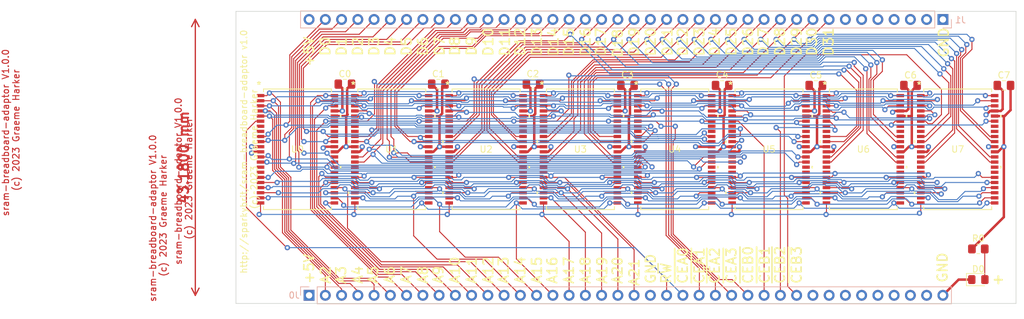
<source format=kicad_pcb>
(kicad_pcb (version 20221018) (generator pcbnew)
  (title_block (title "sram-breadboard-adaptor") (date "2023-06-04") (rev "V1.0.0"))
  (layers (0 "F.Cu" signal) (1 "In1.Cu" power) (2 "In2.Cu" power) (31 "B.Cu" signal) (34 "B.Paste" user) (35 "F.Paste" user) (36 "B.SilkS" user "B.Silkscreen") (37 "F.SilkS" user "F.Silkscreen") (38 "B.Mask" user) (39 "F.Mask" user) (44 "Edge.Cuts" user))
  (net 0 "")
  (net 33 "+5V")
  (net 34 "/A2")
  (net 35 "/A3")
  (net 36 "/A4")
  (net 37 "/A5")
  (net 38 "/A6")
  (net 39 "/A7")
  (net 40 "/A8")
  (net 41 "/A9")
  (net 42 "/A10")
  (net 43 "/A11")
  (net 44 "/A12")
  (net 45 "/A13")
  (net 46 "/A14")
  (net 47 "/A15")
  (net 48 "/A16")
  (net 49 "/A17")
  (net 50 "/A18")
  (net 51 "/A19")
  (net 52 "/A20")
  (net 53 "/A21")
  (net 54 "GND")
  (net 55 "/R{slash}W")
  (net 56 "/~{CEA0}")
  (net 57 "/~{CEA1}")
  (net 58 "/~{CEA2}")
  (net 59 "/~{CEA3}")
  (net 60 "/~{CEB0}")
  (net 61 "/~{CEB1}")
  (net 62 "/~{CEB2}")
  (net 63 "/~{CEB3}")
  (net 91 "/D0")
  (net 92 "/D1")
  (net 93 "/D2")
  (net 94 "/D3")
  (net 95 "/D4")
  (net 96 "/D5")
  (net 97 "/D6")
  (net 98 "/D7")
  (net 99 "/D8")
  (net 100 "/D9")
  (net 101 "/D10")
  (net 102 "/D11")
  (net 103 "/D12")
  (net 104 "/D13")
  (net 105 "/D14")
  (net 106 "/D15")
  (net 107 "/D16")
  (net 108 "/D17")
  (net 109 "/D18")
  (net 110 "/D19")
  (net 111 "/D20")
  (net 112 "/D21")
  (net 113 "/D22")
  (net 114 "/D23")
  (net 115 "/D24")
  (net 116 "/D25")
  (net 117 "/D26")
  (net 118 "/D27")
  (net 119 "/D28")
  (net 120 "/D29")
  (net 121 "/D30")
  (net 122 "/D31")
  (net 142 "Net-(D0-A)")
  (footprint "TSOP-II 44:TSOP-II-44_400MIL_LTK" (layer "F.Cu") (at 99.7844 76.2)
    (fp_text reference "U0")
    (fp_text value "LY62W10248ML-55LLI")
  )
  (footprint "Capacitor_SMD:C_0805_2012Metric_Pad1.18x1.45mm_HandSolder" (layer "F.Cu") (at 210.2 66.2 180)
    (fp_text reference "C7")
    (fp_text value "100nF")
  )
  (footprint "TSOP-II 44:TSOP-II-44_400MIL_LTK" (layer "F.Cu") (at 114.5258 76.2)
    (fp_text reference "U1")
    (fp_text value "LY62W10248ML-55LLI")
  )
  (footprint "TSOP-II 44:TSOP-II-44_400MIL_LTK" (layer "F.Cu") (at 173.4914 76.2)
    (fp_text reference "U5")
    (fp_text value "LY62W10248ML-55LLI")
  )
  (footprint "LED_SMD:LED_0805_2012Metric_Pad1.15x1.40mm_HandSolder" (layer "F.Cu") (at 206.2 96.6)
    (fp_text reference "D0")
    (fp_text value "LED")
  )
  (footprint "Resistor_SMD:R_0805_2012Metric_Pad1.20x1.40mm_HandSolder" (layer "F.Cu") (at 206.2 91.8)
    (fp_text reference "R0")
    (fp_text value "330R")
  )
  (footprint "Capacitor_SMD:C_0805_2012Metric_Pad1.18x1.45mm_HandSolder" (layer "F.Cu") (at 107.2 66 180)
    (fp_text reference "C0")
    (fp_text value "100nF")
  )
  (footprint "Capacitor_SMD:C_0805_2012Metric_Pad1.18x1.45mm_HandSolder" (layer "F.Cu") (at 151.3625 66.2 180)
    (fp_text reference "C3")
    (fp_text value "100nF")
  )
  (footprint "Capacitor_SMD:C_0805_2012Metric_Pad1.18x1.45mm_HandSolder" (layer "F.Cu") (at 180.8 66.2 180)
    (fp_text reference "C5")
    (fp_text value "100nF")
  )
  (footprint "Capacitor_SMD:C_0805_2012Metric_Pad1.18x1.45mm_HandSolder" (layer "F.Cu") (at 195.6 66.2 180)
    (fp_text reference "C6")
    (fp_text value "100nF")
  )
  (footprint "TSOP-II 44:TSOP-II-44_400MIL_LTK" (layer "F.Cu") (at 188.2328 76.2)
    (fp_text reference "U6")
    (fp_text value "LY62W10248ML-55LLI")
  )
  (footprint "TSOP-II 44:TSOP-II-44_400MIL_LTK" (layer "F.Cu") (at 202.9742 76.2)
    (fp_text reference "U7")
    (fp_text value "LY62W10248ML-55LLI")
  )
  (footprint "Capacitor_SMD:C_0805_2012Metric_Pad1.18x1.45mm_HandSolder" (layer "F.Cu") (at 136.6 66 180)
    (fp_text reference "C2")
    (fp_text value "100nF")
  )
  (footprint "Capacitor_SMD:C_0805_2012Metric_Pad1.18x1.45mm_HandSolder" (layer "F.Cu") (at 166.1625 66.2 180)
    (fp_text reference "C4")
    (fp_text value "100nF")
  )
  (footprint "TSOP-II 44:TSOP-II-44_400MIL_LTK" (layer "F.Cu") (at 129.2672 76.2)
    (fp_text reference "U2")
    (fp_text value "LY62W10248ML-55LLI")
  )
  (footprint "TSOP-II 44:TSOP-II-44_400MIL_LTK" (layer "F.Cu") (at 144.0086 76.2)
    (fp_text reference "U3")
    (fp_text value "LY62W10248ML-55LLI")
  )
  (footprint "TSOP-II 44:TSOP-II-44_400MIL_LTK" (layer "F.Cu") (at 158.75 76.2)
    (fp_text reference "U4")
    (fp_text value "LY62W10248ML-55LLI")
  )
  (footprint "Capacitor_SMD:C_0805_2012Metric_Pad1.18x1.45mm_HandSolder" (layer "F.Cu") (at 121.8 66 180)
    (fp_text reference "C1")
    (fp_text value "110nF")
  )
  (footprint "Connector_PinHeader_2.54mm:PinHeader_1x40_P2.54mm_Vertical" (layer "B.Cu") (at 200.66 55.88 90)
    (fp_text reference "J1")
    (fp_text value "Conn_01x40")
  )
  (footprint "Connector_PinHeader_2.54mm:PinHeader_1x40_P2.54mm_Vertical" (layer "B.Cu") (at 101.6 99.06 -90)
    (fp_text reference "J0")
    (fp_text value "Conn_01x40")
  )
  (gr_line (start 212.09 54.61) (end 90.17 54.61) (stroke (width 0.1)) (layer "Edge.Cuts"))
  (gr_line (start 90.17 100.33) (end 212.09 100.33) (stroke (width 0.1)) (layer "Edge.Cuts"))
  (gr_line (start 212.09 100.33) (end 212.09 54.61) (stroke (width 0.1)) (layer "Edge.Cuts"))
  (gr_line (start 90.17 54.61) (end 90.17 100.33) (stroke (width 0.1)) (layer "Edge.Cuts"))
  (gr_text "sram-breadboard-adaptor V1.0.0 \n(c) 2023 Graeme Harker" (at 56.4 73.2 90) (layer "F.Cu") (effects (font (size 1.016 1.016) (thickness 0.1524)) (justify bottom)))
  (gr_text "sram-breadboard-adaptor V1.0.0 \n(c) 2023 Graeme Harker" (at 83.4 80.8 90) (layer "F.Cu") (effects (font (size 1.016 1.016) (thickness 0.1524)) (justify bottom)))
  (gr_text "sram-breadboard-adaptor V1.0.0 \n(c) 2023 Graeme Harker" (at 79.4 86.6 90) (layer "F.Cu") (effects (font (size 1.016 1.016) (thickness 0.1524)) (justify bottom)))
  (gr_text "A21\n" (at 152.43 97.73 90) (layer "F.SilkS") (effects (font (size 1.524 1.524) (thickness 0.254) bold) (justify left)))
  (gr_text "A13\n" (at 132 97.4 90) (layer "F.SilkS") (effects (font (size 1.524 1.524) (thickness 0.254) bold) (justify left)))
  (gr_text "D8\n" (at 124.4 58.4 90) (layer "F.SilkS") (effects (font (size 1.524 1.524) (thickness 0.254) bold) (justify right)))
  (gr_text "D11" (at 132.2 57 90) (layer "F.SilkS") (effects (font (size 1.524 1.524) (thickness 0.254) bold) (justify right)))
  (gr_text "+" (at 208.2 97.4) (layer "F.SilkS") (effects (font (size 1.5 1.5) (thickness 0.3) bold) (justify left bottom)))
  (gr_text "D18" (at 149.83 57.21 90) (layer "F.SilkS") (effects (font (size 1.524 1.524) (thickness 0.254) bold) (justify right)))
  (gr_text "D4" (at 114.3 58.42 90) (layer "F.SilkS") (effects (font (size 1.524 1.524) (thickness 0.254) bold) (justify right)))
  (gr_text "A16" (at 139.6 97.4 90) (layer "F.SilkS") (effects (font (size 1.524 1.524) (thickness 0.254) bold) (justify left)))
  (gr_text "D7\n" (at 122 58.4 90) (layer "F.SilkS") (effects (font (size 1.524 1.524) (thickness 0.254) bold) (justify right)))
  (gr_text "~{CEA1}" (at 162.6 97.4 90) (layer "F.SilkS") (effects (font (size 1.524 1.524) (thickness 0.254) bold) (justify left)))
  (gr_text "A12" (at 129.6 97.4 90) (layer "F.SilkS") (effects (font (size 1.524 1.524) (thickness 0.254) bold) (justify left)))
  (gr_text "D13" (at 137.2 57 90) (layer "F.SilkS") (effects (font (size 1.524 1.524) (thickness 0.254) bold) (justify right)))
  (gr_text "GND" (at 200.6 97.2 90) (layer "F.SilkS") (effects (font (size 1.524 1.524) (thickness 0.254) bold) (justify left)))
  (gr_text "D10\n" (at 129.6 57 90) (layer "F.SilkS") (effects (font (size 1.524 1.524) (thickness 0.254) bold) (justify right)))
  (gr_text "http://sparkybrit/sram-breadboard-adaptor v1.0 \n(c) 2023 Graeme Harker" (at 93.6 76.2 90) (layer "F.SilkS") (effects (font (size 1 1)) (justify bottom)))
  (gr_text "D5" (at 116.84 58.42 90) (layer "F.SilkS") (effects (font (size 1.524 1.524) (thickness 0.254) bold) (justify right)))
  (gr_text "~{CEB1}\n" (at 172.8 97.4 90) (layer "F.SilkS") (effects (font (size 1.524 1.524) (thickness 0.254) bold) (justify left)))
  (gr_text "D15" (at 142.2 57 90) (layer "F.SilkS") (effects (font (size 1.524 1.524) (thickness 0.254) bold) (justify right)))
  (gr_text "A2\n" (at 104.2 97.4 90) (layer "F.SilkS") (effects (font (size 1.524 1.524) (thickness 0.254) bold) (justify left)))
  (gr_text "D22" (at 160 57 90) (layer "F.SilkS") (effects (font (size 1.524 1.524) (thickness 0.254) bold) (justify right)))
  (gr_text "D30\n" (at 180.2 57 90) (layer "F.SilkS") (effects (font (size 1.524 1.524) (thickness 0.254) bold) (justify right)))
  (gr_text "~{CEB2}" (at 175.2 97.4 90) (layer "F.SilkS") (effects (font (size 1.524 1.524) (thickness 0.254) bold) (justify left)))
  (gr_text "A8\n" (at 119.4 97.4 90) (layer "F.SilkS") (effects (font (size 1.524 1.524) (thickness 0.254) bold) (justify left)))
  (gr_text "D27" (at 172.6 57 90) (layer "F.SilkS") (effects (font (size 1.524 1.524) (thickness 0.254) bold) (justify right)))
  (gr_text "D14" (at 139.8 57 90) (layer "F.SilkS") (effects (font (size 1.524 1.524) (thickness 0.254) bold) (justify right)))
  (gr_text "A3\n" (at 106.6 97.4 90) (layer "F.SilkS") (effects (font (size 1.524 1.524) (thickness 0.254) bold) (justify left)))
  (gr_text "D12" (at 134.6 57 90) (layer "F.SilkS") (effects (font (size 1.524 1.524) (thickness 0.254) bold) (justify right)))
  (gr_text "A20\n" (at 149.8 97.4 90) (layer "F.SilkS") (effects (font (size 1.524 1.524) (thickness 0.254) bold) (justify left)))
  (gr_text "D6\n" (at 119.38 58.42 90) (layer "F.SilkS") (effects (font (size 1.524 1.524) (thickness 0.254) bold) (justify right)))
  (gr_text "D28" (at 175.2 57 90) (layer "F.SilkS") (effects (font (size 1.524 1.524) (thickness 0.254) bold) (justify right)))
  (gr_text "~{CEB0}" (at 170.2 97.4 90) (layer "F.SilkS") (effects (font (size 1.524 1.524) (thickness 0.254) bold) (justify left)))
  (gr_text "D21" (at 157.6 57 90) (layer "F.SilkS") (effects (font (size 1.524 1.524) (thickness 0.254) bold) (justify right)))
  (gr_text "A15\n" (at 137.2 97.4 90) (layer "F.SilkS") (effects (font (size 1.524 1.524) (thickness 0.254) bold) (justify left)))
  (gr_text "+5V" (at 101.6 97.4 90) (layer "F.SilkS") (effects (font (size 1.524 1.524) (thickness 0.254) bold) (justify left)))
  (gr_text "D1" (at 106.68 58.42 90) (layer "F.SilkS") (effects (font (size 1.524 1.524) (thickness 0.254) bold) (justify right)))
  (gr_text "~{CEA2}" (at 165 97.4 90) (layer "F.SilkS") (effects (font (size 1.524 1.524) (thickness 0.254) bold) (justify left)))
  (gr_text "D20" (at 155 57 90) (layer "F.SilkS") (effects (font (size 1.524 1.524) (thickness 0.254) bold) (justify right)))
  (gr_text "D9\n" (at 127 58.4 90) (layer "F.SilkS") (effects (font (size 1.524 1.524) (thickness 0.254) bold) (justify right)))
  (gr_text "D0\n" (at 104.14 58.42 90) (layer "F.SilkS") (effects (font (size 1.524 1.524) (thickness 0.254) bold) (justify right)))
  (gr_text "A6\n" (at 114.2 97.4 90) (layer "F.SilkS") (effects (font (size 1.524 1.524) (thickness 0.254) bold) (justify left)))
  (gr_text "~{CEB3}\n" (at 177.8 97.4 90) (layer "F.SilkS") (effects (font (size 1.524 1.524) (thickness 0.254) bold) (justify left)))
  (gr_text "A19\n" (at 147.4 97.4 90) (layer "F.SilkS") (effects (font (size 1.524 1.524) (thickness 0.254) bold) (justify left)))
  (gr_text "A7\n" (at 116.8 97.4 90) (layer "F.SilkS") (effects (font (size 1.524 1.524) (thickness 0.254) bold) (justify left)))
  (gr_text "A4\n" (at 109.2 97.4 90) (layer "F.SilkS") (effects (font (size 1.524 1.524) (thickness 0.254) bold) (justify left)))
  (gr_text "GND" (at 200.8 57 90) (layer "F.SilkS") (effects (font (size 1.524 1.524) (thickness 0.254) bold) (justify right)))
  (gr_text "D3" (at 111.76 58.42 90) (layer "F.SilkS") (effects (font (size 1.524 1.524) (thickness 0.254) bold) (justify right)))
  (gr_text "D25" (at 167.6 57 90) (layer "F.SilkS") (effects (font (size 1.524 1.524) (thickness 0.254) bold) (justify right)))
  (gr_text "D26" (at 170.2 57 90) (layer "F.SilkS") (effects (font (size 1.524 1.524) (thickness 0.254) bold) (justify right)))
  (gr_text "A18\n" (at 144.8 97.4 90) (layer "F.SilkS") (effects (font (size 1.524 1.524) (thickness 0.254) bold) (justify left)))
  (gr_text "D29" (at 177.8 57 90) (layer "F.SilkS") (effects (font (size 1.524 1.524) (thickness 0.254) bold) (justify right)))
  (gr_text "D16" (at 144.8 57 90) (layer "F.SilkS") (effects (font (size 1.524 1.524) (thickness 0.254) bold) (justify right)))
  (gr_text "R~{W}" (at 157.4 97.4 90) (layer "F.SilkS") (effects (font (size 1.524 1.524) (thickness 0.254) bold) (justify left)))
  (gr_text "D17" (at 147.2 57 90) (layer "F.SilkS") (effects (font (size 1.524 1.524) (thickness 0.254) bold) (justify right)))
  (gr_text "A17\n" (at 142.2 97.4 90) (layer "F.SilkS") (effects (font (size 1.524 1.524) (thickness 0.254) bold) (justify left)))
  (gr_text "A11" (at 127 97.4 90) (layer "F.SilkS") (effects (font (size 1.524 1.524) (thickness 0.254) bold) (justify left)))
  (gr_text "A5" (at 111.6 97.4 90) (layer "F.SilkS") (effects (font (size 1.524 1.524) (thickness 0.254) bold) (justify left)))
  (gr_text "~{CEA0}" (at 160 97.4 90) (layer "F.SilkS") (effects (font (size 1.524 1.524) (thickness 0.254) bold) (justify left)))
  (gr_text "+5V" (at 101.6 58.42 90) (layer "F.SilkS") (effects (font (size 1.524 1.524) (thickness 0.254) bold) (justify right)))
  (gr_text "A10\n" (at 124.4 97.4 90) (layer "F.SilkS") (effects (font (size 1.524 1.524) (thickness 0.254) bold) (justify left)))
  (gr_text "D23" (at 162.6 57 90) (layer "F.SilkS") (effects (font (size 1.524 1.524) (thickness 0.254) bold) (justify right)))
  (gr_text "A9\n" (at 121.8 97.4 90) (layer "F.SilkS") (effects (font (size 1.524 1.524) (thickness 0.254) bold) (justify left)))
  (gr_text "~{CEA3}\n" (at 167.6 97.4 90) (layer "F.SilkS") (effects (font (size 1.524 1.524) (thickness 0.254) bold) (justify left)))
  (gr_text "D19" (at 152.4 57 90) (layer "F.SilkS") (effects (font (size 1.524 1.524) (thickness 0.254) bold) (justify right)))
  (gr_text "A14\n" (at 134.6 97.4 90) (layer "F.SilkS") (effects (font (size 1.524 1.524) (thickness 0.254) bold) (justify left)))
  (gr_text "D2" (at 109.22 58.42 90) (layer "F.SilkS") (effects (font (size 1.524 1.524) (thickness 0.254) bold) (justify right)))
  (gr_text "GND" (at 155 97.4 90) (layer "F.SilkS") (effects (font (size 1.524 1.524) (thickness 0.254) bold) (justify left)))
  (gr_text "D31" (at 182.8 57 90) (layer "F.SilkS") (effects (font (size 1.524 1.524) (thickness 0.254) bold) (justify right)))
  (gr_text "D24" (at 165 57 90) (layer "F.SilkS") (effects (font (size 1.524 1.524) (thickness 0.254) bold) (justify right)))
  (dimension (type orthogonal) (layer "F.Cu") (pts (xy 83.82 99.06) (xy 83.82 55.88)) (height 0) (orientation 1) (gr_text "1.7000 in" (at 82.02 77.47 90) (layer "F.Cu") (effects (font (size 1.5 1.5) (thickness 0.3)))) (format (prefix "") (suffix "") (units 3) (units_format 1) (precision 4)) (style (thickness 0.2) (arrow_length 1.27) (text_position_mode 0) (extension_height 0.58642) (extension_offset 0.5) keep_text_aligned))
  (segment (start 180.98775 75.800001) (end 180.793897 75.800001) (width 0.381) (layer "F.Cu") (net 33))
  (segment (start 151.7493 70.83845) (end 151.58775 71) (width 0.381) (layer "F.Cu") (net 33))
  (segment (start 181.3493 70.6507) (end 180.98775 71.01225) (width 0.381) (layer "F.Cu") (net 33))
  (segment (start 166.293698 75.800001) (end 165.4937 76.599999) (width 0.381) (layer "F.Cu") (net 33))
  (segment (start 166.5493 70.83845) (end 166.38775 71) (width 0.381) (layer "F.Cu") (net 33))
  (segment (start 151.114199 75.800001) (end 150.314201 76.599999) (width 0.381) (layer "F.Cu") (net 33))
  (segment (start 138.2 75.800002) (end 136.78775 75.800001) (width 0.381) (layer "F.Cu") (net 33))
  (segment (start 106.889999 75.800001) (end 106.090001 76.599999) (width 0.381) (layer "F.Cu") (net 33))
  (segment (start 195.8 75.787751) (end 195.78775 75.800001) (width 0.381) (layer "F.Cu") (net 33))
  (segment (start 195.338399 75.800001) (end 194.538401 76.599999) (width 0.381) (layer "F.Cu") (net 33))
  (segment (start 182.4 75.800002) (end 180.98775 75.800001) (width 0.381) (layer "F.Cu") (net 33))
  (segment (start 150.314201 76.599999) (end 149.78075 76.599999) (width 0.381) (layer "F.Cu") (net 33))
  (segment (start 210.18775 86.81225) (end 205.2 91.8) (width 0.381) (layer "F.Cu") (net 33))
  (segment (start 107.4 75.787751) (end 107.4 71) (width 0.381) (layer "F.Cu") (net 33))
  (segment (start 164.52215 71) (end 166.38775 71) (width 0.381) (layer "F.Cu") (net 33))
  (segment (start 194.538401 76.599999) (end 194.00495 76.599999) (width 0.381) (layer "F.Cu") (net 33))
  (segment (start 165.4937 76.599999) (end 164.52215 76.599999) (width 0.381) (layer "F.Cu") (net 33))
  (segment (start 151.7493 66.8507) (end 151.7493 70.83845) (width 0.381) (layer "F.Cu") (net 33))
  (segment (start 137.6375 66) (end 136.9493 66.6882) (width 0.381) (layer "F.Cu") (net 33))
  (segment (start 181.8375 66.2) (end 181.3493 66.6882) (width 0.381) (layer "F.Cu") (net 33))
  (segment (start 179.26355 71) (end 180.9755 71) (width 0.381) (layer "F.Cu") (net 33))
  (segment (start 105.55655 71) (end 107.4 71) (width 0.381) (layer "F.Cu") (net 33))
  (segment (start 209.279801 76.599999) (end 208.74635 76.599999) (width 0.381) (layer "F.Cu") (net 33))
  (segment (start 180.98775 71.01225) (end 180.98775 71.993849) (width 0.381) (layer "F.Cu") (net 33))
  (segment (start 151.58775 75.800001) (end 151.114199 75.800001) (width 0.381) (layer "F.Cu") (net 33))
  (segment (start 195.78775 75.800001) (end 195.338399 75.800001) (width 0.381) (layer "F.Cu") (net 33))
  (segment (start 180.98775 71.993849) (end 180.98775 75.800001) (width 0.381) (layer "F.Cu") (net 33))
  (segment (start 210.18775 75.800001) (end 210.079799 75.800001) (width 0.381) (layer "F.Cu") (net 33))
  (segment (start 121.828297 75.800001) (end 121.028299 76.599999) (width 0.381) (layer "F.Cu") (net 33))
  (segment (start 107.5493 70.8507) (end 107.4 71) (width 0.381) (layer "F.Cu") (net 33))
  (segment (start 107.38775 75.800001) (end 107.4 75.787751) (width 0.381) (layer "F.Cu") (net 33))
  (segment (start 210.18775 71.11225) (end 210.18775 75.800001) (width 0.381) (layer "F.Cu") (net 33))
  (segment (start 208.74635 71) (end 210.3 71) (width 0.381) (layer "F.Cu") (net 33))
  (segment (start 180.793897 75.800001) (end 179.993899 76.599999) (width 0.381) (layer "F.Cu") (net 33))
  (segment (start 135.03935 71) (end 136.6 71) (width 0.381) (layer "F.Cu") (net 33))
  (segment (start 166.38775 71) (end 166.38775 75.800001) (width 0.381) (layer "F.Cu") (net 33))
  (segment (start 211.2375 66.2) (end 211.2375 70.0625) (width 0.381) (layer "F.Cu") (net 33))
  (segment (start 121.98775 71.01225) (end 122.4 70.6) (width 0.381) (layer "F.Cu") (net 33))
  (segment (start 196.6375 66.2) (end 195.8 67.0375) (width 0.381) (layer "F.Cu") (net 33))
  (segment (start 166.38775 75.800001) (end 166.293698 75.800001) (width 0.381) (layer "F.Cu") (net 33))
  (segment (start 121.028299 76.599999) (end 120.29795 76.599999) (width 0.381) (layer "F.Cu") (net 33))
  (segment (start 195.8 71) (end 195.8 75.787751) (width 0.381) (layer "F.Cu") (net 33))
  (segment (start 210.3 71) (end 210.45 70.85) (width 0.381) (layer "F.Cu") (net 33))
  (segment (start 107.4 71) (end 107.6375 70.7625) (width 0.381) (layer "F.Cu") (net 33))
  (segment (start 152.4 66.2) (end 151.7493 66.8507) (width 0.381) (layer "F.Cu") (net 33))
  (segment (start 107.5493 66.6882) (end 107.5493 70.8507) (width 0.381) (layer "F.Cu") (net 33))
  (segment (start 136.6 71) (end 136.78775 70.81225) (width 0.381) (layer "F.Cu") (net 33))
  (segment (start 94.01225 75.800001) (end 92.6 75.8) (width 0.381) (layer "F.Cu") (net 33))
  (segment (start 179.993899 76.599999) (end 179.26355 76.599999) (width 0.381) (layer "F.Cu") (net 33))
  (segment (start 108.2375 66) (end 107.5493 66.6882) (width 0.381) (layer "F.Cu") (net 33))
  (segment (start 136.78775 75.800001) (end 136.569697 75.800001) (width 0.381) (layer "F.Cu") (net 33))
  (segment (start 121.98775 72.4) (end 121.98775 71.01225) (width 0.381) (layer "F.Cu") (net 33))
  (segment (start 180.9755 71) (end 180.98775 71.01225) (width 0.381) (layer "F.Cu") (net 33))
  (segment (start 195.8 67.0375) (end 195.8 71) (width 0.381) (layer "F.Cu") (net 33))
  (segment (start 167.2 66.2) (end 166.5493 66.8507) (width 0.381) (layer "F.Cu") (net 33))
  (segment (start 122.4 66.4375) (end 122.4 70.6) (width 0.381) (layer "F.Cu") (net 33))
  (segment (start 197.2 75.800002) (end 195.78775 75.800001) (width 0.381) (layer "F.Cu") (net 33))
  (segment (start 121.9755 71) (end 121.98775 71.01225) (width 0.381) (layer "F.Cu") (net 33))
  (segment (start 149.78075 71) (end 151.58775 71) (width 0.381) (layer "F.Cu") (net 33))
  (segment (start 121.98775 75.800001) (end 121.828297 75.800001) (width 0.381) (layer "F.Cu") (net 33))
  (segment (start 122.8375 66) (end 122.4 66.4375) (width 0.381) (layer "F.Cu") (net 33))
  (segment (start 123.4 75.800002) (end 121.98775 75.800001) (width 0.381) (layer "F.Cu") (net 33))
  (segment (start 181.3493 66.6882) (end 181.3493 70.6507) (width 0.381) (layer "F.Cu") (net 33))
  (segment (start 210.45 70.85) (end 210.18775 71.11225) (width 0.381) (layer "F.Cu") (net 33))
  (segment (start 136.9493 70.6507) (end 136.78775 70.81225) (width 0.381) (layer "F.Cu") (net 33))
  (segment (start 136.9493 66.6882) (end 136.9493 70.6507) (width 0.381) (layer "F.Cu") (net 33))
  (segment (start 120.29795 71) (end 121.9755 71) (width 0.381) (layer "F.Cu") (net 33))
  (segment (start 136.78775 70.81225) (end 136.78775 75.800001) (width 0.381) (layer "F.Cu") (net 33))
  (segment (start 167.8 75.800002) (end 166.38775 75.800001) (width 0.381) (layer "F.Cu") (net 33))
  (segment (start 166.5493 66.8507) (end 166.5493 70.83845) (width 0.381) (layer "F.Cu") (net 33))
  (segment (start 107.38775 75.800001) (end 106.889999 75.800001) (width 0.381) (layer "F.Cu") (net 33))
  (segment (start 211.2375 70.0625) (end 210.45 70.85) (width 0.381) (layer "F.Cu") (net 33))
  (segment (start 153 75.800002) (end 151.58775 75.800001) (width 0.381) (layer "F.Cu") (net 33))
  (segment (start 136.569697 75.800001) (end 135.769699 76.599999) (width 0.381) (layer "F.Cu") (net 33))
  (segment (start 108.8 75.800002) (end 107.38775 75.800001) (width 0.381) (layer "F.Cu") (net 33))
  (segment (start 106.090001 76.599999) (end 105.55655 76.599999) (width 0.381) (layer "F.Cu") (net 33))
  (segment (start 121.98775 72.4) (end 121.98775 75.800001) (width 0.381) (layer "F.Cu") (net 33))
  (segment (start 194.00495 71) (end 195.8 71) (width 0.381) (layer "F.Cu") (net 33))
  (segment (start 135.769699 76.599999) (end 135.03935 76.599999) (width 0.381) (layer "F.Cu") (net 33))
  (segment (start 210.079799 75.800001) (end 209.279801 76.599999) (width 0.381) (layer "F.Cu") (net 33))
  (segment (start 210.18775 75.800001) (end 210.18775 86.81225) (width 0.381) (layer "F.Cu") (net 33))
  (segment (start 151.58775 71) (end 151.58775 75.800001) (width 0.381) (layer "F.Cu") (net 33))
  (via (at 136.78775 75.800001) (size 0.8128) (drill 0.4064) (layers "F.Cu" "B.Cu") (net 33))
  (via (at 195.78775 75.800001) (size 0.8128) (drill 0.4064) (layers "F.Cu" "B.Cu") (net 33))
  (via (at 180.98775 75.800001) (size 0.8128) (drill 0.4064) (layers "F.Cu" "B.Cu") (net 33))
  (via (at 210.18775 75.800001) (size 0.8128) (drill 0.4064) (layers "F.Cu" "B.Cu") (net 33))
  (via (at 107.38775 75.800001) (size 0.8128) (drill 0.4064) (layers "F.Cu" "B.Cu") (net 33))
  (via (at 151.58775 75.800001) (size 0.8128) (drill 0.4064) (layers "F.Cu" "B.Cu") (net 33))
  (via (at 121.98775 75.800001) (size 0.8128) (drill 0.4064) (layers "F.Cu" "B.Cu") (net 33))
  (via (at 92.6 75.8) (size 0.8128) (drill 0.4064) (layers "F.Cu" "B.Cu") (net 33))
  (via (at 166.38775 75.800001) (size 0.8128) (drill 0.4064) (layers "F.Cu" "B.Cu") (net 33))
  (segment (start 97.435 89.266052) (end 97.435 81.035) (width 0.1524) (layer "F.Cu") (net 34))
  (segment (start 183.659853 71) (end 183.996753 71.3369) (width 0.1524) (layer "F.Cu") (net 34))
  (segment (start 104.14 95.971052) (end 97.435 89.266052) (width 0.1524) (layer "F.Cu") (net 34))
  (segment (start 155.2 71) (end 152.97785 71) (width 0.1524) (layer "F.Cu") (net 34))
  (segment (start 169.8 71.5305) (end 169.7586 71.5305) (width 0.1524) (layer "F.Cu") (net 34))
  (segment (start 95.904802 71.5048) (end 95.400001 70.999999) (width 0.1524) (layer "F.Cu") (net 34))
  (segment (start 169.2281 71) (end 167.71925 71) (width 0.1524) (layer "F.Cu") (net 34))
  (segment (start 108.75365 71) (end 109.6281 71) (width 0.1524) (layer "F.Cu") (net 34))
  (segment (start 109.6281 71) (end 109.8 71.1719) (width 0.1524) (layer "F.Cu") (net 34))
  (segment (start 139.8 71) (end 139.800001 70.999999) (width 0.1524) (layer "F.Cu") (net 34))
  (segment (start 138.23645 71) (end 139.8 71) (width 0.1524) (layer "F.Cu") (net 34))
  (segment (start 97.435 81.035) (end 95.904802 79.504802) (width 0.1524) (layer "F.Cu") (net 34))
  (segment (start 182.46065 71) (end 183.659853 71) (width 0.1524) (layer "F.Cu") (net 34))
  (segment (start 125.000001 71.1719) (end 124.828101 71) (width 0.1524) (layer "F.Cu") (net 34))
  (segment (start 169.7586 71.5305) (end 169.2281 71) (width 0.1524) (layer "F.Cu") (net 34))
  (segment (start 155.4 70.8) (end 155.2 71) (width 0.1524) (layer "F.Cu") (net 34))
  (segment (start 198.2 71) (end 198.6 71.4) (width 0.1524) (layer "F.Cu") (net 34))
  (segment (start 197.20205 71) (end 198.2 71) (width 0.1524) (layer "F.Cu") (net 34))
  (segment (start 104.14 99.06) (end 104.14 95.971052) (width 0.1524) (layer "F.Cu") (net 34))
  (segment (start 124.828101 71) (end 123.49505 71) (width 0.1524) (layer "F.Cu") (net 34))
  (segment (start 94.01225 71) (end 95.6 71) (width 0.1524) (layer "F.Cu") (net 34))
  (segment (start 95.904802 79.504802) (end 95.904802 71.5048) (width 0.1524) (layer "F.Cu") (net 34))
  (via (at 125.000001 71.1719) (size 0.8) (drill 0.4) (layers "F.Cu" "B.Cu") (net 34))
  (via (at 95.400001 70.999999) (size 0.8) (drill 0.4) (layers "F.Cu" "B.Cu") (net 34))
  (via (at 109.8 71.1719) (size 0.8) (drill 0.4) (layers "F.Cu" "B.Cu") (net 34))
  (via (at 155.4 70.8) (size 0.8128) (drill 0.4064) (layers "F.Cu" "B.Cu") (net 34))
  (via (at 169.8 71.5305) (size 0.8128) (drill 0.4064) (layers "F.Cu" "B.Cu") (net 34))
  (via (at 183.996753 71.3369) (size 0.8) (drill 0.4) (layers "F.Cu" "B.Cu") (net 34))
  (via (at 198.6 71.4) (size 0.8) (drill 0.4) (layers "F.Cu" "B.Cu") (net 34))
  (via (at 139.800001 70.999999) (size 0.8) (drill 0.4) (layers "F.Cu" "B.Cu") (net 34))
  (segment (start 118.539625 71.1714) (end 118.311025 71.4) (width 0.1524) (layer "B.Cu") (net 34))
  (segment (start 155.6 71) (end 155.4 70.8) (width 0.1524) (layer "B.Cu") (net 34))
  (segment (start 133.860375 71.1714) (end 133.339625 71.1714) (width 0.1524) (layer "B.Cu") (net 34))
  (segment (start 110.0281 71.4) (end 109.8 71.1719) (width 0.1524) (layer "B.Cu") (net 34))
  (segment (start 184.259853 71.6) (end 183.996753 71.3369) (width 0.1524) (layer "B.Cu") (net 34))
  (segment (start 104.688975 71.4) (end 104.460375 71.1714) (width 0.1524) (layer "B.Cu") (net 34))
  (segment (start 104.460375 71.1714) (end 95.7714 71.1714) (width 0.1524) (layer "B.Cu") (net 34))
  (segment (start 119.288975 71.4) (end 119.060375 71.1714) (width 0.1524) (layer "B.Cu") (net 34))
  (segment (start 177.574125 71.3369) (end 177.311025 71.6) (width 0.1524) (layer "B.Cu") (net 34))
  (segment (start 134.088975 71.4) (end 133.860375 71.1714) (width 0.1524) (layer "B.Cu") (net 34))
  (segment (start 155 71.2) (end 155.4 70.8) (width 0.1524) (layer "B.Cu") (net 34))
  (segment (start 183.996753 71.3369) (end 177.574125 71.3369) (width 0.1524) (layer "B.Cu") (net 34))
  (segment (start 124.771901 71.4) (end 119.288975 71.4) (width 0.1524) (layer "B.Cu") (net 34))
  (segment (start 139.4 71.4) (end 134.088975 71.4) (width 0.1524) (layer "B.Cu") (net 34))
  (segment (start 95.7714 71.1714) (end 95.6 71) (width 0.1524) (layer "B.Cu") (net 34))
  (segment (start 118.311025 71.4) (end 110.0281 71.4) (width 0.1524) (layer "B.Cu") (net 34))
  (segment (start 148.488975 71) (end 148.688975 71.2) (width 0.1524) (layer "B.Cu") (net 34))
  (segment (start 163.088975 71) (end 155.6 71) (width 0.1524) (layer "B.Cu") (net 34))
  (segment (start 198.6 71.4) (end 198.4 71.6) (width 0.1524) (layer "B.Cu") (net 34))
  (segment (start 177.311025 71.6) (end 163.688975 71.6) (width 0.1524) (layer "B.Cu") (net 34))
  (segment (start 109.5719 71.4) (end 104.688975 71.4) (width 0.1524) (layer "B.Cu") (net 34))
  (segment (start 125.228101 71.4) (end 125.000001 71.1719) (width 0.1524) (layer "B.Cu") (net 34))
  (segment (start 139.800001 70.999999) (end 139.4 71.4) (width 0.1524) (layer "B.Cu") (net 34))
  (segment (start 133.339625 71.1714) (end 133.111025 71.4) (width 0.1524) (layer "B.Cu") (net 34))
  (segment (start 139.800001 70.999999) (end 148.488975 71) (width 0.1524) (layer "B.Cu") (net 34))
  (segment (start 148.688975 71.2) (end 155 71.2) (width 0.1524) (layer "B.Cu") (net 34))
  (segment (start 133.111025 71.4) (end 125.228101 71.4) (width 0.1524) (layer "B.Cu") (net 34))
  (segment (start 198.4 71.6) (end 184.259853 71.6) (width 0.1524) (layer "B.Cu") (net 34))
  (segment (start 109.8 71.1719) (end 109.5719 71.4) (width 0.1524) (layer "B.Cu") (net 34))
  (segment (start 163.688975 71.6) (end 163.088975 71) (width 0.1524) (layer "B.Cu") (net 34))
  (segment (start 125.000001 71.1719) (end 124.771901 71.4) (width 0.1524) (layer "B.Cu") (net 34))
  (segment (start 119.060375 71.1714) (end 118.539625 71.1714) (width 0.1524) (layer "B.Cu") (net 34))
  (segment (start 140.999998 70.200002) (end 141.000001 70.199999) (width 0.1524) (layer "F.Cu") (net 35))
  (segment (start 106.68 99.06) (end 106.68 98.08) (width 0.1524) (layer "F.Cu") (net 35))
  (segment (start 170.000002 70.200002) (end 167.71925 70.200002) (width 0.1524) (layer "F.Cu") (net 35))
  (segment (start 126.2 70.4) (end 126.000002 70.200002) (width 0.1524) (layer "F.Cu") (net 35))
  (segment (start 185.2 70.4) (end 183.4 70.4) (width 0.1524) (layer "F.Cu") (net 35))
  (segment (start 156.696 70.165) (end 153.012852 70.165) (width 0.1524) (layer "F.Cu") (net 35))
  (segment (start 170.6 70.8) (end 170.000002 70.200002) (width 0.1524) (layer "F.Cu") (net 35))
  (segment (start 126.000002 70.200002) (end 123.49505 70.200002) (width 0.1524) (layer "F.Cu") (net 35))
  (segment (start 97.8 80.926251) (end 97.8 89.2) (width 0.1524) (layer "F.Cu") (net 35))
  (segment (start 94.759505 70.183188) (end 95.472165 70.183188) (width 0.1524) (layer "F.Cu") (net 35))
  (segment (start 96.209602 70.920625) (end 96.209602 79.335853) (width 0.1524) (layer "F.Cu") (net 35))
  (segment (start 156.7655 70.2345) (end 156.696 70.165) (width 0.1524) (layer "F.Cu") (net 35))
  (segment (start 111 70.6) (end 110.600002 70.200002) (width 0.1524) (layer "F.Cu") (net 35))
  (segment (start 198.800002 70.200002) (end 197.20205 70.200002) (width 0.1524) (layer "F.Cu") (net 35))
  (segment (start 96.209602 79.335853) (end 97.8 80.926251) (width 0.1524) (layer "F.Cu") (net 35))
  (segment (start 138.23645 70.200002) (end 140.999998 70.200002) (width 0.1524) (layer "F.Cu") (net 35))
  (segment (start 199.4 70.8) (end 198.800002 70.200002) (width 0.1524) (layer "F.Cu") (net 35))
  (segment (start 183.4 70.4) (end 183.200002 70.200002) (width 0.1524) (layer "F.Cu") (net 35))
  (segment (start 95.472165 70.183188) (end 96.209602 70.920625) (width 0.1524) (layer "F.Cu") (net 35))
  (segment (start 153.012852 70.165) (end 152.97785 70.200002) (width 0.1524) (layer "F.Cu") (net 35))
  (segment (start 183.200002 70.200002) (end 182.46065 70.200002) (width 0.1524) (layer "F.Cu") (net 35))
  (segment (start 110.600002 70.200002) (end 108.75365 70.200002) (width 0.1524) (layer "F.Cu") (net 35))
  (segment (start 106.68 98.08) (end 97.8 89.2) (width 0.1524) (layer "F.Cu") (net 35))
  (via (at 156.7655 70.2345) (size 0.8128) (drill 0.4064) (layers "F.Cu" "B.Cu") (net 35))
  (via (at 141.000001 70.199999) (size 0.8) (drill 0.4) (layers "F.Cu" "B.Cu") (net 35))
  (via (at 94.759505 70.183188) (size 0.8) (drill 0.4) (layers "F.Cu" "B.Cu") (net 35))
  (via (at 170.6 70.8) (size 0.8128) (drill 0.4064) (layers "F.Cu" "B.Cu") (net 35))
  (via (at 111 70.6) (size 0.8128) (drill 0.4064) (layers "F.Cu" "B.Cu") (net 35))
  (via (at 199.4 70.8) (size 0.8) (drill 0.4) (layers "F.Cu" "B.Cu") (net 35))
  (via (at 126.2 70.4) (size 0.8128) (drill 0.4064) (layers "F.Cu" "B.Cu") (net 35))
  (via (at 185.2 70.4) (size 0.8128) (drill 0.4064) (layers "F.Cu" "B.Cu") (net 35))
  (segment (start 183.444678 71) (end 184.044678 70.4) (width 0.1524) (layer "B.Cu") (net 35))
  (segment (start 170.8 71) (end 183.444678 71) (width 0.1524) (layer "B.Cu") (net 35))
  (segment (start 148.615226 70.695199) (end 141.495201 70.695199) (width 0.1524) (layer "B.Cu") (net 35))
  (segment (start 118.279973 71) (end 118.413373 70.8666) (width 0.1524) (layer "B.Cu") (net 35))
  (segment (start 96.155577 70.8666) (end 104.586627 70.8666) (width 0.1524) (layer "B.Cu") (net 35))
  (segment (start 133.762425 70.4286) (end 134.429025 71.0952) (width 0.1524) (layer "B.Cu") (net 35))
  (segment (start 139.539626 70.371399) (end 140.828601 70.371399) (width 0.1524) (layer "B.Cu") (net 35))
  (segment (start 140.828601 70.371399) (end 141.000001 70.199999) (width 0.1524) (layer "B.Cu") (net 35))
  (segment (start 94.947716 70.371399) (end 94.759505 70.183188) (width 0.1524) (layer "B.Cu") (net 35))
  (segment (start 156.7655 70.2345) (end 156.531 70) (width 0.1524) (layer "B.Cu") (net 35))
  (segment (start 111.2 70.4) (end 111.8 71) (width 0.1524) (layer "B.Cu") (net 35))
  (segment (start 94.759505 70.183188) (end 94.976317 70.4) (width 0.1524) (layer "B.Cu") (net 35))
  (segment (start 199.4 70.8) (end 199.3714 70.7714) (width 0.1524) (layer "B.Cu") (net 35))
  (segment (start 124.882926 70.4) (end 126.2 70.4) (width 0.1524) (layer "B.Cu") (net 35))
  (segment (start 198.339625 70.7714) (end 197.815825 71.2952) (width 0.1524) (layer "B.Cu") (net 35))
  (segment (start 118.413373 70.8666) (end 119.186627 70.8666) (width 0.1524) (layer "B.Cu") (net 35))
  (segment (start 184.044678 70.4) (end 185.2 70.4) (width 0.1524) (layer "B.Cu") (net 35))
  (segment (start 155.231052 70) (end 154.335852 70.8952) (width 0.1524) (layer "B.Cu") (net 35))
  (segment (start 134.429025 71.0952) (end 138.815825 71.0952) (width 0.1524) (layer "B.Cu") (net 35))
  (segment (start 197.815825 71.2952) (end 186.0952 71.2952) (width 0.1524) (layer "B.Cu") (net 35))
  (segment (start 148.815227 70.8952) (end 148.615226 70.695199) (width 0.1524) (layer "B.Cu") (net 35))
  (segment (start 119.320027 71) (end 124.282926 71) (width 0.1524) (layer "B.Cu") (net 35))
  (segment (start 141.495201 70.695199) (end 141.000001 70.199999) (width 0.1524) (layer "B.Cu") (net 35))
  (segment (start 154.335852 70.8952) (end 148.815227 70.8952) (width 0.1524) (layer "B.Cu") (net 35))
  (segment (start 95.660376 70.371399) (end 96.155577 70.8666) (width 0.1524) (layer "B.Cu") (net 35))
  (segment (start 138.815825 71.0952) (end 139.539626 70.371399) (width 0.1524) (layer "B.Cu") (net 35))
  (segment (start 169.632474 70.8) (end 170.6 70.8) (width 0.1524) (layer "B.Cu") (net 35))
  (segment (start 119.186627 70.8666) (end 119.320027 71) (width 0.1524) (layer "B.Cu") (net 35))
  (segment (start 110.060375 70.5433) (end 110.117075 70.6) (width 0.1524) (layer "B.Cu") (net 35))
  (segment (start 95.660376 70.371399) (end 94.947716 70.371399) (width 0.1524) (layer "B.Cu") (net 35))
  (segment (start 110.117075 70.6) (end 111 70.6) (width 0.1524) (layer "B.Cu") (net 35))
  (segment (start 170.6 70.8) (end 170.8 71) (width 0.1524) (layer "B.Cu") (net 35))
  (segment (start 126.400002 70.4286) (end 126.2 70.4) (width 0.1524) (layer "B.Cu") (net 35))
  (segment (start 109.539625 70.5433) (end 110.060375 70.5433) (width 0.1524) (layer "B.Cu") (net 35))
  (segment (start 126.2 70.4) (end 126.457202 70.4286) (width 0.1524) (layer "B.Cu") (net 35))
  (segment (start 156.8 70.2) (end 162.511025 70.2) (width 0.1524) (layer "B.Cu") (net 35))
  (segment (start 186.0952 71.2952) (end 185.2 70.4) (width 0.1524) (layer "B.Cu") (net 35))
  (segment (start 126.457202 70.4286) (end 133.762425 70.4286) (width 0.1524) (layer "B.Cu") (net 35))
  (segment (start 124.282926 71) (end 124.882926 70.4) (width 0.1524) (layer "B.Cu") (net 35))
  (segment (start 104.815227 71.0952) (end 108.987725 71.0952) (width 0.1524) (layer "B.Cu") (net 35))
  (segment (start 163.720027 71.2) (end 169.232474 71.2) (width 0.1524) (layer "B.Cu") (net 35))
  (segment (start 169.232474 71.2) (end 169.632474 70.8) (width 0.1524) (layer "B.Cu") (net 35))
  (segment (start 156.7655 70.2345) (end 156.8 70.2) (width 0.1524) (layer "B.Cu") (net 35))
  (segment (start 162.511025 70.2) (end 163.006225 70.6952) (width 0.1524) (layer "B.Cu") (net 35))
  (segment (start 108.987725 71.0952) (end 109.539625 70.5433) (width 0.1524) (layer "B.Cu") (net 35))
  (segment (start 156.531 70) (end 155.231052 70) (width 0.1524) (layer "B.Cu") (net 35))
  (segment (start 111 70.6) (end 111.2 70.4) (width 0.1524) (layer "B.Cu") (net 35))
  (segment (start 199.3714 70.7714) (end 198.339625 70.7714) (width 0.1524) (layer "B.Cu") (net 35))
  (segment (start 111.8 71) (end 118.279973 71) (width 0.1524) (layer "B.Cu") (net 35))
  (segment (start 126.428602 70.4286) (end 126.400002 70.4286) (width 0.1524) (layer "B.Cu") (net 35))
  (segment (start 104.586627 70.8666) (end 104.815227 71.0952) (width 0.1524) (layer "B.Cu") (net 35))
  (segment (start 163.215227 70.6952) (end 163.720027 71.2) (width 0.1524) (layer "B.Cu") (net 35))
  (segment (start 163.006225 70.6952) (end 163.215227 70.6952) (width 0.1524) (layer "B.Cu") (net 35))
  (segment (start 124.999999 69.400001) (end 125.000001 69.399999) (width 0.1524) (layer "F.Cu") (net 36))
  (segment (start 183.999999 69.400001) (end 184.000001 69.399999) (width 0.1524) (layer "F.Cu") (net 36))
  (segment (start 109.22 98.42) (end 108 97.2) (width 0.1524) (layer "F.Cu") (net 36))
  (segment (start 109.22 99.06) (end 109.22 98.42) (width 0.1524) (layer "F.Cu") (net 36))
  (segment (start 198.599999 69.400001) (end 198.600001 69.399999) (width 0.1524) (layer "F.Cu") (net 36))
  (segment (start 106.231052 97.2) (end 98.1048 89.073748) (width 0.1524) (layer "F.Cu") (net 36))
  (segment (start 167.71925 69.400001) (end 169.199999 69.400001) (width 0.1524) (layer "F.Cu") (net 36))
  (segment (start 108.75365 69.400001) (end 110.2 69.4) (width 0.1524) (layer "F.Cu") (net 36))
  (segment (start 96.514402 70.5144) (end 95.400001 69.399999) (width 0.1524) (layer "F.Cu") (net 36))
  (segment (start 154.399999 69.400001) (end 154.400001 69.399999) (width 0.1524) (layer "F.Cu") (net 36))
  (segment (start 197.20205 69.400001) (end 198.599999 69.400001) (width 0.1524) (layer "F.Cu") (net 36))
  (segment (start 98.1048 80.799999) (end 96.514402 79.209601) (width 0.1524) (layer "F.Cu") (net 36))
  (segment (start 139.799999 69.400001) (end 139.800001 69.399999) (width 0.1524) (layer "F.Cu") (net 36))
  (segment (start 98.1048 89.073748) (end 98.1048 80.799999) (width 0.1524) (layer "F.Cu") (net 36))
  (segment (start 123.49505 69.400001) (end 124.999999 69.400001) (width 0.1524) (layer "F.Cu") (net 36))
  (segment (start 96.514402 79.209601) (end 96.514402 70.5144) (width 0.1524) (layer "F.Cu") (net 36))
  (segment (start 108 97.2) (end 106.231052 97.2) (width 0.1524) (layer "F.Cu") (net 36))
  (segment (start 138.23645 69.400001) (end 139.799999 69.400001) (width 0.1524) (layer "F.Cu") (net 36))
  (segment (start 182.46065 69.400001) (end 183.999999 69.400001) (width 0.1524) (layer "F.Cu") (net 36))
  (segment (start 94.01225 69.400001) (end 95.6 69.4) (width 0.1524) (layer "F.Cu") (net 36))
  (segment (start 152.97785 69.400001) (end 154.399999 69.400001) (width 0.1524) (layer "F.Cu") (net 36))
  (segment (start 169.199999 69.400001) (end 169.200001 69.399999) (width 0.1524) (layer "F.Cu") (net 36))
  (via (at 139.800001 69.399999) (size 0.8) (drill 0.4) (layers "F.Cu" "B.Cu") (net 36))
  (via (at 184.000001 69.399999) (size 0.8) (drill 0.4) (layers "F.Cu" "B.Cu") (net 36))
  (via (at 125.000001 69.399999) (size 0.8) (drill 0.4) (layers "F.Cu" "B.Cu") (net 36))
  (via (at 95.400001 69.399999) (size 0.8) (drill 0.4) (layers "F.Cu" "B.Cu") (net 36))
  (via (at 198.600001 69.399999) (size 0.8) (drill 0.4) (layers "F.Cu" "B.Cu") (net 36))
  (via (at 154.400001 69.399999) (size 0.8) (drill 0.4) (layers "F.Cu" "B.Cu") (net 36))
  (via (at 110.2 69.4) (size 0.8) (drill 0.4) (layers "F.Cu" "B.Cu") (net 36))
  (via (at 169.200001 69.399999) (size 0.8) (drill 0.4) (layers "F.Cu" "B.Cu") (net 36))
  (segment (start 110.2 69.4) (end 117.688975 69.4) (width 0.1524) (layer "B.Cu") (net 36))
  (segment (start 177.5046 69.0954) (end 178.270229 69.0954) (width 0.1524) (layer "B.Cu") (net 36))
  (segment (start 176.8096 69.7904) (end 177.5046 69.0954) (width 0.1524) (layer "B.Cu") (net 36))
  (segment (start 178.270229 69.0954) (end 178.651229 68.7144) (width 0.1524) (layer "B.Cu") (net 36))
  (segment (start 95.6 69.4) (end 103.311025 69.4) (width 0.1524) (layer "B.Cu") (net 36))
  (segment (start 191.7046 69.0954) (end 198.295402 69.0954) (width 0.1524) (layer "B.Cu") (net 36))
  (segment (start 154.403675 69.2853) (end 162.1147 69.2853) (width 0.1524) (layer "B.Cu") (net 36))
  (segment (start 124.638202 69.0382) (end 125.000001 69.399999) (width 0.1524) (layer "B.Cu") (net 36))
  (segment (start 168.838203 69.038201) (end 169.200001 69.399999) (width 0.1524) (layer "B.Cu") (net 36))
  (segment (start 148.814929 69.038201) (end 148.87693 68.9762) (width 0.1524) (layer "B.Cu") (net 36))
  (segment (start 139.571402 69.1714) (end 139.800001 69.399999) (width 0.1524) (layer "B.Cu") (net 36))
  (segment (start 148.87693 68.9762) (end 153.976202 68.9762) (width 0.1524) (layer "B.Cu") (net 36))
  (segment (start 184.000001 69.399999) (end 184.1048 69.2952) (width 0.1524) (layer "B.Cu") (net 36))
  (segment (start 132.041675 69.228601) (end 132.562425 69.228601) (width 0.1524) (layer "B.Cu") (net 36))
  (segment (start 132.562425 69.228601) (end 132.619626 69.1714) (width 0.1524) (layer "B.Cu") (net 36))
  (segment (start 125.107975 69.181) (end 131.994074 69.181) (width 0.1524) (layer "B.Cu") (net 36))
  (segment (start 139.949175 69.1398) (end 141.51534 69.1398) (width 0.1524) (layer "B.Cu") (net 36))
  (segment (start 153.976202 68.9762) (end 154.400001 69.399999) (width 0.1524) (layer "B.Cu") (net 36))
  (segment (start 105.509704 68.8096) (end 108.716444 68.8096) (width 0.1524) (layer "B.Cu") (net 36))
  (segment (start 131.994074 69.181) (end 132.041675 69.228601) (width 0.1524) (layer "B.Cu") (net 36))
  (segment (start 103.311025 69.4) (end 103.672825 69.0382) (width 0.1524) (layer "B.Cu") (net 36))
  (segment (start 162.361799 69.038201) (end 168.838203 69.038201) (width 0.1524) (layer "B.Cu") (net 36))
  (segment (start 103.672825 69.0382) (end 105.281104 69.0382) (width 0.1524) (layer "B.Cu") (net 36))
  (segment (start 117.688975 69.4) (end 118.050775 69.0382) (width 0.1524) (layer "B.Cu") (net 36))
  (segment (start 182.516444 69.0096) (end 183.609602 69.0096) (width 0.1524) (layer "B.Cu") (net 36))
  (segment (start 147.191026 69.4) (end 147.552825 69.038201) (width 0.1524) (layer "B.Cu") (net 36))
  (segment (start 125.003675 69.2853) (end 125.107975 69.181) (width 0.1524) (layer "B.Cu") (net 36))
  (segment (start 184.1048 69.2952) (end 191.5048 69.2952) (width 0.1524) (layer "B.Cu") (net 36))
  (segment (start 162.1147 69.2853) (end 162.361799 69.038201) (width 0.1524) (layer "B.Cu") (net 36))
  (segment (start 178.651229 68.7144) (end 182.221244 68.7144) (width 0.1524) (layer "B.Cu") (net 36))
  (segment (start 139.803675 69.2853) (end 139.949175 69.1398) (width 0.1524) (layer "B.Cu") (net 36))
  (segment (start 141.51534 69.1398) (end 141.77554 69.4) (width 0.1524) (layer "B.Cu") (net 36))
  (segment (start 191.5048 69.2952) (end 191.7046 69.0954) (width 0.1524) (layer "B.Cu") (net 36))
  (segment (start 169.203675 69.2853) (end 169.708775 69.7904) (width 0.1524) (layer "B.Cu") (net 36))
  (segment (start 198.295402 69.0954) (end 198.600001 69.399999) (width 0.1524) (layer "B.Cu") (net 36))
  (segment (start 108.716444 68.8096) (end 108.916444 69.0096) (width 0.1524) (layer "B.Cu") (net 36))
  (segment (start 109.8096 69.0096) (end 110.2 69.4) (width 0.1524) (layer "B.Cu") (net 36))
  (segment (start 105.281104 69.0382) (end 105.509704 68.8096) (width 0.1524) (layer "B.Cu") (net 36))
  (segment (start 108.916444 69.0096) (end 109.8096 69.0096) (width 0.1524) (layer "B.Cu") (net 36))
  (segment (start 141.77554 69.4) (end 147.191026 69.4) (width 0.1524) (layer "B.Cu") (net 36))
  (segment (start 147.552825 69.038201) (end 148.814929 69.038201) (width 0.1524) (layer "B.Cu") (net 36))
  (segment (start 132.619626 69.1714) (end 139.571402 69.1714) (width 0.1524) (layer "B.Cu") (net 36))
  (segment (start 183.609602 69.0096) (end 184.000001 69.399999) (width 0.1524) (layer "B.Cu") (net 36))
  (segment (start 118.050775 69.0382) (end 124.638202 69.0382) (width 0.1524) (layer "B.Cu") (net 36))
  (segment (start 169.708775 69.7904) (end 176.8096 69.7904) (width 0.1524) (layer "B.Cu") (net 36))
  (segment (start 182.221244 68.7144) (end 182.516444 69.0096) (width 0.1524) (layer "B.Cu") (net 36))
  (segment (start 106.262104 96.8) (end 98.4096 88.947496) (width 0.1524) (layer "F.Cu") (net 37))
  (segment (start 96.819202 79.083349) (end 96.819202 69.419202) (width 0.1524) (layer "F.Cu") (net 37))
  (segment (start 98.4096 88.947496) (end 98.4096 80.673747) (width 0.1524) (layer "F.Cu") (net 37))
  (segment (start 96.819202 69.419202) (end 96 68.6) (width 0.1524) (layer "F.Cu") (net 37))
  (segment (start 155.6 68.6) (end 156 68.2) (width 0.1524) (layer "F.Cu") (net 37))
  (segment (start 123.52505 68.5714) (end 126.1714 68.5714) (width 0.1524) (layer "F.Cu") (net 37))
  (segment (start 111.76 99.06) (end 111.76 97.36) (width 0.1524) (layer "F.Cu") (net 37))
  (segment (start 140.8 68.6) (end 141.2 68.2) (width 0.1524) (layer "F.Cu") (net 37))
  (segment (start 138.23645 68.6) (end 140.8 68.6) (width 0.1524) (layer "F.Cu") (net 37))
  (segment (start 152.97785 68.6) (end 155.6 68.6) (width 0.1524) (layer "F.Cu") (net 37))
  (segment (start 111.2069 68.2957) (end 110.9026 68.6) (width 0.1524) (layer "F.Cu") (net 37))
  (segment (start 110.9026 68.6) (end 108.75365 68.6) (width 0.1524) (layer "F.Cu") (net 37))
  (segment (start 185 68.6) (end 182.46065 68.6) (width 0.1524) (layer "F.Cu") (net 37))
  (segment (start 185.4 68.2) (end 185 68.6) (width 0.1524) (layer "F.Cu") (net 37))
  (segment (start 199.6 68.6) (end 199.8 68.4) (width 0.1524) (layer "F.Cu") (net 37))
  (segment (start 111.76 97.36) (end 111.2 96.8) (width 0.1524) (layer "F.Cu") (net 37))
  (segment (start 96 68.6) (end 94.01225 68.6) (width 0.1524) (layer "F.Cu") (net 37))
  (segment (start 197.20205 68.6) (end 199.6 68.6) (width 0.1524) (layer "F.Cu") (net 37))
  (segment (start 170.2 68.6) (end 167.71925 68.6) (width 0.1524) (layer "F.Cu") (net 37))
  (segment (start 111.2 96.8) (end 106.262104 96.8) (width 0.1524) (layer "F.Cu") (net 37))
  (segment (start 170.4 68.4) (end 170.2 68.6) (width 0.1524) (layer "F.Cu") (net 37))
  (segment (start 123.49505 68.6) (end 125.888268 68.6) (width 0.1524) (layer "F.Cu") (net 37))
  (segment (start 98.4096 80.673747) (end 96.819202 79.083349) (width 0.1524) (layer "F.Cu") (net 37))
  (segment (start 125.888268 68.6) (end 126.230084 68.258184) (width 0.1524) (layer "F.Cu") (net 37))
  (via (at 96 68.6) (size 0.8) (drill 0.4) (layers "F.Cu" "B.Cu") (net 37))
  (via (at 126.2 68.2) (size 0.8) (drill 0.4) (layers "F.Cu" "B.Cu") (net 37))
  (via (at 199.8 68.4) (size 0.8128) (drill 0.4064) (layers "F.Cu" "B.Cu") (net 37))
  (via (at 111.2069 68.2957) (size 0.8) (drill 0.4) (layers "F.Cu" "B.Cu") (net 37))
  (via (at 170.4 68.4) (size 0.8128) (drill 0.4064) (layers "F.Cu" "B.Cu") (net 37))
  (via (at 185.4 68.2) (size 0.8128) (drill 0.4064) (layers "F.Cu" "B.Cu") (net 37))
  (via (at 141.2 68.2) (size 0.8128) (drill 0.4064) (layers "F.Cu" "B.Cu") (net 37))
  (via (at 156 68.2) (size 0.8128) (drill 0.4064) (layers "F.Cu" "B.Cu") (net 37))
  (segment (start 133.866601 68.333399) (end 133.771399 68.428601) (width 0.1524) (layer "B.Cu") (net 37))
  (segment (start 118 67.9428) (end 118.4858 68.4286) (width 0.1524) (layer "B.Cu") (net 37))
  (segment (start 118.4858 68.4286) (end 119.060375 68.4286) (width 0.1524) (layer "B.Cu") (net 37))
  (segment (start 133.185951 68.428601) (end 132.728751 67.971401) (width 0.1524) (layer "B.Cu") (net 37))
  (segment (start 170.8 68) (end 170.4 68.4) (width 0.1524) (layer "B.Cu") (net 37))
  (segment (start 192.24315 68.4858) (end 191.728751 67.971401) (width 0.1524) (layer "B.Cu") (net 37))
  (segment (start 199.8 68.4) (end 192.903525 68.4) (width 0.1524) (layer "B.Cu") (net 37))
  (segment (start 96.6286 67.9714) (end 96 68.6) (width 0.1524) (layer "B.Cu") (net 37))
  (segment (start 156 68.2) (end 155.921325 68.2) (width 0.1524) (layer "B.Cu") (net 37))
  (segment (start 162.585951 68.428601) (end 170.104798 68.428601) (width 0.1524) (layer "B.Cu") (net 37))
  (segment (start 105.0286 68.4286) (end 103.8286 68.4286) (width 0.1524) (layer "B.Cu") (net 37))
  (segment (start 141.2 68.2) (end 141.066601 68.333399) (width 0.1524) (layer "B.Cu") (net 37))
  (segment (start 156.340324 67.781001) (end 161.938351 67.781001) (width 0.1524) (layer "B.Cu") (net 37))
  (segment (start 108.968948 68.2) (end 105.2572 68.2) (width 0.1524) (layer "B.Cu") (net 37))
  (segment (start 147.985951 68.428601) (end 147.528751 67.971401) (width 0.1524) (layer "B.Cu") (net 37))
  (segment (start 109.168948 68.4) (end 108.968948 68.2) (width 0.1524) (layer "B.Cu") (net 37))
  (segment (start 182.702348 68.3334) (end 182.473748 68.1048) (width 0.1524) (layer "B.Cu") (net 37))
  (segment (start 148.562425 68.428601) (end 147.985951 68.428601) (width 0.1524) (layer "B.Cu") (net 37))
  (segment (start 192.903525 68.4) (end 192.817725 68.4858) (width 0.1524) (layer "B.Cu") (net 37))
  (segment (start 170.104798 68.428601) (end 170.2 68.333399) (width 0.1524) (layer "B.Cu") (net 37))
  (segment (start 141.066601 68.333399) (end 133.866601 68.333399) (width 0.1524) (layer "B.Cu") (net 37))
  (segment (start 155.754725 68.3666) (end 148.624426 68.3666) (width 0.1524) (layer "B.Cu") (net 37))
  (segment (start 103.8286 68.4286) (end 103.3714 67.9714) (width 0.1524) (layer "B.Cu") (net 37))
  (segment (start 184.397652 68.3334) (end 182.702348 68.3334) (width 0.1524) (layer "B.Cu") (net 37))
  (segment (start 111.2069 68.2957) (end 111.5598 67.9428) (width 0.1524) (layer "B.Cu") (net 37))
  (segment (start 177.44315 68.4858) (end 176.95735 68) (width 0.1524) (layer "B.Cu") (net 37))
  (segment (start 133.771399 68.428601) (end 133.185951 68.428601) (width 0.1524) (layer "B.Cu") (net 37))
  (segment (start 103.3714 67.9714) (end 96.6286 67.9714) (width 0.1524) (layer "B.Cu") (net 37))
  (segment (start 105.2572 68.2) (end 105.0286 68.4286) (width 0.1524) (layer "B.Cu") (net 37))
  (segment (start 176.95735 68) (end 170.8 68) (width 0.1524) (layer "B.Cu") (net 37))
  (segment (start 155.921325 68.2) (end 155.754725 68.3666) (width 0.1524) (layer "B.Cu") (net 37))
  (segment (start 161.938351 67.781001) (end 162.585951 68.428601) (width 0.1524) (layer "B.Cu") (net 37))
  (segment (start 178.017725 68.4858) (end 177.44315 68.4858) (width 0.1524) (layer "B.Cu") (net 37))
  (segment (start 148.624426 68.3666) (end 148.562425 68.428601) (width 0.1524) (layer "B.Cu") (net 37))
  (segment (start 185.628599 67.971401) (end 185.4 68.2) (width 0.1524) (layer "B.Cu") (net 37))
  (segment (start 156 68.121325) (end 156.340324 67.781001) (width 0.1524) (layer "B.Cu") (net 37))
  (segment (start 132.041675 67.971401) (end 132.013076 68) (width 0.1524) (layer "B.Cu") (net 37))
  (segment (start 111.1026 68.4) (end 109.168948 68.4) (width 0.1524) (layer "B.Cu") (net 37))
  (segment (start 111.2069 68.2957) (end 111.1026 68.4) (width 0.1524) (layer "B.Cu") (net 37))
  (segment (start 192.817725 68.4858) (end 192.24315 68.4858) (width 0.1524) (layer "B.Cu") (net 37))
  (segment (start 170.4 68.4) (end 170.333202 68.333399) (width 0.1524) (layer "B.Cu") (net 37))
  (segment (start 170.2 68.333399) (end 170.4 68.4) (width 0.1524) (layer "B.Cu") (net 37))
  (segment (start 119.060375 68.4286) (end 119.117575 68.3714) (width 0.1524) (layer "B.Cu") (net 37))
  (segment (start 182.473748 68.1048) (end 178.398725 68.1048) (width 0.1524) (layer "B.Cu") (net 37))
  (segment (start 184.731052 68) (end 184.397652 68.3334) (width 0.1524) (layer "B.Cu") (net 37))
  (segment (start 185.4 68.2) (end 185.2 68) (width 0.1524) (layer "B.Cu") (net 37))
  (segment (start 132.013076 68) (end 126.44265 68) (width 0.1524) (layer "B.Cu") (net 37))
  (segment (start 111.5598 67.9428) (end 118 67.9428) (width 0.1524) (layer "B.Cu") (net 37))
  (segment (start 119.117575 68.3714) (end 125.9714 68.3714) (width 0.1524) (layer "B.Cu") (net 37))
  (segment (start 141.428599 67.971401) (end 141.2 68.2) (width 0.1524) (layer "B.Cu") (net 37))
  (segment (start 170.333202 68.333399) (end 170.266601 68.333399) (width 0.1524) (layer "B.Cu") (net 37))
  (segment (start 178.398725 68.1048) (end 178.074925 68.4286) (width 0.1524) (layer "B.Cu") (net 37))
  (segment (start 147.528751 67.971401) (end 141.428599 67.971401) (width 0.1524) (layer "B.Cu") (net 37))
  (segment (start 156 68.2) (end 156 68.121325) (width 0.1524) (layer "B.Cu") (net 37))
  (segment (start 132.728751 67.971401) (end 132.041675 67.971401) (width 0.1524) (layer "B.Cu") (net 37))
  (segment (start 185.2 68) (end 184.731052 68) (width 0.1524) (layer "B.Cu") (net 37))
  (segment (start 191.728751 67.971401) (end 185.628599 67.971401) (width 0.1524) (layer "B.Cu") (net 37))
  (segment (start 153.999999 67.800001) (end 154.400001 67.399999) (width 0.1524) (layer "F.Cu") (net 38))
  (segment (start 198.199999 67.800001) (end 198.600001 67.399999) (width 0.1524) (layer "F.Cu") (net 38))
  (segment (start 98.746578 88.853422) (end 98.746578 80.579673) (width 0.1524) (layer "F.Cu") (net 38))
  (segment (start 139.399999 67.800001) (end 139.800001 67.399999) (width 0.1524) (layer "F.Cu") (net 38))
  (segment (start 123.49505 67.800002) (end 124.599999 67.800001) (width 0.1524) (layer "F.Cu") (net 38))
  (segment (start 197.20205 67.800002) (end 198.199999 67.800001) (width 0.1524) (layer "F.Cu") (net 38))
  (segment (start 97.124002 68.835027) (end 95.688974 67.399999) (width 0.1524) (layer "F.Cu") (net 38))
  (segment (start 182.46065 67.800002) (end 183.599998 67.800002) (width 0.1524) (layer "F.Cu") (net 38))
  (segment (start 109.799998 67.800002) (end 110.2 67.4) (width 0.1524) (layer "F.Cu") (net 38))
  (segment (start 106.293156 96.4) (end 98.746578 88.853422) (width 0.1524) (layer "F.Cu") (net 38))
  (segment (start 97.124002 78.957097) (end 97.124002 68.835027) (width 0.1524) (layer "F.Cu") (net 38))
  (segment (start 183.599998 67.800002) (end 184.000001 67.399999) (width 0.1524) (layer "F.Cu") (net 38))
  (segment (start 95.688974 67.399999) (end 95.400001 67.399999) (width 0.1524) (layer "F.Cu") (net 38))
  (segment (start 98.746578 80.579673) (end 97.124002 78.957097) (width 0.1524) (layer "F.Cu") (net 38))
  (segment (start 168.799999 67.800001) (end 169.200001 67.399999) (width 0.1524) (layer "F.Cu") (net 38))
  (segment (start 94.01225 67.800002) (end 94.999998 67.800002) (width 0.1524) (layer "F.Cu") (net 38))
  (segment (start 114.3 99.06) (end 111.64 96.4) (width 0.1524) (layer "F.Cu") (net 38))
  (segment (start 124.599999 67.800001) (end 125.000001 67.399999) (width 0.1524) (layer "F.Cu") (net 38))
  (segment (start 167.71925 67.800002) (end 168.799999 67.800001) (width 0.1524) (layer "F.Cu") (net 38))
  (segment (start 94.999998 67.800002) (end 95.400001 67.399999) (width 0.1524) (layer "F.Cu") (net 38))
  (segment (start 108.75365 67.800002) (end 109.799998 67.800002) (width 0.1524) (layer "F.Cu") (net 38))
  (segment (start 138.23645 67.800002) (end 139.399999 67.800001) (width 0.1524) (layer "F.Cu") (net 38))
  (segment (start 152.97785 67.800002) (end 153.999999 67.800001) (width 0.1524) (layer "F.Cu") (net 38))
  (segment (start 111.64 96.4) (end 106.293156 96.4) (width 0.1524) (layer "F.Cu") (net 38))
  (via (at 95.400001 67.399999) (size 0.8) (drill 0.4) (layers "F.Cu" "B.Cu") (net 38))
  (via (at 125.000001 67.399999) (size 0.8) (drill 0.4) (layers "F.Cu" "B.Cu") (net 38))
  (via (at 198.600001 67.399999) (size 0.8) (drill 0.4) (layers "F.Cu" "B.Cu") (net 38))
  (via (at 110.2 67.4) (size 0.8) (drill 0.4) (layers "F.Cu" "B.Cu") (net 38))
  (via (at 154.400001 67.399999) (size 0.8) (drill 0.4) (layers "F.Cu" "B.Cu") (net 38))
  (via (at 184.000001 67.399999) (size 0.8) (drill 0.4) (layers "F.Cu" "B.Cu") (net 38))
  (via (at 169.200001 67.399999) (size 0.8) (drill 0.4) (layers "F.Cu" "B.Cu") (net 38))
  (via (at 139.800001 67.399999) (size 0.8) (drill 0.4) (layers "F.Cu" "B.Cu") (net 38))
  (segment (start 110.2 67.4) (end 109.9714 67.1714) (width 0.1524) (layer "B.Cu") (net 38))
  (segment (start 183.771403 67.171401) (end 184.000001 67.399999) (width 0.1524) (layer "B.Cu") (net 38))
  (segment (start 110.4286 67.1714) (end 124.771402 67.1714) (width 0.1524) (layer "B.Cu") (net 38))
  (segment (start 168.971403 67.171401) (end 169.200001 67.399999) (width 0.1524) (layer "B.Cu") (net 38))
  (segment (start 139.800001 67.399999) (end 140.028599 67.171401) (width 0.1524) (layer "B.Cu") (net 38))
  (segment (start 169.200001 67.399999) (end 169.428599 67.171401) (width 0.1524) (layer "B.Cu") (net 38))
  (segment (start 169.428599 67.171401) (end 183.771403 67.171401) (width 0.1524) (layer "B.Cu") (net 38))
  (segment (start 124.771402 67.1714) (end 125.000001 67.399999) (width 0.1524) (layer "B.Cu") (net 38))
  (segment (start 154.400001 67.399999) (end 154.628599 67.171401) (width 0.1524) (layer "B.Cu") (net 38))
  (segment (start 125.228599 67.171401) (end 139.571403 67.171401) (width 0.1524) (layer "B.Cu") (net 38))
  (segment (start 154.171403 67.171401) (end 154.400001 67.399999) (width 0.1524) (layer "B.Cu") (net 38))
  (segment (start 125.000001 67.399999) (end 125.228599 67.171401) (width 0.1524) (layer "B.Cu") (net 38))
  (segment (start 140.028599 67.171401) (end 154.171403 67.171401) (width 0.1524) (layer "B.Cu") (net 38))
  (segment (start 110.2 67.4) (end 110.4286 67.1714) (width 0.1524) (layer "B.Cu") (net 38))
  (segment (start 184.228599 67.171401) (end 198.371403 67.171401) (width 0.1524) (layer "B.Cu") (net 38))
  (segment (start 198.371403 67.171401) (end 198.600001 67.399999) (width 0.1524) (layer "B.Cu") (net 38))
  (segment (start 139.571403 67.171401) (end 139.800001 67.399999) (width 0.1524) (layer "B.Cu") (net 38))
  (segment (start 109.9714 67.1714) (end 95.6286 67.1714) (width 0.1524) (layer "B.Cu") (net 38))
  (segment (start 184.000001 67.399999) (end 184.228599 67.171401) (width 0.1524) (layer "B.Cu") (net 38))
  (segment (start 154.628599 67.171401) (end 168.971403 67.171401) (width 0.1524) (layer "B.Cu") (net 38))
  (segment (start 95.6286 67.1714) (end 95.400001 67.399999) (width 0.1524) (layer "B.Cu") (net 38))
  (segment (start 105.55655 67.799999) (end 104.2 67.8) (width 0.1524) (layer "F.Cu") (net 39))
  (segment (start 102.911025 67.8) (end 104.2 67.8) (width 0.1524) (layer "F.Cu") (net 39))
  (segment (start 208.8 67.8) (end 207.30205 67.800001) (width 0.1524) (layer "F.Cu") (net 39))
  (segment (start 120.29795 67.799999) (end 118.8 67.8) (width 0.1524) (layer "F.Cu") (net 39))
  (segment (start 112.4 96.2) (end 101.8 85.6) (width 0.1524) (layer "F.Cu") (net 39))
  (segment (start 194 67.8) (end 192.50205 67.800001) (width 0.1524) (layer "F.Cu") (net 39))
  (segment (start 113.98 96.2) (end 112.4 96.2) (width 0.1524) (layer "F.Cu") (net 39))
  (segment (start 149.8 67.8) (end 148.30205 67.800001) (width 0.1524) (layer "F.Cu") (net 39))
  (segment (start 116.84 99.06) (end 113.98 96.2) (width 0.1524) (layer "F.Cu") (net 39))
  (segment (start 164.4 67.8) (end 162.90205 67.800001) (width 0.1524) (layer "F.Cu") (net 39))
  (segment (start 101.8 85.6) (end 101.835 85.565) (width 0.1524) (layer "F.Cu") (net 39))
  (segment (start 135 67.8) (end 133.50205 67.800001) (width 0.1524) (layer "F.Cu") (net 39))
  (segment (start 179.2 67.8) (end 177.70205 67.800001) (width 0.1524) (layer "F.Cu") (net 39))
  (segment (start 101.835 68.876025) (end 102.911025 67.8) (width 0.1524) (layer "F.Cu") (net 39))
  (segment (start 101.835 85.565) (end 101.835 68.876025) (width 0.1524) (layer "F.Cu") (net 39))
  (via (at 207.30205 67.800001) (size 0.8) (drill 0.4) (layers "F.Cu" "B.Cu") (net 39))
  (via (at 148.30205 67.800001) (size 0.8) (drill 0.4) (layers "F.Cu" "B.Cu") (net 39))
  (via (at 118.8 67.8) (size 0.8) (drill 0.4) (layers "F.Cu" "B.Cu") (net 39))
  (via (at 177.70205 67.800001) (size 0.8) (drill 0.4) (layers "F.Cu" "B.Cu") (net 39))
  (via (at 133.50205 67.800001) (size 0.8) (drill 0.4) (layers "F.Cu" "B.Cu") (net 39))
  (via (at 162.90205 67.800001) (size 0.8) (drill 0.4) (layers "F.Cu" "B.Cu") (net 39))
  (via (at 192.50205 67.800001) (size 0.8) (drill 0.4) (layers "F.Cu" "B.Cu") (net 39))
  (via (at 104.2 67.8) (size 0.8) (drill 0.4) (layers "F.Cu" "B.Cu") (net 39))
  (segment (start 104.2 67.8) (end 109 67.8) (width 0.1524) (layer "B.Cu") (net 39))
  (segment (start 199.317575 67.5714) (end 207.073449 67.5714) (width 0.1524) (layer "B.Cu") (net 39))
  (segment (start 168.028599 68.028599) (end 169.460376 68.028599) (width 0.1524) (layer "B.Cu") (net 39))
  (segment (start 155.212774 67.476201) (end 162.676201 67.476201) (width 0.1524) (layer "B.Cu") (net 39))
  (segment (start 133.273449 67.5714) (end 133.50205 67.800001) (width 0.1524) (layer "B.Cu") (net 39))
  (segment (start 153.428599 68.028599) (end 154.660376 68.028599) (width 0.1524) (layer "B.Cu") (net 39))
  (segment (start 109 67.8) (end 109.2286 68.0286) (width 0.1524) (layer "B.Cu") (net 39))
  (segment (start 110.889475 67.5995) (end 118.5995 67.5995) (width 0.1524) (layer "B.Cu") (net 39))
  (segment (start 207.073449 67.5714) (end 207.30205 67.800001) (width 0.1524) (layer "B.Cu") (net 39))
  (segment (start 154.660376 68.028599) (end 155.212774 67.476201) (width 0.1524) (layer "B.Cu") (net 39))
  (segment (start 140.060376 68.028599) (end 140.612774 67.476201) (width 0.1524) (layer "B.Cu") (net 39))
  (segment (start 197.6286 68.0286) (end 198.860376 68.028599) (width 0.1524) (layer "B.Cu") (net 39))
  (segment (start 162.676201 67.476201) (end 162.8 67.6) (width 0.1524) (layer "B.Cu") (net 39))
  (segment (start 184.2714 68.0286) (end 184.823799 67.476201) (width 0.1524) (layer "B.Cu") (net 39))
  (segment (start 184.823799 67.476201) (end 192.076201 67.476201) (width 0.1524) (layer "B.Cu") (net 39))
  (segment (start 153.2 67.8) (end 153.428599 68.028599) (width 0.1524) (layer "B.Cu") (net 39))
  (segment (start 167.8 67.8) (end 168.028599 68.028599) (width 0.1524) (layer "B.Cu") (net 39))
  (segment (start 133.6 67.8) (end 138.4 67.8) (width 0.1524) (layer "B.Cu") (net 39))
  (segment (start 140.612774 67.476201) (end 147.876201 67.476201) (width 0.1524) (layer "B.Cu") (net 39))
  (segment (start 118.8 67.8) (end 123.6 67.8) (width 0.1524) (layer "B.Cu") (net 39))
  (segment (start 110.460375 68.0286) (end 110.889475 67.5995) (width 0.1524) (layer "B.Cu") (net 39))
  (segment (start 138.628599 68.028599) (end 140.060376 68.028599) (width 0.1524) (layer "B.Cu") (net 39))
  (segment (start 123.6 67.8) (end 123.8286 68.0286) (width 0.1524) (layer "B.Cu") (net 39))
  (segment (start 169.888975 67.6) (end 177.4 67.6) (width 0.1524) (layer "B.Cu") (net 39))
  (segment (start 125.717575 67.5714) (end 133.273449 67.5714) (width 0.1524) (layer "B.Cu") (net 39))
  (segment (start 192.6 67.8) (end 197.4 67.8) (width 0.1524) (layer "B.Cu") (net 39))
  (segment (start 197.4 67.8) (end 197.6286 68.0286) (width 0.1524) (layer "B.Cu") (net 39))
  (segment (start 109.2286 68.0286) (end 110.460375 68.0286) (width 0.1524) (layer "B.Cu") (net 39))
  (segment (start 118.5995 67.5995) (end 118.8 67.8) (width 0.1524) (layer "B.Cu") (net 39))
  (segment (start 182.8286 68.0286) (end 184.2714 68.0286) (width 0.1524) (layer "B.Cu") (net 39))
  (segment (start 125.260376 68.028599) (end 125.717575 67.5714) (width 0.1524) (layer "B.Cu") (net 39))
  (segment (start 123.8286 68.0286) (end 125.260376 68.028599) (width 0.1524) (layer "B.Cu") (net 39))
  (segment (start 182.6 67.8) (end 182.8286 68.0286) (width 0.1524) (layer "B.Cu") (net 39))
  (segment (start 198.860376 68.028599) (end 199.317575 67.5714) (width 0.1524) (layer "B.Cu") (net 39))
  (segment (start 192.076201 67.476201) (end 192.2 67.6) (width 0.1524) (layer "B.Cu") (net 39))
  (segment (start 138.4 67.8) (end 138.628599 68.028599) (width 0.1524) (layer "B.Cu") (net 39))
  (segment (start 163 67.8) (end 167.8 67.8) (width 0.1524) (layer "B.Cu") (net 39))
  (segment (start 147.876201 67.476201) (end 148 67.6) (width 0.1524) (layer "B.Cu") (net 39))
  (segment (start 148.4 67.8) (end 153.2 67.8) (width 0.1524) (layer "B.Cu") (net 39))
  (segment (start 177.8 67.8) (end 182.6 67.8) (width 0.1524) (layer "B.Cu") (net 39))
  (segment (start 169.460376 68.028599) (end 169.888975 67.6) (width 0.1524) (layer "B.Cu") (net 39))
  (segment (start 179.2 68.600001) (end 176.901549 68.600001) (width 0.1524) (layer "F.Cu") (net 40))
  (segment (start 120.29795 68.6) (end 117.6 68.6) (width 0.1524) (layer "F.Cu") (net 40))
  (segment (start 112.415526 95.784474) (end 102.1398 85.508748) (width 0.1524) (layer "F.Cu") (net 40))
  (segment (start 149.8 68.600001) (end 147.10205 68.600001) (width 0.1524) (layer "F.Cu") (net 40))
  (segment (start 176.901549 68.600001) (end 176.50155 69) (width 0.1524) (layer "F.Cu") (net 40))
  (segment (start 105.55655 68.6) (end 103 68.6) (width 0.1524) (layer "F.Cu") (net 40))
  (segment (start 194 68.600001) (end 191.30205 68.600001) (width 0.1524) (layer "F.Cu") (net 40))
  (segment (start 164.4 68.600001) (end 161.70205 68.600001) (width 0.1524) (layer "F.Cu") (net 40))
  (segment (start 119.38 99.06) (end 116.104474 95.784474) (width 0.1524) (layer "F.Cu") (net 40))
  (segment (start 135 68.600001) (end 132.30205 68.600001) (width 0.1524) (layer "F.Cu") (net 40))
  (segment (start 102.1398 85.508748) (end 102.1398 69.4602) (width 0.1524) (layer "F.Cu") (net 40))
  (segment (start 208.8 68.600001) (end 206.10205 68.600001) (width 0.1524) (layer "F.Cu") (net 40))
  (segment (start 102.1398 69.4602) (end 103 68.6) (width 0.1524) (layer "F.Cu") (net 40))
  (segment (start 116.104474 95.784474) (end 112.415526 95.784474) (width 0.1524) (layer "F.Cu") (net 40))
  (via (at 161.70205 68.600001) (size 0.8) (drill 0.4) (layers "F.Cu" "B.Cu") (net 40))
  (via (at 103 68.6) (size 0.8) (drill 0.4) (layers "F.Cu" "B.Cu") (net 40))
  (via (at 176.50155 69) (size 0.8) (drill 0.4) (layers "F.Cu" "B.Cu") (net 40))
  (via (at 132.30205 68.600001) (size 0.8) (drill 0.4) (layers "F.Cu" "B.Cu") (net 40))
  (via (at 191.30205 68.600001) (size 0.8) (drill 0.4) (layers "F.Cu" "B.Cu") (net 40))
  (via (at 147.10205 68.600001) (size 0.8) (drill 0.4) (layers "F.Cu" "B.Cu") (net 40))
  (via (at 117.6 68.6) (size 0.8) (drill 0.4) (layers "F.Cu" "B.Cu") (net 40))
  (via (at 206.10205 68.600001) (size 0.8) (drill 0.4) (layers "F.Cu" "B.Cu") (net 40))
  (segment (start 182.347496 68.4096) (end 182.642696 68.7048) (width 0.1524) (layer "B.Cu") (net 40))
  (segment (start 170.456997 69.4856) (end 169.704798 68.733401) (width 0.1524) (layer "B.Cu") (net 40))
  (segment (start 133.897651 68.733401) (end 133.992853 68.638199) (width 0.1524) (layer "B.Cu") (net 40))
  (segment (start 191.492649 68.7906) (end 198.320425 68.7906) (width 0.1524) (layer "B.Cu") (net 40))
  (segment (start 132.362 68.7048) (end 132.390601 68.733401) (width 0.1524) (layer "B.Cu") (net 40))
  (segment (start 205.406851 69.2952) (end 206.10205 68.600001) (width 0.1524) (layer "B.Cu") (net 40))
  (segment (start 176.01595 69.4856) (end 170.456997 69.4856) (width 0.1524) (layer "B.Cu") (net 40))
  (segment (start 125.3334 68.7334) (end 125.4762 68.8762) (width 0.1524) (layer "B.Cu") (net 40))
  (segment (start 147.23545 68.733401) (end 148.688677 68.733401) (width 0.1524) (layer "B.Cu") (net 40))
  (segment (start 140.851031 68.835) (end 146.867051 68.835) (width 0.1524) (layer "B.Cu") (net 40))
  (segment (start 148.750678 68.6714) (end 154.7286 68.6714) (width 0.1524) (layer "B.Cu") (net 40))
  (segment (start 103 68.6) (end 103.1334 68.7334) (width 0.1524) (layer "B.Cu") (net 40))
  (segment (start 105.383452 68.5048) (end 108.842696 68.5048) (width 0.1524) (layer "B.Cu") (net 40))
  (segment (start 155.0377 68.9805) (end 161.321551 68.9805) (width 0.1524) (layer "B.Cu") (net 40))
  (segment (start 199.384177 69.2952) (end 205.406851 69.2952) (width 0.1524) (layer "B.Cu") (net 40))
  (segment (start 190.911651 68.9904) (end 191.30205 68.600001) (width 0.1524) (layer "B.Cu") (net 40))
  (segment (start 148.688677 68.733401) (end 148.750678 68.6714) (width 0.1524) (layer "B.Cu") (net 40))
  (segment (start 108.842696 68.5048) (end 109.042696 68.7048) (width 0.1524) (layer "B.Cu") (net 40))
  (segment (start 184.3048 68.7048) (end 184.5904 68.9904) (width 0.1524) (layer "B.Cu") (net 40))
  (segment (start 103.1334 68.7334) (end 105.154852 68.7334) (width 0.1524) (layer "B.Cu") (net 40))
  (segment (start 184.5904 68.9904) (end 190.911651 68.9904) (width 0.1524) (layer "B.Cu") (net 40))
  (segment (start 117.1048 69.0952) (end 117.6 68.6) (width 0.1524) (layer "B.Cu") (net 40))
  (segment (start 176.50155 69) (end 177.013924 68.487626) (width 0.1524) (layer "B.Cu") (net 40))
  (segment (start 146.867051 68.835) (end 147.10205 68.600001) (width 0.1524) (layer "B.Cu") (net 40))
  (segment (start 133.992853 68.638199) (end 140.65423 68.638199) (width 0.1524) (layer "B.Cu") (net 40))
  (segment (start 161.321551 68.9805) (end 161.70205 68.600001) (width 0.1524) (layer "B.Cu") (net 40))
  (segment (start 140.65423 68.638199) (end 140.851031 68.835) (width 0.1524) (layer "B.Cu") (net 40))
  (segment (start 161.83545 68.733401) (end 161.70205 68.600001) (width 0.1524) (layer "B.Cu") (net 40))
  (segment (start 110.5048 68.7048) (end 110.8952 69.0952) (width 0.1524) (layer "B.Cu") (net 40))
  (segment (start 109.042696 68.7048) (end 110.5048 68.7048) (width 0.1524) (layer "B.Cu") (net 40))
  (segment (start 198.339626 68.771399) (end 198.860376 68.771399) (width 0.1524) (layer "B.Cu") (net 40))
  (segment (start 198.860376 68.771399) (end 199.384177 69.2952) (width 0.1524) (layer "B.Cu") (net 40))
  (segment (start 182.642696 68.7048) (end 184.3048 68.7048) (width 0.1524) (layer "B.Cu") (net 40))
  (segment (start 147.10205 68.600001) (end 147.23545 68.733401) (width 0.1524) (layer "B.Cu") (net 40))
  (segment (start 177.013924 68.487626) (end 177.316898 68.7906) (width 0.1524) (layer "B.Cu") (net 40))
  (segment (start 178.524977 68.4096) (end 182.347496 68.4096) (width 0.1524) (layer "B.Cu") (net 40))
  (segment (start 125.4762 68.8762) (end 126.412775 68.8762) (width 0.1524) (layer "B.Cu") (net 40))
  (segment (start 154.7286 68.6714) (end 155.0377 68.9805) (width 0.1524) (layer "B.Cu") (net 40))
  (segment (start 176.50155 69) (end 176.01595 69.4856) (width 0.1524) (layer "B.Cu") (net 40))
  (segment (start 105.154852 68.7334) (end 105.383452 68.5048) (width 0.1524) (layer "B.Cu") (net 40))
  (segment (start 169.704798 68.733401) (end 161.83545 68.733401) (width 0.1524) (layer "B.Cu") (net 40))
  (segment (start 178.143977 68.7906) (end 178.524977 68.4096) (width 0.1524) (layer "B.Cu") (net 40))
  (segment (start 117.7334 68.7334) (end 125.3334 68.7334) (width 0.1524) (layer "B.Cu") (net 40))
  (segment (start 132.390601 68.733401) (end 133.897651 68.733401) (width 0.1524) (layer "B.Cu") (net 40))
  (segment (start 132 68.6) (end 132.0286 68.5714) (width 0.1524) (layer "B.Cu") (net 40))
  (segment (start 126.688975 68.6) (end 132 68.6) (width 0.1524) (layer "B.Cu") (net 40))
  (segment (start 177.316898 68.7906) (end 178.143977 68.7906) (width 0.1524) (layer "B.Cu") (net 40))
  (segment (start 110.8952 69.0952) (end 117.1048 69.0952) (width 0.1524) (layer "B.Cu") (net 40))
  (segment (start 191.30205 68.600001) (end 191.492649 68.7906) (width 0.1524) (layer "B.Cu") (net 40))
  (segment (start 117.6 68.6) (end 117.7334 68.7334) (width 0.1524) (layer "B.Cu") (net 40))
  (segment (start 198.320425 68.7906) (end 198.339626 68.771399) (width 0.1524) (layer "B.Cu") (net 40))
  (segment (start 126.412775 68.8762) (end 126.688975 68.6) (width 0.1524) (layer "B.Cu") (net 40))
  (segment (start 164.52215 69.400001) (end 163.399999 69.400001) (width 0.1524) (layer "F.Cu") (net 41))
  (segment (start 133.902049 69.400001) (end 133.50205 69.8) (width 0.1524) (layer "F.Cu") (net 41))
  (segment (start 104.543299 69.400001) (end 104.2 69.7433) (width 0.1524) (layer "F.Cu") (net 41))
  (segment (start 148.4 69.8) (end 148.799999 69.400001) (width 0.1524) (layer "F.Cu") (net 41))
  (segment (start 208.74635 69.400001) (end 207.799999 69.400001) (width 0.1524) (layer "F.Cu") (net 41))
  (segment (start 194.00495 69.400001) (end 192.199999 69.400001) (width 0.1524) (layer "F.Cu") (net 41))
  (segment (start 118.228948 95.368948) (end 112.431052 95.368948) (width 0.1524) (layer "F.Cu") (net 41))
  (segment (start 135.03935 69.400001) (end 133.902049 69.400001) (width 0.1524) (layer "F.Cu") (net 41))
  (segment (start 121.92 99.06) (end 118.228948 95.368948) (width 0.1524) (layer "F.Cu") (net 41))
  (segment (start 119.199999 69.400001) (end 118.8 69.8) (width 0.1524) (layer "F.Cu") (net 41))
  (segment (start 148.799999 69.400001) (end 149.78075 69.400001) (width 0.1524) (layer "F.Cu") (net 41))
  (segment (start 207.799999 69.400001) (end 207.4 69.8) (width 0.1524) (layer "F.Cu") (net 41))
  (segment (start 192.199999 69.400001) (end 191.6 70) (width 0.1524) (layer "F.Cu") (net 41))
  (segment (start 120.29795 69.400001) (end 119.199999 69.400001) (width 0.1524) (layer "F.Cu") (net 41))
  (segment (start 105.55655 69.400001) (end 104.543299 69.400001) (width 0.1524) (layer "F.Cu") (net 41))
  (segment (start 102.4446 85.382496) (end 102.4446 71.4987) (width 0.1524) (layer "F.Cu") (net 41))
  (segment (start 163.399999 69.400001) (end 163 69.8) (width 0.1524) (layer "F.Cu") (net 41))
  (segment (start 179.26355 69.400001) (end 178.199999 69.400001) (width 0.1524) (layer "F.Cu") (net 41))
  (segment (start 112.431052 95.368948) (end 102.4446 85.382496) (width 0.1524) (layer "F.Cu") (net 41))
  (segment (start 178.199999 69.400001) (end 177.8 69.8) (width 0.1524) (layer "F.Cu") (net 41))
  (segment (start 102.4446 71.4987) (end 104.2 69.7433) (width 0.1524) (layer "F.Cu") (net 41))
  (via (at 118.8 69.8) (size 0.8) (drill 0.4) (layers "F.Cu" "B.Cu") (net 41))
  (via (at 191.6 70) (size 0.8128) (drill 0.4064) (layers "F.Cu" "B.Cu") (net 41))
  (via (at 207.4 69.8) (size 0.8) (drill 0.4) (layers "F.Cu" "B.Cu") (net 41))
  (via (at 148.4 69.8) (size 0.8) (drill 0.4) (layers "F.Cu" "B.Cu") (net 41))
  (via (at 133.50205 69.8) (size 0.8) (drill 0.4) (layers "F.Cu" "B.Cu") (net 41))
  (via (at 104.2 69.7433) (size 0.8) (drill 0.4) (layers "F.Cu" "B.Cu") (net 41))
  (via (at 163 69.8) (size 0.8) (drill 0.4) (layers "F.Cu" "B.Cu") (net 41))
  (via (at 177.8 69.8) (size 0.8) (drill 0.4) (layers "F.Cu" "B.Cu") (net 41))
  (segment (start 155.2 69.6) (end 154.7428 70.0572) (width 0.1524) (layer "B.Cu") (net 41))
  (segment (start 162.831775 69.6) (end 155.2 69.6) (width 0.1524) (layer "B.Cu") (net 41))
  (segment (start 153.593775 70.0572) (end 152.817575 69.281) (width 0.1524) (layer "B.Cu") (net 41))
  (segment (start 141.744488 69.8) (end 148.4 69.8) (width 0.1524) (layer "B.Cu") (net 41))
  (segment (start 133.231775 69.6) (end 131.982022 69.6) (width 0.1524) (layer "B.Cu") (net 41))
  (segment (start 168.231775 70.0952) (end 167.479576 69.343001) (width 0.1524) (layer "B.Cu") (net 41))
  (segment (start 134.269475 69.4762) (end 138.412775 69.4762) (width 0.1524) (layer "B.Cu") (net 41))
  (segment (start 149.064675 69.281) (end 148.517075 69.8286) (width 0.1524) (layer "B.Cu") (net 41))
  (segment (start 177.8 69.8) (end 177.5048 70.0952) (width 0.1524) (layer "B.Cu") (net 41))
  (segment (start 192 69.6) (end 191.6 70) (width 0.1524) (layer "B.Cu") (net 41))
  (segment (start 110.5714 70.0286) (end 110.8 69.8) (width 0.1524) (layer "B.Cu") (net 41))
  (segment (start 138.965174 70.028599) (end 140.171401 70.028599) (width 0.1524) (layer "B.Cu") (net 41))
  (segment (start 199.228601 69.6) (end 199.228601 69.660374) (width 0.1524) (layer "B.Cu") (net 41))
  (segment (start 138.412775 69.4762) (end 138.965174 70.028599) (width 0.1524) (layer "B.Cu") (net 41))
  (segment (start 110.8 69.8) (end 118.8 69.8) (width 0.1524) (layer "B.Cu") (net 41))
  (segment (start 199.228601 69.660374) (end 198.860376 70.028599) (width 0.1524) (layer "B.Cu") (net 41))
  (segment (start 104.6003 69.343) (end 105.407356 69.343) (width 0.1524) (layer "B.Cu") (net 41))
  (segment (start 154.7428 70.0572) (end 153.593775 70.0572) (width 0.1524) (layer "B.Cu") (net 41))
  (segment (start 125.3428 70.0572) (end 123.993775 70.0572) (width 0.1524) (layer "B.Cu") (net 41))
  (segment (start 141.389088 69.4446) (end 141.744488 69.8) (width 0.1524) (layer "B.Cu") (net 41))
  (segment (start 167.479576 69.343001) (end 163.602674 69.343001) (width 0.1524) (layer "B.Cu") (net 41))
  (segment (start 197.911027 69.6) (end 192 69.6) (width 0.1524) (layer "B.Cu") (net 41))
  (segment (start 105.635956 69.1144) (end 108.590192 69.1144) (width 0.1524) (layer "B.Cu") (net 41))
  (segment (start 184.3428 70.0572) (end 182.993775 70.0572) (width 0.1524) (layer "B.Cu") (net 41))
  (segment (start 198.339626 70.028599) (end 197.911027 69.6) (width 0.1524) (layer "B.Cu") (net 41))
  (segment (start 123.279575 69.343) (end 119.402675 69.343) (width 0.1524) (layer "B.Cu") (net 41))
  (segment (start 178.345475 69.4002) (end 177.917075 69.8286) (width 0.1524) (layer "B.Cu") (net 41))
  (segment (start 178.596681 69.2) (end 178.396481 69.4002) (width 0.1524) (layer "B.Cu") (net 41))
  (segment (start 109.939625 70.0286) (end 110.5714 70.0286) (width 0.1524) (layer "B.Cu") (net 41))
  (segment (start 131.982022 69.6) (end 131.867822 69.4858) (width 0.1524) (layer "B.Cu") (net 41))
  (segment (start 207.031775 69.6) (end 199.228601 69.6) (width 0.1524) (layer "B.Cu") (net 41))
  (segment (start 105.407356 69.343) (end 105.635956 69.1144) (width 0.1524) (layer "B.Cu") (net 41))
  (segment (start 104.2 69.7433) (end 104.6003 69.343) (width 0.1524) (layer "B.Cu") (net 41))
  (segment (start 140.7554 69.4446) (end 141.389088 69.4446) (width 0.1524) (layer "B.Cu") (net 41))
  (segment (start 125.9142 69.4858) (end 125.3428 70.0572) (width 0.1524) (layer "B.Cu") (net 41))
  (segment (start 184.8 69.6) (end 184.3428 70.0572) (width 0.1524) (layer "B.Cu") (net 41))
  (segment (start 109.225425 69.3144) (end 109.939625 70.0286) (width 0.1524) (layer "B.Cu") (net 41))
  (segment (start 140.171401 70.028599) (end 140.7554 69.4446) (width 0.1524) (layer "B.Cu") (net 41))
  (segment (start 191.2 69.6) (end 184.8 69.6) (width 0.1524) (layer "B.Cu") (net 41))
  (segment (start 182.136575 69.2) (end 178.596681 69.2) (width 0.1524) (layer "B.Cu") (net 41))
  (segment (start 123.993775 70.0572) (end 123.279575 69.343) (width 0.1524) (layer "B.Cu") (net 41))
  (segment (start 133.917075 69.8286) (end 134.269475 69.4762) (width 0.1524) (layer "B.Cu") (net 41))
  (segment (start 191.6 70) (end 191.2 69.6) (width 0.1524) (layer "B.Cu") (net 41))
  (segment (start 152.817575 69.281) (end 149.064675 69.281) (width 0.1524) (layer "B.Cu") (net 41))
  (segment (start 119.402675 69.343) (end 118.917075 69.8286) (width 0.1524) (layer "B.Cu") (net 41))
  (segment (start 198.860376 70.028599) (end 198.339626 70.028599) (width 0.1524) (layer "B.Cu") (net 41))
  (segment (start 163.602674 69.343001) (end 163.117075 69.8286) (width 0.1524) (layer "B.Cu") (net 41))
  (segment (start 108.590192 69.1144) (end 108.790192 69.3144) (width 0.1524) (layer "B.Cu") (net 41))
  (segment (start 177.5048 70.0952) (end 168.231775 70.0952) (width 0.1524) (layer "B.Cu") (net 41))
  (segment (start 108.790192 69.3144) (end 109.225425 69.3144) (width 0.1524) (layer "B.Cu") (net 41))
  (segment (start 182.993775 70.0572) (end 182.136575 69.2) (width 0.1524) (layer "B.Cu") (net 41))
  (segment (start 178.396481 69.4002) (end 178.345475 69.4002) (width 0.1524) (layer "B.Cu") (net 41))
  (segment (start 131.867822 69.4858) (end 125.9142 69.4858) (width 0.1524) (layer "B.Cu") (net 41))
  (segment (start 102.8 73.2) (end 102.8 85.2) (width 0.1524) (layer "F.Cu") (net 42))
  (segment (start 102.8 85.2) (end 112.6 95) (width 0.1524) (layer "F.Cu") (net 42))
  (segment (start 104.2 71.8) (end 102.8 73.2) (width 0.1524) (layer "F.Cu") (net 42))
  (segment (start 164.4 71.8) (end 162.90205 71.800001) (width 0.1524) (layer "F.Cu") (net 42))
  (segment (start 193.200001 71.799999) (end 192.6 72.4) (width 0.1524) (layer "F.Cu") (net 42))
  (segment (start 194.00495 71.799999) (end 193.200001 71.799999) (width 0.1524) (layer "F.Cu") (net 42))
  (segment (start 135 71.8) (end 133.50205 71.800001) (width 0.1524) (layer "F.Cu") (net 42))
  (segment (start 179.26355 71.799999) (end 178.000001 71.799999) (width 0.1524) (layer "F.Cu") (net 42))
  (segment (start 120.29795 71.799999) (end 118.8 71.8) (width 0.1524) (layer "F.Cu") (net 42))
  (segment (start 178.000001 71.799999) (end 177.8 72) (width 0.1524) (layer "F.Cu") (net 42))
  (segment (start 208.8 71.8) (end 207.30205 71.800001) (width 0.1524) (layer "F.Cu") (net 42))
  (segment (start 120.4 95) (end 124.46 99.06) (width 0.1524) (layer "F.Cu") (net 42))
  (segment (start 105.55655 71.799999) (end 104.2 71.8) (width 0.1524) (layer "F.Cu") (net 42))
  (segment (start 112.6 95) (end 120.4 95) (width 0.1524) (layer "F.Cu") (net 42))
  (segment (start 149.8 71.8) (end 148.30205 71.800001) (width 0.1524) (layer "F.Cu") (net 42))
  (via (at 192.6 72.4) (size 0.8) (drill 0.4) (layers "F.Cu" "B.Cu") (net 42))
  (via (at 133.6 71.8) (size 0.8) (drill 0.4) (layers "F.Cu" "B.Cu") (net 42))
  (via (at 163 71.8) (size 0.8) (drill 0.4) (layers "F.Cu" "B.Cu") (net 42))
  (via (at 207.4 71.8) (size 0.8) (drill 0.4) (layers "F.Cu" "B.Cu") (net 42))
  (via (at 148.4 71.8) (size 0.8) (drill 0.4) (layers "F.Cu" "B.Cu") (net 42))
  (via (at 118.8 71.8) (size 0.8) (drill 0.4) (layers "F.Cu" "B.Cu") (net 42))
  (via (at 177.8 72) (size 0.8) (drill 0.4) (layers "F.Cu" "B.Cu") (net 42))
  (via (at 104.2 71.8) (size 0.8) (drill 0.4) (layers "F.Cu" "B.Cu") (net 42))
  (segment (start 104.2 71.8) (end 118.8 71.8) (width 0.1524) (layer "B.Cu") (net 42))
  (segment (start 192.6 72.4) (end 206.8 72.4) (width 0.1524) (layer "B.Cu") (net 42))
  (segment (start 163.365 72.165) (end 163 71.8) (width 0.1524) (layer "B.Cu") (net 42))
  (segment (start 206.8 72.4) (end 207.4 71.8) (width 0.1524) (layer "B.Cu") (net 42))
  (segment (start 148.4 71.8) (end 163 71.8) (width 0.1524) (layer "B.Cu") (net 42))
  (segment (start 133.6 71.8) (end 148.4 71.8) (width 0.1524) (layer "B.Cu") (net 42))
  (segment (start 192.6 72.4) (end 178.2 72.4) (width 0.1524) (layer "B.Cu") (net 42))
  (segment (start 178.2 72.4) (end 177.8 72) (width 0.1524) (layer "B.Cu") (net 42))
  (segment (start 177.635 72.165) (end 163.365 72.165) (width 0.1524) (layer "B.Cu") (net 42))
  (segment (start 118.8 71.8) (end 133.6 71.8) (width 0.1524) (layer "B.Cu") (net 42))
  (segment (start 177.8 72) (end 177.635 72.165) (width 0.1524) (layer "B.Cu") (net 42))
  (segment (start 103.1048 80.4952) (end 103.6 80) (width 0.1524) (layer "F.Cu") (net 43))
  (segment (start 112.8 94.6) (end 103.1048 84.9048) (width 0.1524) (layer "F.Cu") (net 43))
  (segment (start 103.1048 84.9048) (end 103.1048 80.4952) (width 0.1524) (layer "F.Cu") (net 43))
  (segment (start 149.748974 80.600001) (end 147.451024 80.600002) (width 0.1524) (layer "F.Cu") (net 43))
  (segment (start 208.74635 80.599999) (end 206.799999 80.599999) (width 0.1524) (layer "F.Cu") (net 43))
  (segment (start 122.54 94.6) (end 112.8 94.6) (width 0.1524) (layer "F.Cu") (net 43))
  (segment (start 134.948974 80.600001) (end 132.651024 80.600002) (width 0.1524) (layer "F.Cu") (net 43))
  (segment (start 206.799999 80.599999) (end 206.2 80) (width 0.1524) (layer "F.Cu") (net 43))
  (segment (start 127 99.06) (end 122.54 94.6) (width 0.1524) (layer "F.Cu") (net 43))
  (segment (start 193.948974 80.600001) (end 191.651024 80.600002) (width 0.1524) (layer "F.Cu") (net 43))
  (segment (start 105.55655 80.599999) (end 104.199999 80.599999) (width 0.1524) (layer "F.Cu") (net 43))
  (segment (start 164.548974 80.600001) (end 162.251024 80.600002) (width 0.1524) (layer "F.Cu") (net 43))
  (segment (start 104.199999 80.599999) (end 103.6 80) (width 0.1524) (layer "F.Cu") (net 43))
  (segment (start 179.348974 80.600001) (end 177.051024 80.600002) (width 0.1524) (layer "F.Cu") (net 43))
  (segment (start 120.29795 80.599999) (end 118 80.6) (width 0.1524) (layer "F.Cu") (net 43))
  (via (at 132.8 80.6) (size 0.8) (drill 0.4) (layers "F.Cu" "B.Cu") (net 43))
  (via (at 162.165 80.6) (size 0.8) (drill 0.4) (layers "F.Cu" "B.Cu") (net 43))
  (via (at 103.6 80) (size 0.8128) (drill 0.4064) (layers "F.Cu" "B.Cu") (net 43))
  (via (at 206.2 80) (size 0.8) (drill 0.4) (layers "F.Cu" "B.Cu") (net 43))
  (via (at 147.4 80.6) (size 0.8) (drill 0.4) (layers "F.Cu" "B.Cu") (net 43))
  (via (at 177 80.6) (size 0.8) (drill 0.4) (layers "F.Cu" "B.Cu") (net 43))
  (via (at 118 80.6) (size 0.8) (drill 0.4) (layers "F.Cu" "B.Cu") (net 43))
  (via (at 191.8 80.6) (size 0.8) (drill 0.4) (layers "F.Cu" "B.Cu") (net 43))
  (segment (start 138.126252 80.2952) (end 139.059652 81.2286) (width 0.1524) (layer "B.Cu") (net 43))
  (segment (start 125.8 80.6) (end 132.8 80.6) (width 0.1524) (layer "B.Cu") (net 43))
  (segment (start 206.2 80) (end 205.6 80.6) (width 0.1524) (layer "B.Cu") (net 43))
  (segment (start 147.7726 80.2274) (end 152.894374 80.2274) (width 0.1524) (layer "B.Cu") (net 43))
  (segment (start 177 80.6) (end 177.2 80.4) (width 0.1524) (layer "B.Cu") (net 43))
  (segment (start 155.365 80.6) (end 162.165 80.6) (width 0.1524) (layer "B.Cu") (net 43))
  (segment (start 139.059652 81.2286) (end 139.9714 81.2286) (width 0.1524) (layer "B.Cu") (net 43))
  (segment (start 111.2 80.6) (end 118 80.6) (width 0.1524) (layer "B.Cu") (net 43))
  (segment (start 167.7332 80.3332) (end 168.435 81.035) (width 0.1524) (layer "B.Cu") (net 43))
  (segment (start 169.565 81.035) (end 170 80.6) (width 0.1524) (layer "B.Cu") (net 43))
  (segment (start 162.4318 80.3332) (end 167.7332 80.3332) (width 0.1524) (layer "B.Cu") (net 43))
  (segment (start 103.6 80) (end 104 80.4) (width 0.1524) (layer "B.Cu") (net 43))
  (segment (start 191.8 80.6) (end 192 80.4) (width 0.1524) (layer "B.Cu") (net 43))
  (segment (start 147.4 80.6) (end 147.7726 80.2274) (width 0.1524) (layer "B.Cu") (net 43))
  (segment (start 109.546025 81.035) (end 110.765 81.035) (width 0.1524) (layer "B.Cu") (net 43))
  (segment (start 118.2668 80.3332) (end 123.5332 80.3332) (width 0.1524) (layer "B.Cu") (net 43))
  (segment (start 153.584474 80.9175) (end 155.0475 80.9175) (width 0.1524) (layer "B.Cu") (net 43))
  (segment (start 191.765 80.635) (end 191.8 80.6) (width 0.1524) (layer "B.Cu") (net 43))
  (segment (start 124.2 81) (end 125.4 81) (width 0.1524) (layer "B.Cu") (net 43))
  (segment (start 152.894374 80.2274) (end 153.584474 80.9175) (width 0.1524) (layer "B.Cu") (net 43))
  (segment (start 132.8 80.6) (end 133.1048 80.2952) (width 0.1524) (layer "B.Cu") (net 43))
  (segment (start 133.1048 80.2952) (end 138.126252 80.2952) (width 0.1524) (layer "B.Cu") (net 43))
  (segment (start 123.5332 80.3332) (end 124.2 81) (width 0.1524) (layer "B.Cu") (net 43))
  (segment (start 199.4 80.6) (end 199.165 80.835) (width 0.1524) (layer "B.Cu") (net 43))
  (segment (start 162.165 80.6) (end 162.4318 80.3332) (width 0.1524) (layer "B.Cu") (net 43))
  (segment (start 197.635 80.835) (end 197.2666 80.4666) (width 0.1524) (layer "B.Cu") (net 43))
  (segment (start 104 80.4) (end 108.911025 80.4) (width 0.1524) (layer "B.Cu") (net 43))
  (segment (start 205.6 80.6) (end 199.4 80.6) (width 0.1524) (layer "B.Cu") (net 43))
  (segment (start 170 80.6) (end 177 80.6) (width 0.1524) (layer "B.Cu") (net 43))
  (segment (start 155.0475 80.9175) (end 155.365 80.6) (width 0.1524) (layer "B.Cu") (net 43))
  (segment (start 108.911025 80.4) (end 109.546025 81.035) (width 0.1524) (layer "B.Cu") (net 43))
  (segment (start 125.4 81) (end 125.8 80.6) (width 0.1524) (layer "B.Cu") (net 43))
  (segment (start 168.435 81.035) (end 169.565 81.035) (width 0.1524) (layer "B.Cu") (net 43))
  (segment (start 182.697652 80.4666) (end 182.866052 80.635) (width 0.1524) (layer "B.Cu") (net 43))
  (segment (start 110.765 81.035) (end 111.2 80.6) (width 0.1524) (layer "B.Cu") (net 43))
  (segment (start 140.6 80.6) (end 147.4 80.6) (width 0.1524) (layer "B.Cu") (net 43))
  (segment (start 118 80.6) (end 118.2668 80.3332) (width 0.1524) (layer "B.Cu") (net 43))
  (segment (start 197.2666 80.4666) (end 191.9334 80.4666) (width 0.1524) (layer "B.Cu") (net 43))
  (segment (start 199.165 80.835) (end 197.635 80.835) (width 0.1524) (layer "B.Cu") (net 43))
  (segment (start 182.866052 80.635) (end 191.765 80.635) (width 0.1524) (layer "B.Cu") (net 43))
  (segment (start 191.9334 80.4666) (end 191.8 80.6) (width 0.1524) (layer "B.Cu") (net 43))
  (segment (start 139.9714 81.2286) (end 140.6 80.6) (width 0.1524) (layer "B.Cu") (net 43))
  (segment (start 177 80.6) (end 177.1334 80.4666) (width 0.1524) (layer "B.Cu") (net 43))
  (segment (start 177.1334 80.4666) (end 182.697652 80.4666) (width 0.1524) (layer "B.Cu") (net 43))
  (segment (start 124.7752 94.2952) (end 112.926252 94.2952) (width 0.1524) (layer "F.Cu") (net 44))
  (segment (start 179.348974 81.399999) (end 178.251027 81.399999) (width 0.1524) (layer "F.Cu") (net 44))
  (segment (start 105.55655 81.399997) (end 104.200003 81.399997) (width 0.1524) (layer "F.Cu") (net 44))
  (segment (start 112.926252 94.2952) (end 103.4096 84.778548) (width 0.1524) (layer "F.Cu") (net 44))
  (segment (start 103.4096 82.1904) (end 104.2 81.4) (width 0.1524) (layer "F.Cu") (net 44))
  (segment (start 208.748974 81.399999) (end 207.651027 81.399999) (width 0.1524) (layer "F.Cu") (net 44))
  (segment (start 134.948974 81.399999) (end 133.851027 81.399999) (width 0.1524) (layer "F.Cu") (net 44))
  (segment (start 164.548974 81.399999) (end 163.451027 81.399999) (width 0.1524) (layer "F.Cu") (net 44))
  (segment (start 119.200003 81.399997) (end 119.2 81.4) (width 0.1524) (layer "F.Cu") (net 44))
  (segment (start 194.004947 81.4) (end 194.00495 81.399997) (width 0.1524) (layer "F.Cu") (net 44))
  (segment (start 149.748974 81.399999) (end 148.651027 81.399999) (width 0.1524) (layer "F.Cu") (net 44))
  (segment (start 120.29795 81.399997) (end 119.200003 81.399997) (width 0.1524) (layer "F.Cu") (net 44))
  (segment (start 104.200003 81.399997) (end 104.2 81.4) (width 0.1524) (layer "F.Cu") (net 44))
  (segment (start 193.948974 81.399999) (end 192.851027 81.399999) (width 0.1524) (layer "F.Cu") (net 44))
  (segment (start 129.54 99.06) (end 124.7752 94.2952) (width 0.1524) (layer "F.Cu") (net 44))
  (segment (start 193 81.4) (end 194.004947 81.4) (width 0.1524) (layer "F.Cu") (net 44))
  (segment (start 103.4096 84.778548) (end 103.4096 82.1904) (width 0.1524) (layer "F.Cu") (net 44))
  (via (at 178.2 81.4) (size 0.8) (drill 0.4) (layers "F.Cu" "B.Cu") (net 44))
  (via (at 119.2 81.4) (size 0.8) (drill 0.4) (layers "F.Cu" "B.Cu") (net 44))
  (via (at 134 81.4) (size 0.8) (drill 0.4) (layers "F.Cu" "B.Cu") (net 44))
  (via (at 148.6 81.4) (size 0.8) (drill 0.4) (layers "F.Cu" "B.Cu") (net 44))
  (via (at 207.550712 81.4) (size 0.8) (drill 0.4) (layers "F.Cu" "B.Cu") (net 44))
  (via (at 193 81.4) (size 0.8) (drill 0.4) (layers "F.Cu" "B.Cu") (net 44))
  (via (at 163.365 81.4) (size 0.8) (drill 0.4) (layers "F.Cu" "B.Cu") (net 44))
  (via (at 104.2 81.4) (size 0.8) (drill 0.4) (layers "F.Cu" "B.Cu") (net 44))
  (segment (start 199.299937 81.8382) (end 199.490337 82.0286) (width 0.1524) (layer "B.Cu") (net 44))
  (segment (start 182.613548 81.2446) (end 184.155625 81.2446) (width 0.1524) (layer "B.Cu") (net 44))
  (segment (start 178.2 81.4) (end 178.4698 81.1302) (width 0.1524) (layer "B.Cu") (net 44))
  (segment (start 167.368948 81) (end 168.207148 81.8382) (width 0.1524) (layer "B.Cu") (net 44))
  (segment (start 127.311025 81.6) (end 133.8 81.6) (width 0.1524) (layer "B.Cu") (net 44))
  (segment (start 108.4762 81.0762) (end 109.2382 81.8382) (width 0.1524) (layer "B.Cu") (net 44))
  (segment (start 133.8 81.6) (end 134 81.4) (width 0.1524) (layer "B.Cu") (net 44))
  (segment (start 148.9238 81.0762) (end 152.6762 81.0762) (width 0.1524) (layer "B.Cu") (net 44))
  (segment (start 110.949225 81.8382) (end 111.139625 82.0286) (width 0.1524) (layer "B.Cu") (net 44))
  (segment (start 140.539625 82.0286) (end 141.482425 82.0286) (width 0.1524) (layer "B.Cu") (net 44))
  (segment (start 148.6 81.4) (end 148.9238 81.0762) (width 0.1524) (layer "B.Cu") (net 44))
  (segment (start 163.765 81) (end 167.368948 81) (width 0.1524) (layer "B.Cu") (net 44))
  (segment (start 104.2 81.4) (end 104.5238 81.0762) (width 0.1524) (layer "B.Cu") (net 44))
  (segment (start 201.061737 81.4) (end 207.550712 81.4) (width 0.1524) (layer "B.Cu") (net 44))
  (segment (start 109.2382 81.8382) (end 110.949225 81.8382) (width 0.1524) (layer "B.Cu") (net 44))
  (segment (start 163.165 81.6) (end 163.365 81.4) (width 0.1524) (layer "B.Cu") (net 44))
  (segment (start 184.155625 81.2446) (end 184.939625 82.0286) (width 0.1524) (layer "B.Cu") (net 44))
  (segment (start 163.365 81.4) (end 163.765 81) (width 0.1524) (layer "B.Cu") (net 44))
  (segment (start 141.482425 82.0286) (end 141.787225 81.7238) (width 0.1524) (layer "B.Cu") (net 44))
  (segment (start 200.433137 82.0286) (end 201.061737 81.4) (width 0.1524) (layer "B.Cu") (net 44))
  (segment (start 169.949225 81.8382) (end 170.139625 82.0286) (width 0.1524) (layer "B.Cu") (net 44))
  (segment (start 125.749225 81.8382) (end 125.939625 82.0286) (width 0.1524) (layer "B.Cu") (net 44))
  (segment (start 184.939625 82.0286) (end 185.882425 82.0286) (width 0.1524) (layer "B.Cu") (net 44))
  (segment (start 134 81.4) (end 134.2698 81.1302) (width 0.1524) (layer "B.Cu") (net 44))
  (segment (start 140.349225 81.8382) (end 140.539625 82.0286) (width 0.1524) (layer "B.Cu") (net 44))
  (segment (start 119.2 81.4) (end 119.4698 81.1302) (width 0.1524) (layer "B.Cu") (net 44))
  (segment (start 193.2698 81.1302) (end 197.04986 81.1302) (width 0.1524) (layer "B.Cu") (net 44))
  (segment (start 178.4698 81.1302) (end 182.499148 81.1302) (width 0.1524) (layer "B.Cu") (net 44))
  (segment (start 185.882425 82.0286) (end 186.311025 81.6) (width 0.1524) (layer "B.Cu") (net 44))
  (segment (start 153.4382 81.8382) (end 155.114225 81.8382) (width 0.1524) (layer "B.Cu") (net 44))
  (segment (start 137.9302 81.1302) (end 138.6382 81.8382) (width 0.1524) (layer "B.Cu") (net 44))
  (segment (start 199.490337 82.0286) (end 200.433137 82.0286) (width 0.1524) (layer "B.Cu") (net 44))
  (segment (start 138.6382 81.8382) (end 140.349225 81.8382) (width 0.1524) (layer "B.Cu") (net 44))
  (segment (start 193 81.4) (end 193.2698 81.1302) (width 0.1524) (layer "B.Cu") (net 44))
  (segment (start 152.6762 81.0762) (end 153.4382 81.8382) (width 0.1524) (layer "B.Cu") (net 44))
  (segment (start 186.311025 81.6) (end 192.8 81.6) (width 0.1524) (layer "B.Cu") (net 44))
  (segment (start 155.114225 81.8382) (end 155.304625 82.0286) (width 0.1524) (layer "B.Cu") (net 44))
  (segment (start 123.165748 81.1302) (end 123.873748 81.8382) (width 0.1524) (layer "B.Cu") (net 44))
  (segment (start 134.2698 81.1302) (end 137.9302 81.1302) (width 0.1524) (layer "B.Cu") (net 44))
  (segment (start 182.499148 81.1302) (end 182.613548 81.2446) (width 0.1524) (layer "B.Cu") (net 44))
  (segment (start 178 81.6) (end 178.2 81.4) (width 0.1524) (layer "B.Cu") (net 44))
  (segment (start 104.5238 81.0762) (end 108.4762 81.0762) (width 0.1524) (layer "B.Cu") (net 44))
  (segment (start 123.873748 81.8382) (end 125.749225 81.8382) (width 0.1524) (layer "B.Cu") (net 44))
  (segment (start 112.082425 82.0286) (end 112.511025 81.6) (width 0.1524) (layer "B.Cu") (net 44))
  (segment (start 119.4698 81.1302) (end 123.165748 81.1302) (width 0.1524) (layer "B.Cu") (net 44))
  (segment (start 119 81.6) (end 119.2 81.4) (width 0.1524) (layer "B.Cu") (net 44))
  (segment (start 171.082425 82.0286) (end 171.511025 81.6) (width 0.1524) (layer "B.Cu") (net 44))
  (segment (start 148.2762 81.7238) (end 148.6 81.4) (width 0.1524) (layer "B.Cu") (net 44))
  (segment (start 156.676025 81.6) (end 163.165 81.6) (width 0.1524) (layer "B.Cu") (net 44))
  (segment (start 141.787225 81.7238) (end 148.2762 81.7238) (width 0.1524) (layer "B.Cu") (net 44))
  (segment (start 197.75786 81.8382) (end 197.8 81.8382) (width 0.1524) (layer "B.Cu") (net 44))
  (segment (start 168.207148 81.8382) (end 169.949225 81.8382) (width 0.1524) (layer "B.Cu") (net 44))
  (segment (start 197.04986 81.1302) (end 197.75786 81.8382) (width 0.1524) (layer "B.Cu") (net 44))
  (segment (start 171.511025 81.6) (end 178 81.6) (width 0.1524) (layer "B.Cu") (net 44))
  (segment (start 126.882425 82.0286) (end 127.311025 81.6) (width 0.1524) (layer "B.Cu") (net 44))
  (segment (start 156.247425 82.0286) (end 156.676025 81.6) (width 0.1524) (layer "B.Cu") (net 44))
  (segment (start 111.139625 82.0286) (end 112.082425 82.0286) (width 0.1524) (layer "B.Cu") (net 44))
  (segment (start 197.8 81.8382) (end 199.299937 81.8382) (width 0.1524) (layer "B.Cu") (net 44))
  (segment (start 170.139625 82.0286) (end 171.082425 82.0286) (width 0.1524) (layer "B.Cu") (net 44))
  (segment (start 125.939625 82.0286) (end 126.882425 82.0286) (width 0.1524) (layer "B.Cu") (net 44))
  (segment (start 112.511025 81.6) (end 119 81.6) (width 0.1524) (layer "B.Cu") (net 44))
  (segment (start 192.8 81.6) (end 193 81.4) (width 0.1524) (layer "B.Cu") (net 44))
  (segment (start 155.304625 82.0286) (end 156.247425 82.0286) (width 0.1524) (layer "B.Cu") (net 44))
  (segment (start 112.862104 93.8) (end 107.6 88.537896) (width 0.1524) (layer "F.Cu") (net 45))
  (segment (start 208.74635 82.199998) (end 207.173216 82.199998) (width 0.1524) (layer "F.Cu") (net 45))
  (segment (start 149.748974 82.2) (end 151.251022 82.2) (width 0.1524) (layer "F.Cu") (net 45))
  (segment (start 121.799998 82.199998) (end 122 82.4) (width 0.1524) (layer "F.Cu") (net 45))
  (segment (start 132.08 99.06) (end 126.82 93.8) (width 0.1524) (layer "F.Cu") (net 45))
  (segment (start 120.29795 82.199998) (end 121.799998 82.199998) (width 0.1524) (layer "F.Cu") (net 45))
  (segment (start 164.548974 82.2) (end 166.051022 82.2) (width 0.1524) (layer "F.Cu") (net 45))
  (segment (start 179.348974 82.2) (end 180.851022 82.2) (width 0.1524) (layer "F.Cu") (net 45))
  (segment (start 107.6 85.263526) (end 107.635 85.228526) (width 0.1524) (layer "F.Cu") (net 45))
  (segment (start 106.999998 82.199998) (end 107.2 82.4) (width 0.1524) (layer "F.Cu") (net 45))
  (segment (start 107.635 85.228526) (end 107.635 82.835) (width 0.1524) (layer "F.Cu") (net 45))
  (segment (start 193.948974 82.2) (end 195.451022 82.2) (width 0.1524) (layer "F.Cu") (net 45))
  (segment (start 126.82 93.8) (end 112.862104 93.8) (width 0.1524) (layer "F.Cu") (net 45))
  (segment (start 105.55655 82.199998) (end 106.999998 82.199998) (width 0.1524) (layer "F.Cu") (net 45))
  (segment (start 207.173216 82.199998) (end 207.001315 82.371899) (width 0.1524) (layer "F.Cu") (net 45))
  (segment (start 134.948974 82.2) (end 136.451022 82.2) (width 0.1524) (layer "F.Cu") (net 45))
  (segment (start 107.6 88.537896) (end 107.6 85.263526) (width 0.1524) (layer "F.Cu") (net 45))
  (segment (start 107.635 82.835) (end 107.2 82.4) (width 0.1524) (layer "F.Cu") (net 45))
  (via (at 107.2 82.4) (size 0.8128) (drill 0.4064) (layers "F.Cu" "B.Cu") (net 45))
  (via (at 166.165 82.4) (size 0.8) (drill 0.4) (layers "F.Cu" "B.Cu") (net 45))
  (via (at 181 82.4) (size 0.8) (drill 0.4) (layers "F.Cu" "B.Cu") (net 45))
  (via (at 122 82.4) (size 0.8) (drill 0.4) (layers "F.Cu" "B.Cu") (net 45))
  (via (at 151.4 82.4) (size 0.8) (drill 0.4) (layers "F.Cu" "B.Cu") (net 45))
  (via (at 136.8 82.4) (size 0.8) (drill 0.4) (layers "F.Cu" "B.Cu") (net 45))
  (via (at 207.001315 82.371899) (size 0.8) (drill 0.4) (layers "F.Cu" "B.Cu") (net 45))
  (via (at 195.8 82.4) (size 0.8) (drill 0.4) (layers "F.Cu" "B.Cu") (net 45))
  (segment (start 181.3876 82.7876) (end 181 82.4) (width 0.1524) (layer "B.Cu") (net 45))
  (segment (start 133.068428 82.7812) (end 133.049628 82.8) (width 0.1524) (layer "B.Cu") (net 45))
  (segment (start 126.035 83.635) (end 125.2 82.8) (width 0.1524) (layer "B.Cu") (net 45))
  (segment (start 147.668428 82.7812) (end 147.649628 82.8) (width 0.1524) (layer "B.Cu") (net 45))
  (segment (start 188.8188 82.7812) (end 187.965 83.635) (width 0.1524) (layer "B.Cu") (net 45))
  (segment (start 200.045912 84.0952) (end 198.703312 82.7526) (width 0.1524) (layer "B.Cu") (net 45))
  (segment (start 115 82.8) (end 114.165 83.635) (width 0.1524) (layer "B.Cu") (net 45))
  (segment (start 174.0188 82.7812) (end 173.165 83.635) (width 0.1524) (layer "B.Cu") (net 45))
  (segment (start 158.33 83.635) (end 159.1838 82.7812) (width 0.1524) (layer "B.Cu") (net 45))
  (segment (start 128.965 83.635) (end 126.035 83.635) (width 0.1524) (layer "B.Cu") (net 45))
  (segment (start 180.6188 82.7812) (end 174.0188 82.7812) (width 0.1524) (layer "B.Cu") (net 45))
  (segment (start 155.4 83.635) (end 158.33 83.635) (width 0.1524) (layer "B.Cu") (net 45))
  (segment (start 122.4 82.8) (end 122 82.4) (width 0.1524) (layer "B.Cu") (net 45))
  (segment (start 140.635 83.635) (end 139.7526 82.7526) (width 0.1524) (layer "B.Cu") (net 45))
  (segment (start 195.4188 82.7812) (end 188.8188 82.7812) (width 0.1524) (layer "B.Cu") (net 45))
  (segment (start 169.3526 82.7526) (end 168.150532 82.7526) (width 0.1524) (layer "B.Cu") (net 45))
  (segment (start 185.035 83.635) (end 184.1876 82.7876) (width 0.1524) (layer "B.Cu") (net 45))
  (segment (start 125.2 82.8) (end 122.4 82.8) (width 0.1524) (layer "B.Cu") (net 45))
  (segment (start 151.4 82.4) (end 151.0188 82.7812) (width 0.1524) (layer "B.Cu") (net 45))
  (segment (start 136.4188 82.7812) (end 133.068428 82.7812) (width 0.1524) (layer "B.Cu") (net 45))
  (segment (start 139.7526 82.7526) (end 138.785532 82.7526) (width 0.1524) (layer "B.Cu") (net 45))
  (segment (start 118.249628 82.8) (end 115 82.8) (width 0.1524) (layer "B.Cu") (net 45))
  (segment (start 154.5176 82.7526) (end 155.4 83.635) (width 0.1524) (layer "B.Cu") (net 45))
  (segment (start 196.1526 82.7526) (end 195.8 82.4) (width 0.1524) (layer "B.Cu") (net 45))
  (segment (start 122 82.4) (end 121.6188 82.7812) (width 0.1524) (layer "B.Cu") (net 45))
  (segment (start 111.235 83.635) (end 110.3526 82.7526) (width 0.1524) (layer "B.Cu") (net 45))
  (segment (start 137.1876 82.7876) (end 136.8 82.4) (width 0.1524) (layer "B.Cu") (net 45))
  (segment (start 207.001315 82.371899) (end 206.573214 82.8) (width 0.1524) (layer "B.Cu") (net 45))
  (segment (start 144.4 82.8) (end 143.565 83.635) (width 0.1524) (layer "B.Cu") (net 45))
  (segment (start 133.049628 82.8) (end 129.8 82.8) (width 0.1524) (layer "B.Cu") (net 45))
  (segment (start 114.165 83.635) (end 111.235 83.635) (width 0.1524) (layer "B.Cu") (net 45))
  (segment (start 202.82446 84.0952) (end 200.045912 84.0952) (width 0.1524) (layer "B.Cu") (net 45))
  (segment (start 187.965 83.635) (end 185.035 83.635) (width 0.1524) (layer "B.Cu") (net 45))
  (segment (start 147.649628 82.8) (end 144.4 82.8) (width 0.1524) (layer "B.Cu") (net 45))
  (segment (start 118.268428 82.7812) (end 118.249628 82.8) (width 0.1524) (layer "B.Cu") (net 45))
  (segment (start 151.7526 82.7526) (end 154.5176 82.7526) (width 0.1524) (layer "B.Cu") (net 45))
  (segment (start 181 82.4) (end 180.6188 82.7812) (width 0.1524) (layer "B.Cu") (net 45))
  (segment (start 173.165 83.635) (end 170.235 83.635) (width 0.1524) (layer "B.Cu") (net 45))
  (segment (start 204.11966 82.8) (end 202.82446 84.0952) (width 0.1524) (layer "B.Cu") (net 45))
  (segment (start 168.150532 82.7526) (end 167.903132 83) (width 0.1524) (layer "B.Cu") (net 45))
  (segment (start 170.235 83.635) (end 169.3526 82.7526) (width 0.1524) (layer "B.Cu") (net 45))
  (segment (start 151.4 82.4) (end 151.7526 82.7526) (width 0.1524) (layer "B.Cu") (net 45))
  (segment (start 107.5526 82.7526) (end 107.2 82.4) (width 0.1524) (layer "B.Cu") (net 45))
  (segment (start 165.7838 82.7812) (end 166.165 82.4) (width 0.1524) (layer "B.Cu") (net 45))
  (segment (start 143.565 83.635) (end 140.635 83.635) (width 0.1524) (layer "B.Cu") (net 45))
  (segment (start 138.785532 82.7526) (end 138.750532 82.7876) (width 0.1524) (layer "B.Cu") (net 45))
  (segment (start 167.903132 83) (end 166.765 83) (width 0.1524) (layer "B.Cu") (net 45))
  (segment (start 110.3526 82.7526) (end 107.5526 82.7526) (width 0.1524) (layer "B.Cu") (net 45))
  (segment (start 121.6188 82.7812) (end 118.268428 82.7812) (width 0.1524) (layer "B.Cu") (net 45))
  (segment (start 129.8 82.8) (end 128.965 83.635) (width 0.1524) (layer "B.Cu") (net 45))
  (segment (start 184.1876 82.7876) (end 181.3876 82.7876) (width 0.1524) (layer "B.Cu") (net 45))
  (segment (start 159.1838 82.7812) (end 165.7838 82.7812) (width 0.1524) (layer "B.Cu") (net 45))
  (segment (start 198.703312 82.7526) (end 196.1526 82.7526) (width 0.1524) (layer "B.Cu") (net 45))
  (segment (start 166.765 83) (end 166.165 82.4) (width 0.1524) (layer "B.Cu") (net 45))
  (segment (start 136.8 82.4) (end 136.4188 82.7812) (width 0.1524) (layer "B.Cu") (net 45))
  (segment (start 151.0188 82.7812) (end 147.668428 82.7812) (width 0.1524) (layer "B.Cu") (net 45))
  (segment (start 195.8 82.4) (end 195.4188 82.7812) (width 0.1524) (layer "B.Cu") (net 45))
  (segment (start 138.750532 82.7876) (end 137.1876 82.7876) (width 0.1524) (layer "B.Cu") (net 45))
  (segment (start 206.573214 82.8) (end 204.11966 82.8) (width 0.1524) (layer "B.Cu") (net 45))
  (segment (start 117.94034 89.74034) (end 117.94034 83.54034) (width 0.1524) (layer "F.Cu") (net 46))
  (segment (start 177.480678 83.000002) (end 179.348974 83.000001) (width 0.1524) (layer "F.Cu") (net 46))
  (segment (start 176.94034 83.54034) (end 177.480678 83.000002) (width 0.1524) (layer "F.Cu") (net 46))
  (segment (start 206.291052 83.54034) (end 206.831393 82.999999) (width 0.1524) (layer "F.Cu") (net 46))
  (segment (start 206.831393 82.999999) (end 208.74635 82.999999) (width 0.1524) (layer "F.Cu") (net 46))
  (segment (start 191.2 83.6481) (end 191.848101 82.999999) (width 0.1524) (layer "F.Cu") (net 46))
  (segment (start 134.62 99.06) (end 128.96 93.4) (width 0.1524) (layer "F.Cu") (net 46))
  (segment (start 117.94034 83.54034) (end 118.480681 82.999999) (width 0.1524) (layer "F.Cu") (net 46))
  (segment (start 121.6 93.4) (end 117.94034 89.74034) (width 0.1524) (layer "F.Cu") (net 46))
  (segment (start 118.480681 82.999999) (end 120.29795 82.999999) (width 0.1524) (layer "F.Cu") (net 46))
  (segment (start 133.280681 82.999999) (end 135.03935 82.999999) (width 0.1524) (layer "F.Cu") (net 46))
  (segment (start 147.34034 83.54034) (end 147.880681 82.999999) (width 0.1524) (layer "F.Cu") (net 46))
  (segment (start 162.10534 83.54034) (end 162.645681 82.999999) (width 0.1524) (layer "F.Cu") (net 46))
  (segment (start 128.96 93.4) (end 121.6 93.4) (width 0.1524) (layer "F.Cu") (net 46))
  (segment (start 194.00495 82.999999) (end 191.848101 82.999999) (width 0.1524) (layer "F.Cu") (net 46))
  (segment (start 162.645681 82.999999) (end 164.52215 82.999999) (width 0.1524) (layer "F.Cu") (net 46))
  (segment (start 105.55655 82.999999) (end 104.2 83) (width 0.1524) (layer "F.Cu") (net 46))
  (segment (start 147.880681 82.999999) (end 149.78075 82.999999) (width 0.1524) (layer "F.Cu") (net 46))
  (segment (start 132.74034 83.54034) (end 133.280681 82.999999) (width 0.1524) (layer "F.Cu") (net 46))
  (via (at 117.94034 83.54034) (size 0.8) (drill 0.4) (layers "F.Cu" "B.Cu") (net 46))
  (via (at 132.74034 83.54034) (size 0.8) (drill 0.4) (layers "F.Cu" "B.Cu") (net 46))
  (via (at 104.2 83) (size 0.8128) (drill 0.4064) (layers "F.Cu" "B.Cu") (net 46))
  (via (at 162.10534 83.54034) (size 0.8) (drill 0.4) (layers "F.Cu" "B.Cu") (net 46))
  (via (at 147.34034 83.54034) (size 0.8) (drill 0.4) (layers "F.Cu" "B.Cu") (net 46))
  (via (at 191.2 83.6481) (size 0.8) (drill 0.4) (layers "F.Cu" "B.Cu") (net 46))
  (via (at 206.291052 83.54034) (size 0.8) (drill 0.4) (layers "F.Cu" "B.Cu") (net 46))
  (via (at 176.94034 83.54034) (size 0.8) (drill 0.4) (layers "F.Cu" "B.Cu") (net 46))
  (segment (start 168.549225 83.3618) (end 168.853625 83.0574) (width 0.1524) (layer "B.Cu") (net 46))
  (segment (start 168.853625 83.0574) (end 169.226348 83.0574) (width 0.1524) (layer "B.Cu") (net 46))
  (segment (start 188.8286 83.9714) (end 184.940348 83.9714) (width 0.1524) (layer "B.Cu") (net 46))
  (segment (start 125.073748 83.1048) (end 118.37588 83.1048) (width 0.1524) (layer "B.Cu") (net 46))
  (segment (start 125.940348 83.9714) (end 125.073748 83.1048) (width 0.1524) (layer "B.Cu") (net 46))
  (segment (start 159.62466 83.54034) (end 159.1936 83.9714) (width 0.1524) (layer "B.Cu") (net 46))
  (segment (start 139.591348 83.0924) (end 133.18828 83.0924) (width 0.1524) (layer "B.Cu") (net 46))
  (segment (start 132.74034 83.54034) (end 130.25966 83.54034) (width 0.1524) (layer "B.Cu") (net 46))
  (segment (start 191.2 83.6481) (end 189.1519 83.6481) (width 0.1524) (layer "B.Cu") (net 46))
  (segment (start 133.18828 83.0924) (end 132.74034 83.54034) (width 0.1524) (layer "B.Cu") (net 46))
  (segment (start 198.60566 83.086) (end 199.91966 84.4) (width 0.1524) (layer "B.Cu") (net 46))
  (segment (start 159.1936 83.9714) (end 155.305348 83.9714) (width 0.1524) (layer "B.Cu") (net 46))
  (segment (start 184.140348 83.1714) (end 177.30928 83.1714) (width 0.1524) (layer "B.Cu") (net 46))
  (segment (start 110.226348 83.0574) (end 104.2574 83.0574) (width 0.1524) (layer "B.Cu") (net 46))
  (segment (start 170.140348 83.9714) (end 169.226348 83.0574) (width 0.1524) (layer "B.Cu") (net 46))
  (segment (start 140.540348 83.9714) (end 139.626348 83.0574) (width 0.1524) (layer "B.Cu") (net 46))
  (segment (start 155.305348 83.9714) (end 154.391348 83.0574) (width 0.1524) (layer "B.Cu") (net 46))
  (segment (start 115.45966 83.54034) (end 115.0286 83.9714) (width 0.1524) (layer "B.Cu") (net 46))
  (segment (start 111.140348 83.9714) (end 110.226348 83.0574) (width 0.1524) (layer "B.Cu") (net 46))
  (segment (start 199.91966 84.4) (end 202.950712 84.4) (width 0.1524) (layer "B.Cu") (net 46))
  (segment (start 162.10534 83.54034) (end 159.62466 83.54034) (width 0.1524) (layer "B.Cu") (net 46))
  (segment (start 129.8286 83.9714) (end 125.940348 83.9714) (width 0.1524) (layer "B.Cu") (net 46))
  (segment (start 130.25966 83.54034) (end 129.8286 83.9714) (width 0.1524) (layer "B.Cu") (net 46))
  (segment (start 147.34034 83.54034) (end 144.85966 83.54034) (width 0.1524) (layer "B.Cu") (net 46))
  (segment (start 144.4286 83.9714) (end 140.540348 83.9714) (width 0.1524) (layer "B.Cu") (net 46))
  (segment (start 191.2 83.6481) (end 191.7621 83.086) (width 0.1524) (layer "B.Cu") (net 46))
  (segment (start 139.626348 83.0574) (end 139.591348 83.0924) (width 0.1524) (layer "B.Cu") (net 46))
  (segment (start 154.362748 83.086) (end 147.79468 83.086) (width 0.1524) (layer "B.Cu") (net 46))
  (segment (start 104.2574 83.0574) (end 104.2 83) (width 0.1524) (layer "B.Cu") (net 46))
  (segment (start 162.10534 83.54034) (end 162.28388 83.3618) (width 0.1524) (layer "B.Cu") (net 46))
  (segment (start 203.810372 83.54034) (end 206.291052 83.54034) (width 0.1524) (layer "B.Cu") (net 46))
  (segment (start 154.391348 83.0574) (end 154.362748 83.086) (width 0.1524) (layer "B.Cu") (net 46))
  (segment (start 176.94034 83.54034) (end 174.45966 83.54034) (width 0.1524) (layer "B.Cu") (net 46))
  (segment (start 117.94034 83.54034) (end 115.45966 83.54034) (width 0.1524) (layer "B.Cu") (net 46))
  (segment (start 174.0286 83.9714) (end 170.140348 83.9714) (width 0.1524) (layer "B.Cu") (net 46))
  (segment (start 115.0286 83.9714) (end 111.140348 83.9714) (width 0.1524) (layer "B.Cu") (net 46))
  (segment (start 177.30928 83.1714) (end 176.94034 83.54034) (width 0.1524) (layer "B.Cu") (net 46))
  (segment (start 202.950712 84.4) (end 203.810372 83.54034) (width 0.1524) (layer "B.Cu") (net 46))
  (segment (start 189.1519 83.6481) (end 188.8286 83.9714) (width 0.1524) (layer "B.Cu") (net 46))
  (segment (start 174.45966 83.54034) (end 174.0286 83.9714) (width 0.1524) (layer "B.Cu") (net 46))
  (segment (start 144.85966 83.54034) (end 144.4286 83.9714) (width 0.1524) (layer "B.Cu") (net 46))
  (segment (start 147.79468 83.086) (end 147.34034 83.54034) (width 0.1524) (layer "B.Cu") (net 46))
  (segment (start 162.28388 83.3618) (end 168.549225 83.3618) (width 0.1524) (layer "B.Cu") (net 46))
  (segment (start 184.940348 83.9714) (end 184.140348 83.1714) (width 0.1524) (layer "B.Cu") (net 46))
  (segment (start 191.7621 83.086) (end 198.60566 83.086) (width 0.1524) (layer "B.Cu") (net 46))
  (segment (start 118.37588 83.1048) (end 117.94034 83.54034) (width 0.1524) (layer "B.Cu") (net 46))
  (segment (start 179.348974 83.799999) (end 180.051021 83.799999) (width 0.1524) (layer "F.Cu") (net 47))
  (segment (start 131.1952 93.0952) (end 126 93.0952) (width 0.1524) (layer "F.Cu") (net 47))
  (segment (start 120.999997 83.799997) (end 122 84.8) (width 0.1524) (layer "F.Cu") (net 47))
  (segment (start 106.058299 83.799997) (end 105.55655 83.799997) (width 0.1524) (layer "F.Cu") (net 47))
  (segment (start 165.251021 83.799999) (end 166.251024 84.800002) (width 0.1524) (layer "F.Cu") (net 47))
  (segment (start 180.051021 83.799999) (end 181.051024 84.800002) (width 0.1524) (layer "F.Cu") (net 47))
  (segment (start 137.16 99.06) (end 131.1952 93.0952) (width 0.1524) (layer "F.Cu") (net 47))
  (segment (start 207.200003 83.799997) (end 206.4 84.6) (width 0.1524) (layer "F.Cu") (net 47))
  (segment (start 126 93.0952) (end 122 89.0952) (width 0.1524) (layer "F.Cu") (net 47))
  (segment (start 120.29795 83.799997) (end 120.999997 83.799997) (width 0.1524) (layer "F.Cu") (net 47))
  (segment (start 149.748974 83.799999) (end 150.451021 83.799999) (width 0.1524) (layer "F.Cu") (net 47))
  (segment (start 135.651021 83.799999) (end 136.651024 84.800002) (width 0.1524) (layer "F.Cu") (net 47))
  (segment (start 122 89.0952) (end 122 84.8) (width 0.1524) (layer "F.Cu") (net 47))
  (segment (start 194.651021 83.799999) (end 195.651024 84.800002) (width 0.1524) (layer "F.Cu") (net 47))
  (segment (start 150.451021 83.799999) (end 151.451024 84.800002) (width 0.1524) (layer "F.Cu") (net 47))
  (segment (start 107 84.9655) (end 107 84.741698) (width 0.1524) (layer "F.Cu") (net 47))
  (segment (start 208.74635 83.799997) (end 207.200003 83.799997) (width 0.1524) (layer "F.Cu") (net 47))
  (segment (start 164.548974 83.799999) (end 165.251021 83.799999) (width 0.1524) (layer "F.Cu") (net 47))
  (segment (start 193.948974 83.799999) (end 194.651021 83.799999) (width 0.1524) (layer "F.Cu") (net 47))
  (segment (start 134.948974 83.799999) (end 135.651021 83.799999) (width 0.1524) (layer "F.Cu") (net 47))
  (segment (start 107 84.741698) (end 106.058299 83.799997) (width 0.1524) (layer "F.Cu") (net 47))
  (via (at 136.8 84.8) (size 0.8) (drill 0.4) (layers "F.Cu" "B.Cu") (net 47))
  (via (at 181 84.8) (size 0.8) (drill 0.4) (layers "F.Cu" "B.Cu") (net 47))
  (via (at 195.8 84.8) (size 0.8) (drill 0.4) (layers "F.Cu" "B.Cu") (net 47))
  (via (at 122 84.8) (size 0.8) (drill 0.4) (layers "F.Cu" "B.Cu") (net 47))
  (via (at 151.4 84.8) (size 0.8) (drill 0.4) (layers "F.Cu" "B.Cu") (net 47))
  (via (at 166.165 84.8) (size 0.8) (drill 0.4) (layers "F.Cu" "B.Cu") (net 47))
  (via (at 206.4 84.6) (size 0.8) (drill 0.4) (layers "F.Cu" "B.Cu") (net 47))
  (via (at 107 84.9655) (size 0.8128) (drill 0.4064) (layers "F.Cu" "B.Cu") (net 47))
  (segment (start 191.911025 84.8) (end 192.739625 83.9714) (width 0.1524) (layer "B.Cu") (net 47))
  (segment (start 148.2286 83.9714) (end 150.5714 83.9714) (width 0.1524) (layer "B.Cu") (net 47))
  (segment (start 122.4286 85.2286) (end 132.3714 85.2286) (width 0.1524) (layer "B.Cu") (net 47))
  (segment (start 150.5714 83.9714) (end 151.4 84.8) (width 0.1524) (layer "B.Cu") (net 47))
  (segment (start 192.739625 83.9714) (end 193 83.9714) (width 0.1524) (layer "B.Cu") (net 47))
  (segment (start 206.4 84.750712) (end 206.350712 84.8) (width 0.1524) (layer "B.Cu") (net 47))
  (segment (start 166.165 84.8) (end 177 84.8) (width 0.1524) (layer "B.Cu") (net 47))
  (segment (start 132.3714 85.2286) (end 133.6286 83.9714) (width 0.1524) (layer "B.Cu") (net 47))
  (segment (start 118.8286 83.9714) (end 121.1714 83.9714) (width 0.1524) (layer "B.Cu") (net 47))
  (segment (start 107.2631 85.2286) (end 117.5714 85.2286) (width 0.1524) (layer "B.Cu") (net 47))
  (segment (start 162.1825 84.7825) (end 162.9936 83.9714) (width 0.1524) (layer "B.Cu") (net 47))
  (segment (start 194.9714 83.9714) (end 195.8 84.8) (width 0.1524) (layer "B.Cu") (net 47))
  (segment (start 122 84.8) (end 122.4286 85.2286) (width 0.1524) (layer "B.Cu") (net 47))
  (segment (start 136.8 84.8) (end 137.2286 85.2286) (width 0.1524) (layer "B.Cu") (net 47))
  (segment (start 146.9714 85.2286) (end 148.2286 83.9714) (width 0.1524) (layer "B.Cu") (net 47))
  (segment (start 162.165 84.8) (end 162.1825 84.7825) (width 0.1524) (layer "B.Cu") (net 47))
  (segment (start 206.4 84.6) (end 206.4 84.750712) (width 0.1524) (layer "B.Cu") (net 47))
  (segment (start 177 84.8) (end 177.8286 83.9714) (width 0.1524) (layer "B.Cu") (net 47))
  (segment (start 151.4 84.8) (end 162.165 84.8) (width 0.1524) (layer "B.Cu") (net 47))
  (segment (start 135.9714 83.9714) (end 136.8 84.8) (width 0.1524) (layer "B.Cu") (net 47))
  (segment (start 137.2286 85.2286) (end 146.9714 85.2286) (width 0.1524) (layer "B.Cu") (net 47))
  (segment (start 107 84.9655) (end 107.2631 85.2286) (width 0.1524) (layer "B.Cu") (net 47))
  (segment (start 180.1714 83.9714) (end 181 84.8) (width 0.1524) (layer "B.Cu") (net 47))
  (segment (start 121.1714 83.9714) (end 122 84.8) (width 0.1524) (layer "B.Cu") (net 47))
  (segment (start 133.6286 83.9714) (end 135.9714 83.9714) (width 0.1524) (layer "B.Cu") (net 47))
  (segment (start 177.8286 83.9714) (end 180.1714 83.9714) (width 0.1524) (layer "B.Cu") (net 47))
  (segment (start 117.5714 85.2286) (end 118.8286 83.9714) (width 0.1524) (layer "B.Cu") (net 47))
  (segment (start 181 84.8) (end 191.911025 84.8) (width 0.1524) (layer "B.Cu") (net 47))
  (segment (start 193 83.9714) (end 194.9714 83.9714) (width 0.1524) (layer "B.Cu") (net 47))
  (segment (start 165.3364 83.9714) (end 166.165 84.8) (width 0.1524) (layer "B.Cu") (net 47))
  (segment (start 162.9936 83.9714) (end 165.3364 83.9714) (width 0.1524) (layer "B.Cu") (net 47))
  (segment (start 206.350712 84.8) (end 195.8 84.8) (width 0.1524) (layer "B.Cu") (net 47))
  (segment (start 120.29795 84.599998) (end 119.200002 84.599998) (width 0.1524) (layer "F.Cu") (net 48))
  (segment (start 119.200002 84.599998) (end 119.2 84.6) (width 0.1524) (layer "F.Cu") (net 48))
  (segment (start 193 84.6) (end 194.004948 84.6) (width 0.1524) (layer "F.Cu") (net 48))
  (segment (start 149.748974 84.6) (end 148.651026 84.6) (width 0.1524) (layer "F.Cu") (net 48))
  (segment (start 194.004948 84.6) (end 194.00495 84.599998) (width 0.1524) (layer "F.Cu") (net 48))
  (segment (start 208.748974 84.6) (end 207.651026 84.6) (width 0.1524) (layer "F.Cu") (net 48))
  (segment (start 104.200002 84.599998) (end 104.2 84.6) (width 0.1524) (layer "F.Cu") (net 48))
  (segment (start 193.948974 84.6) (end 192.851026 84.6) (width 0.1524) (layer "F.Cu") (net 48))
  (segment (start 105.55655 84.599998) (end 104.200002 84.599998) (width 0.1524) (layer "F.Cu") (net 48))
  (segment (start 139.7 99.06) (end 134 93.36) (width 0.1524) (layer "F.Cu") (net 48))
  (segment (start 164.548974 84.6) (end 163.451026 84.6) (width 0.1524) (layer "F.Cu") (net 48))
  (segment (start 134 93.36) (end 134 84.6) (width 0.1524) (layer "F.Cu") (net 48))
  (segment (start 134.948974 84.6) (end 133.851026 84.6) (width 0.1524) (layer "F.Cu") (net 48))
  (segment (start 179.348974 84.6) (end 178.251026 84.6) (width 0.1524) (layer "F.Cu") (net 48))
  (via (at 193 84.6) (size 0.8) (drill 0.4) (layers "F.Cu" "B.Cu") (net 48))
  (via (at 207.550712 84.6) (size 0.8) (drill 0.4) (layers "F.Cu" "B.Cu") (net 48))
  (via (at 178.2 84.6) (size 0.8) (drill 0.4) (layers "F.Cu" "B.Cu") (net 48))
  (via (at 134 84.6) (size 0.8) (drill 0.4) (layers "F.Cu" "B.Cu") (net 48))
  (via (at 148.6 84.6) (size 0.8) (drill 0.4) (layers "F.Cu" "B.Cu") (net 48))
  (via (at 104.2 84.6) (size 0.8128) (drill 0.4064) (layers "F.Cu" "B.Cu") (net 48))
  (via (at 119.2 84.6) (size 0.8) (drill 0.4) (layers "F.Cu" "B.Cu") (net 48))
  (via (at 163.365 84.6) (size 0.8) (drill 0.4) (layers "F.Cu" "B.Cu") (net 48))
  (segment (start 120.2 85.6) (end 119.2 84.6) (width 0.1524) (layer "B.Cu") (net 48))
  (segment (start 206.722112 85.4286) (end 207.550712 84.6) (width 0.1524) (layer "B.Cu") (net 48))
  (segment (start 165.076025 84.6) (end 165.904625 85.4286) (width 0.1524) (layer "B.Cu") (net 48))
  (segment (start 162.5364 85.4286) (end 163.365 84.6) (width 0.1524) (layer "B.Cu") (net 48))
  (segment (start 179.0286 85.4286) (end 192.1714 85.4286) (width 0.1524) (layer "B.Cu") (net 48))
  (segment (start 118.2 85.6) (end 119.2 84.6) (width 0.1524) (layer "B.Cu") (net 48))
  (segment (start 177.3714 85.4286) (end 178.2 84.6) (width 0.1524) (layer "B.Cu") (net 48))
  (segment (start 165.904625 85.4286) (end 177.3714 85.4286) (width 0.1524) (layer "B.Cu") (net 48))
  (segment (start 147.5334 85.5334) (end 147.6 85.6) (width 0.1524) (layer "B.Cu") (net 48))
  (segment (start 134 84.6) (end 134.9334 85.5334) (width 0.1524) (layer "B.Cu") (net 48))
  (segment (start 133 85.6) (end 120.2 85.6) (width 0.1524) (layer "B.Cu") (net 48))
  (segment (start 147.6 85.6) (end 148.6 84.6) (width 0.1524) (layer "B.Cu") (net 48))
  (segment (start 193 84.6) (end 193.8286 85.4286) (width 0.1524) (layer "B.Cu") (net 48))
  (segment (start 193.8286 85.4286) (end 206.722112 85.4286) (width 0.1524) (layer "B.Cu") (net 48))
  (segment (start 151.139625 85.4286) (end 162.5364 85.4286) (width 0.1524) (layer "B.Cu") (net 48))
  (segment (start 178.2 84.6) (end 179.0286 85.4286) (width 0.1524) (layer "B.Cu") (net 48))
  (segment (start 150.311025 84.6) (end 151.139625 85.4286) (width 0.1524) (layer "B.Cu") (net 48))
  (segment (start 104.2 84.6) (end 105.2 85.6) (width 0.1524) (layer "B.Cu") (net 48))
  (segment (start 163.365 84.6) (end 165.076025 84.6) (width 0.1524) (layer "B.Cu") (net 48))
  (segment (start 105.2 85.6) (end 118.2 85.6) (width 0.1524) (layer "B.Cu") (net 48))
  (segment (start 192.1714 85.4286) (end 193 84.6) (width 0.1524) (layer "B.Cu") (net 48))
  (segment (start 148.6 84.6) (end 150.311025 84.6) (width 0.1524) (layer "B.Cu") (net 48))
  (segment (start 133 85.6) (end 134 84.6) (width 0.1524) (layer "B.Cu") (net 48))
  (segment (start 134.9334 85.5334) (end 147.5334 85.5334) (width 0.1524) (layer "B.Cu") (net 48))
  (segment (start 94.01225 84.599998) (end 94.01225 86.18775) (width 0.1524) (layer "F.Cu") (net 49))
  (segment (start 167.6 86.4) (end 167.71925 86.28075) (width 0.1524) (layer "F.Cu") (net 49))
  (segment (start 94.01225 86.18775) (end 93.8 86.4) (width 0.1524) (layer "F.Cu") (net 49))
  (segment (start 138.23645 84.599998) (end 138.23645 86.16355) (width 0.1524) (layer "F.Cu") (net 49))
  (segment (start 123.49505 84.599998) (end 123.49505 86.10495) (width 0.1524) (layer "F.Cu") (net 49))
  (segment (start 123.49505 86.10495) (end 123.2 86.4) (width 0.1524) (layer "F.Cu") (net 49))
  (segment (start 197.20205 85.99795) (end 197 86.2) (width 0.1524) (layer "F.Cu") (net 49))
  (segment (start 142.24 90.64) (end 138 86.4) (width 0.1524) (layer "F.Cu") (net 49))
  (segment (start 108.75365 84.599998) (end 108.75365 86.24635) (width 0.1524) (layer "F.Cu") (net 49))
  (segment (start 153 86.4) (end 152.97785 86.37785) (width 0.1524) (layer "F.Cu") (net 49))
  (segment (start 182.46065 86.33935) (end 182.4 86.4) (width 0.1524) (layer "F.Cu") (net 49))
  (segment (start 197.20205 84.599998) (end 197.20205 85.99795) (width 0.1524) (layer "F.Cu") (net 49))
  (segment (start 152.97785 86.37785) (end 152.97785 84.599998) (width 0.1524) (layer "F.Cu") (net 49))
  (segment (start 167.71925 86.28075) (end 167.71925 84.599998) (width 0.1524) (layer "F.Cu") (net 49))
  (segment (start 108.75365 86.24635) (end 108.6 86.4) (width 0.1524) (layer "F.Cu") (net 49))
  (segment (start 142.24 99.06) (end 142.24 90.64) (width 0.1524) (layer "F.Cu") (net 49))
  (segment (start 138.23645 86.16355) (end 138 86.4) (width 0.1524) (layer "F.Cu") (net 49))
  (segment (start 182.46065 84.599998) (end 182.46065 86.33935) (width 0.1524) (layer "F.Cu") (net 49))
  (via (at 197 86.2) (size 0.8128) (drill 0.4064) (layers "F.Cu" "B.Cu") (net 49))
  (via (at 108.6 86.4) (size 0.8128) (drill 0.4064) (layers "F.Cu" "B.Cu") (net 49))
  (via (at 138 86.4) (size 0.8128) (drill 0.4064) (layers "F.Cu" "B.Cu") (net 49))
  (via (at 123.2 86.4) (size 0.8128) (drill 0.4064) (layers "F.Cu" "B.Cu") (net 49))
  (via (at 167.6 86.4) (size 0.8128) (drill 0.4064) (layers "F.Cu" "B.Cu") (net 49))
  (via (at 153 86.4) (size 0.8128) (drill 0.4064) (layers "F.Cu" "B.Cu") (net 49))
  (via (at 93.8 86.4) (size 0.8128) (drill 0.4064) (layers "F.Cu" "B.Cu") (net 49))
  (via (at 182.4 86.4) (size 0.8128) (drill 0.4064) (layers "F.Cu" "B.Cu") (net 49))
  (segment (start 153 86.4) (end 138 86.4) (width 0.1524) (layer "B.Cu") (net 49))
  (segment (start 167.6 86.4) (end 182.4 86.4) (width 0.1524) (layer "B.Cu") (net 49))
  (segment (start 93.8 86.4) (end 108.6 86.4) (width 0.1524) (layer "B.Cu") (net 49))
  (segment (start 123.2 86.4) (end 138 86.4) (width 0.1524) (layer "B.Cu") (net 49))
  (segment (start 108.6 86.4) (end 123.2 86.4) (width 0.1524) (layer "B.Cu") (net 49))
  (segment (start 182.4 86.4) (end 196.8 86.4) (width 0.1524) (layer "B.Cu") (net 49))
  (segment (start 153 86.4) (end 167.6 86.4) (width 0.1524) (layer "B.Cu") (net 49))
  (segment (start 196.8 86.4) (end 197 86.2) (width 0.1524) (layer "B.Cu") (net 49))
  (segment (start 167.75365 83.8) (end 169 83.8) (width 0.1524) (layer "F.Cu") (net 50))
  (segment (start 93.95365 83.8) (end 95.2 83.8) (width 0.1524) (layer "F.Cu") (net 50))
  (segment (start 152.95365 83.8) (end 154.2 83.8) (width 0.1524) (layer "F.Cu") (net 50))
  (segment (start 197.15365 83.8) (end 198.4 83.8) (width 0.1524) (layer "F.Cu") (net 50))
  (segment (start 108.75365 83.8) (end 110 83.8) (width 0.1524) (layer "F.Cu") (net 50))
  (segment (start 144.78 99.06) (end 144.78 89.18) (width 0.1524) (layer "F.Cu") (net 50))
  (segment (start 182.35365 83.8) (end 183.6 83.8) (width 0.1524) (layer "F.Cu") (net 50))
  (segment (start 144.78 89.18) (end 139.4 83.8) (width 0.1524) (layer "F.Cu") (net 50))
  (segment (start 123.55365 83.8) (end 124.8 83.8) (width 0.1524) (layer "F.Cu") (net 50))
  (segment (start 138.15365 83.8) (end 139.4 83.8) (width 0.1524) (layer "F.Cu") (net 50))
  (via (at 183.8 83.8) (size 0.8) (drill 0.4) (layers "F.Cu" "B.Cu") (net 50))
  (via (at 95.2 83.8) (size 0.8) (drill 0.4) (layers "F.Cu" "B.Cu") (net 50))
  (via (at 169 83.8) (size 0.8) (drill 0.4) (layers "F.Cu" "B.Cu") (net 50))
  (via (at 110 83.8) (size 0.8) (drill 0.4) (layers "F.Cu" "B.Cu") (net 50))
  (via (at 154.165 83.8) (size 0.8) (drill 0.4) (layers "F.Cu" "B.Cu") (net 50))
  (via (at 198.350712 83.8) (size 0.8) (drill 0.4) (layers "F.Cu" "B.Cu") (net 50))
  (via (at 139.4 83.8) (size 0.8) (drill 0.4) (layers "F.Cu" "B.Cu") (net 50))
  (via (at 124.8 83.8) (size 0.8) (drill 0.4) (layers "F.Cu" "B.Cu") (net 50))
  (segment (start 118.702348 83.6666) (end 124.6666 83.6666) (width 0.1524) (layer "B.Cu") (net 50))
  (segment (start 169 83.8) (end 169.4762 84.2762) (width 0.1524) (layer "B.Cu") (net 50))
  (segment (start 148.102348 83.6666) (end 154.0316 83.6666) (width 0.1524) (layer "B.Cu") (net 50))
  (segment (start 95.565 83.635) (end 104.463026 83.635) (width 0.1524) (layer "B.Cu") (net 50))
  (segment (start 183.6 83.6) (end 183.8 83.8) (width 0.1524) (layer "B.Cu") (net 50))
  (segment (start 125.2762 84.2762) (end 132.892748 84.2762) (width 0.1524) (layer "B.Cu") (net 50))
  (segment (start 198.150712 83.6) (end 198.350712 83.8) (width 0.1524) (layer "B.Cu") (net 50))
  (segment (start 139.2666 83.6666) (end 139.8762 84.2762) (width 0.1524) (layer "B.Cu") (net 50))
  (segment (start 110 83.8) (end 110.4762 84.2762) (width 0.1524) (layer "B.Cu") (net 50))
  (segment (start 168.8286 83.6286) (end 169 83.8) (width 0.1524) (layer "B.Cu") (net 50))
  (segment (start 177.092748 84.2762) (end 177.768948 83.6) (width 0.1524) (layer "B.Cu") (net 50))
  (segment (start 191.892748 84.2762) (end 192.568948 83.6) (width 0.1524) (layer "B.Cu") (net 50))
  (segment (start 162.257748 84.2762) (end 162.867348 83.6666) (width 0.1524) (layer "B.Cu") (net 50))
  (segment (start 154.165 83.8) (end 154.6412 84.2762) (width 0.1524) (layer "B.Cu") (net 50))
  (segment (start 118.092748 84.2762) (end 118.702348 83.6666) (width 0.1524) (layer "B.Cu") (net 50))
  (segment (start 153.9936 83.6286) (end 154.165 83.8) (width 0.1524) (layer "B.Cu") (net 50))
  (segment (start 169.4762 84.2762) (end 177.092748 84.2762) (width 0.1524) (layer "B.Cu") (net 50))
  (segment (start 132.892748 84.2762) (end 133.502348 83.6666) (width 0.1524) (layer "B.Cu") (net 50))
  (segment (start 147.492748 84.2762) (end 148.102348 83.6666) (width 0.1524) (layer "B.Cu") (net 50))
  (segment (start 154.6412 84.2762) (end 162.257748 84.2762) (width 0.1524) (layer "B.Cu") (net 50))
  (segment (start 184.2762 84.2762) (end 191.892748 84.2762) (width 0.1524) (layer "B.Cu") (net 50))
  (segment (start 162.867348 83.6666) (end 168.8666 83.6666) (width 0.1524) (layer "B.Cu") (net 50))
  (segment (start 109.8286 83.6286) (end 110 83.8) (width 0.1524) (layer "B.Cu") (net 50))
  (segment (start 183.8 83.8) (end 184.2762 84.2762) (width 0.1524) (layer "B.Cu") (net 50))
  (segment (start 110.4762 84.2762) (end 118.092748 84.2762) (width 0.1524) (layer "B.Cu") (net 50))
  (segment (start 104.463026 83.635) (end 104.469426 83.6286) (width 0.1524) (layer "B.Cu") (net 50))
  (segment (start 168.8666 83.6666) (end 169 83.8) (width 0.1524) (layer "B.Cu") (net 50))
  (segment (start 154.0316 83.6666) (end 154.165 83.8) (width 0.1524) (layer "B.Cu") (net 50))
  (segment (start 124.6666 83.6666) (end 124.8 83.8) (width 0.1524) (layer "B.Cu") (net 50))
  (segment (start 124.8 83.8) (end 125.2762 84.2762) (width 0.1524) (layer "B.Cu") (net 50))
  (segment (start 192.568948 83.6) (end 198.150712 83.6) (width 0.1524) (layer "B.Cu") (net 50))
  (segment (start 139.2286 83.6286) (end 139.4 83.8) (width 0.1524) (layer "B.Cu") (net 50))
  (segment (start 133.502348 83.6666) (end 139.2666 83.6666) (width 0.1524) (layer "B.Cu") (net 50))
  (segment (start 177.768948 83.6) (end 183.6 83.6) (width 0.1524) (layer "B.Cu") (net 50))
  (segment (start 95.4 83.8) (end 95.565 83.635) (width 0.1524) (layer "B.Cu") (net 50))
  (segment (start 124.6286 83.6286) (end 124.8 83.8) (width 0.1524) (layer "B.Cu") (net 50))
  (segment (start 104.469426 83.6286) (end 109.8286 83.6286) (width 0.1524) (layer "B.Cu") (net 50))
  (segment (start 139.8762 84.2762) (end 147.492748 84.2762) (width 0.1524) (layer "B.Cu") (net 50))
  (segment (start 200.199999 82.999999) (end 200.4 83.2) (width 0.1524) (layer "F.Cu") (net 51))
  (segment (start 197.20205 82.999999) (end 200.199999 82.999999) (width 0.1524) (layer "F.Cu") (net 51))
  (segment (start 141 83) (end 138.23645 82.999999) (width 0.1524) (layer "F.Cu") (net 51))
  (segment (start 147.32 99.06) (end 147.32 89.32) (width 0.1524) (layer "F.Cu") (net 51))
  (segment (start 111.6 83) (end 108.75365 82.999999) (width 0.1524) (layer "F.Cu") (net 51))
  (segment (start 155.8 83) (end 152.97785 82.999999) (width 0.1524) (layer "F.Cu") (net 51))
  (segment (start 96.8 83) (end 94.01225 82.999999) (width 0.1524) (layer "F.Cu") (net 51))
  (segment (start 147.32 89.32) (end 141 83) (width 0.1524) (layer "F.Cu") (net 51))
  (segment (start 185.2 83) (end 182.46065 82.999999) (width 0.1524) (layer "F.Cu") (net 51))
  (segment (start 170.6 83) (end 167.71925 82.999999) (width 0.1524) (layer "F.Cu") (net 51))
  (segment (start 126.4 83) (end 123.49505 82.999999) (width 0.1524) (layer "F.Cu") (net 51))
  (via (at 126.4 83) (size 0.8128) (drill 0.4064) (layers "F.Cu" "B.Cu") (net 51))
  (via (at 155.765 83) (size 0.8128) (drill 0.4064) (layers "F.Cu" "B.Cu") (net 51))
  (via (at 200.4 83.2) (size 0.8128) (drill 0.4064) (layers "F.Cu" "B.Cu") (net 51))
  (via (at 141 83) (size 0.8128) (drill 0.4064) (layers "F.Cu" "B.Cu") (net 51))
  (via (at 96.8 83) (size 0.8128) (drill 0.4064) (layers "F.Cu" "B.Cu") (net 51))
  (via (at 170.6 83) (size 0.8128) (drill 0.4064) (layers "F.Cu" "B.Cu") (net 51))
  (via (at 111.6 83) (size 0.8128) (drill 0.4064) (layers "F.Cu" "B.Cu") (net 51))
  (via (at 185.4 83) (size 0.8128) (drill 0.4064) (layers "F.Cu" "B.Cu") (net 51))
  (segment (start 166.90554 81.765) (end 165.37554 81.765) (width 0.1524) (layer "B.Cu") (net 51))
  (segment (start 103.723975 82.365) (end 103.060375 83.0286) (width 0.1524) (layer "B.Cu") (net 51))
  (segment (start 196.2 81.765) (end 195.01054 81.765) (width 0.1524) (layer "B.Cu") (net 51))
  (segment (start 179.61054 82.365) (end 180.23574 81.7398) (width 0.1524) (layer "B.Cu") (net 51))
  (segment (start 150.61054 81.765) (end 152.14054 81.765) (width 0.1524) (layer "B.Cu") (net 51))
  (segment (start 182.411644 81.9048) (end 183.95372 81.9048) (width 0.1524) (layer "B.Cu") (net 51))
  (segment (start 111.6286 83.0286) (end 114.1714 83.0286) (width 0.1524) (layer "B.Cu") (net 51))
  (segment (start 108.6478 82.4478) (end 107.965 81.765) (width 0.1524) (layer "B.Cu") (net 51))
  (segment (start 158.3364 83.0286) (end 155.7936 83.0286) (width 0.1524) (layer "B.Cu") (net 51))
  (segment (start 140.64892 83) (end 140.096721 82.4478) (width 0.1524) (layer "B.Cu") (net 51))
  (segment (start 105.835 82.365) (end 103.723975 82.365) (width 0.1524) (layer "B.Cu") (net 51))
  (segment (start 138.25834 82.4828) (end 137.54054 81.765) (width 0.1524) (layer "B.Cu") (net 51))
  (segment (start 141.0286 83.0286) (end 143.5714 83.0286) (width 0.1524) (layer "B.Cu") (net 51))
  (segment (start 173.835 82.365) (end 179.61054 82.365) (width 0.1524) (layer "B.Cu") (net 51))
  (segment (start 122.765 81.765) (end 123.4478 82.4478) (width 0.1524) (layer "B.Cu") (net 51))
  (segment (start 129.635 82.365) (end 128.9714 83.0286) (width 0.1524) (layer "B.Cu") (net 51))
  (segment (start 141 83) (end 141.0286 83.0286) (width 0.1524) (layer "B.Cu") (net 51))
  (segment (start 136.01054 81.765) (end 135.41054 82.365) (width 0.1524) (layer "B.Cu") (net 51))
  (segment (start 150.01054 82.365) (end 150.61054 81.765) (width 0.1524) (layer "B.Cu") (net 51))
  (segment (start 182.246644 81.7398) (end 182.411644 81.9048) (width 0.1524) (layer "B.Cu") (net 51))
  (segment (start 126.4286 83.0286) (end 126.4 83) (width 0.1524) (layer "B.Cu") (net 51))
  (segment (start 137.54054 81.765) (end 136.01054 81.765) (width 0.1524) (layer "B.Cu") (net 51))
  (segment (start 170.6286 83.0286) (end 173.1714 83.0286) (width 0.1524) (layer "B.Cu") (net 51))
  (segment (start 128.9714 83.0286) (end 126.4286 83.0286) (width 0.1524) (layer "B.Cu") (net 51))
  (segment (start 110.696721 82.4478) (end 108.6478 82.4478) (width 0.1524) (layer "B.Cu") (net 51))
  (segment (start 200.4 83.2) (end 199.799633 83.2) (width 0.1524) (layer "B.Cu") (net 51))
  (segment (start 103.060375 83.0286) (end 96.8286 83.0286) (width 0.1524) (layer "B.Cu") (net 51))
  (segment (start 170.6 83) (end 170.6286 83.0286) (width 0.1524) (layer "B.Cu") (net 51))
  (segment (start 187.9714 83.0286) (end 185.4286 83.0286) (width 0.1524) (layer "B.Cu") (net 51))
  (segment (start 194.41054 82.365) (end 188.635 82.365) (width 0.1524) (layer "B.Cu") (net 51))
  (segment (start 138.65928 82.4478) (end 138.62428 82.4828) (width 0.1524) (layer "B.Cu") (net 51))
  (segment (start 167.58834 82.4478) (end 166.90554 81.765) (width 0.1524) (layer "B.Cu") (net 51))
  (segment (start 96.8286 83.0286) (end 96.8 83) (width 0.1524) (layer "B.Cu") (net 51))
  (segment (start 111.6 83) (end 111.24892 83) (width 0.1524) (layer "B.Cu") (net 51))
  (segment (start 195.01054 81.765) (end 194.41054 82.365) (width 0.1524) (layer "B.Cu") (net 51))
  (segment (start 199.799633 83.2) (end 199.047433 82.4478) (width 0.1524) (layer "B.Cu") (net 51))
  (segment (start 165.37554 81.765) (end 164.77554 82.365) (width 0.1524) (layer "B.Cu") (net 51))
  (segment (start 188.635 82.365) (end 187.9714 83.0286) (width 0.1524) (layer "B.Cu") (net 51))
  (segment (start 199.047433 82.4478) (end 196.8828 82.4478) (width 0.1524) (layer "B.Cu") (net 51))
  (segment (start 107.965 81.765) (end 106.435 81.765) (width 0.1524) (layer "B.Cu") (net 51))
  (segment (start 155.41392 83) (end 154.861721 82.4478) (width 0.1524) (layer "B.Cu") (net 51))
  (segment (start 138.62428 82.4828) (end 138.25834 82.4828) (width 0.1524) (layer "B.Cu") (net 51))
  (segment (start 159 82.365) (end 158.3364 83.0286) (width 0.1524) (layer "B.Cu") (net 51))
  (segment (start 170.24892 83) (end 169.696721 82.4478) (width 0.1524) (layer "B.Cu") (net 51))
  (segment (start 173.1714 83.0286) (end 173.835 82.365) (width 0.1524) (layer "B.Cu") (net 51))
  (segment (start 121.21054 81.765) (end 122.765 81.765) (width 0.1524) (layer "B.Cu") (net 51))
  (segment (start 120.61054 82.365) (end 121.21054 81.765) (width 0.1524) (layer "B.Cu") (net 51))
  (segment (start 183.95372 81.9048) (end 185.04892 83) (width 0.1524) (layer "B.Cu") (net 51))
  (segment (start 111.24892 83) (end 110.696721 82.4478) (width 0.1524) (layer "B.Cu") (net 51))
  (segment (start 144.235 82.365) (end 150.01054 82.365) (width 0.1524) (layer "B.Cu") (net 51))
  (segment (start 169.696721 82.4478) (end 167.58834 82.4478) (width 0.1524) (layer "B.Cu") (net 51))
  (segment (start 152.14054 81.765) (end 152.82334 82.4478) (width 0.1524) (layer "B.Cu") (net 51))
  (segment (start 126.04892 83) (end 126.4 83) (width 0.1524) (layer "B.Cu") (net 51))
  (segment (start 141 83) (end 140.64892 83) (width 0.1524) (layer "B.Cu") (net 51))
  (segment (start 143.5714 83.0286) (end 144.235 82.365) (width 0.1524) (layer "B.Cu") (net 51))
  (segment (start 196.8828 82.4478) (end 196.2 81.765) (width 0.1524) (layer "B.Cu") (net 51))
  (segment (start 125.496721 82.4478) (end 126.04892 83) (width 0.1524) (layer "B.Cu") (net 51))
  (segment (start 135.41054 82.365) (end 129.635 82.365) (width 0.1524) (layer "B.Cu") (net 51))
  (segment (start 155.7936 83.0286) (end 155.765 83) (width 0.1524) (layer "B.Cu") (net 51))
  (segment (start 123.4478 82.4478) (end 125.496721 82.4478) (width 0.1524) (layer "B.Cu") (net 51))
  (segment (start 155.765 83) (end 155.41392 83) (width 0.1524) (layer "B.Cu") (net 51))
  (segment (start 114.1714 83.0286) (end 114.835 82.365) (width 0.1524) (layer "B.Cu") (net 51))
  (segment (start 140.096721 82.4478) (end 138.65928 82.4478) (width 0.1524) (layer "B.Cu") (net 51))
  (segment (start 164.77554 82.365) (end 159 82.365) (width 0.1524) (layer "B.Cu") (net 51))
  (segment (start 114.835 82.365) (end 120.61054 82.365) (width 0.1524) (layer "B.Cu") (net 51))
  (segment (start 106.435 81.765) (end 105.835 82.365) (width 0.1524) (layer "B.Cu") (net 51))
  (segment (start 111.6 83) (end 111.6286 83.0286) (width 0.1524) (layer "B.Cu") (net 51))
  (segment (start 180.23574 81.7398) (end 182.246644 81.7398) (width 0.1524) (layer "B.Cu") (net 51))
  (segment (start 170.6 83) (end 170.24892 83) (width 0.1524) (layer "B.Cu") (net 51))
  (segment (start 185.4286 83.0286) (end 185.4 83) (width 0.1524) (layer "B.Cu") (net 51))
  (segment (start 185.04892 83) (end 185.4 83) (width 0.1524) (layer "B.Cu") (net 51))
  (segment (start 152.82334 82.4478) (end 154.861721 82.4478) (width 0.1524) (layer "B.Cu") (net 51))
  (segment (start 156.600001 82.200001) (end 156.8 82.4) (width 0.1524) (layer "F.Cu") (net 52))
  (segment (start 123.55365 82.200001) (end 127.200001 82.200001) (width 0.1524) (layer "F.Cu") (net 52))
  (segment (start 112.400001 82.200001) (end 112.6 82.4) (width 0.1524) (layer "F.Cu") (net 52))
  (segment (start 127.4 82.4) (end 127.2 82.2) (width 0.25) (layer "F.Cu") (net 52))
  (segment (start 108.75365 82.200001) (end 112.400001 82.200001) (width 0.1524) (layer "F.Cu") (net 52))
  (segment (start 149.86 99.06) (end 149.86 90.26) (width 0.1524) (layer "F.Cu") (net 52))
  (segment (start 200.800001 82.200001) (end 201 82.4) (width 0.1524) (layer "F.Cu") (net 52))
  (segment (start 201 82.4) (end 200.8 82.2) (width 0.25) (layer "F.Cu") (net 52))
  (segment (start 152.95365 82.200001) (end 156.600001 82.200001) (width 0.1524) (layer "F.Cu") (net 52))
  (segment (start 95.2 82.200001) (end 94.01225 82.200001) (width 0.1524) (layer "F.Cu") (net 52))
  (segment (start 156.8 82.4) (end 156.6 82.2) (width 0.25) (layer "F.Cu") (net 52))
  (segment (start 127.200001 82.200001) (end 127.4 82.4) (width 0.1524) (layer "F.Cu") (net 52))
  (segment (start 171.400001 82.200001) (end 171.6 82.4) (width 0.1524) (layer "F.Cu") (net 52))
  (segment (start 149.86 90.26) (end 142 82.4) (width 0.1524) (layer "F.Cu") (net 52))
  (segment (start 167.75365 82.200001) (end 171.400001 82.200001) (width 0.1524) (layer "F.Cu") (net 52))
  (segment (start 138.15365 82.200001) (end 141.800001 82.200001) (width 0.1524) (layer "F.Cu") (net 52))
  (segment (start 186.4 82.4) (end 186.200001 82.200001) (width 0.1524) (layer "F.Cu") (net 52))
  (segment (start 197.15365 82.200001) (end 200.800001 82.200001) (width 0.1524) (layer "F.Cu") (net 52))
  (segment (start 186.200001 82.200001) (end 182.46065 82.200001) (width 0.1524) (layer "F.Cu") (net 52))
  (segment (start 171.6 82.4) (end 171.4 82.2) (width 0.25) (layer "F.Cu") (net 52))
  (segment (start 141.800001 82.200001) (end 142 82.4) (width 0.1524) (layer "F.Cu") (net 52))
  (segment (start 142 82.4) (end 141.8 82.2) (width 0.25) (layer "F.Cu") (net 52))
  (segment (start 112.6 82.4) (end 112.4 82.2) (width 0.25) (layer "F.Cu") (net 52))
  (via (at 156.765 82.4) (size 0.8) (drill 0.4) (layers "F.Cu" "B.Cu") (net 52))
  (via (at 127.4 82.4) (size 0.8) (drill 0.4) (layers "F.Cu" "B.Cu") (net 52))
  (via (at 142 82.4) (size 0.8) (drill 0.4) (layers "F.Cu" "B.Cu") (net 52))
  (via (at 186.4 82.4) (size 0.8) (drill 0.4) (layers "F.Cu" "B.Cu") (net 52))
  (via (at 95.2 82.200001) (size 0.8) (drill 0.4) (layers "F.Cu" "B.Cu") (net 52))
  (via (at 171.6 82.4) (size 0.8) (drill 0.4) (layers "F.Cu" "B.Cu") (net 52))
  (via (at 200.950712 82.4) (size 0.8) (drill 0.4) (layers "F.Cu" "B.Cu") (net 52))
  (via (at 112.6 82.4) (size 0.8) (drill 0.4) (layers "F.Cu" "B.Cu") (net 52))
  (segment (start 110.822973 82.143) (end 108.943 82.143) (width 0.1524) (layer "B.Cu") (net 52))
  (segment (start 141.965 82.365) (end 140.444972 82.365) (width 0.1524) (layer "B.Cu") (net 52))
  (segment (start 142.3714 82.0286) (end 142 82.4) (width 0.1524) (layer "B.Cu") (net 52))
  (segment (start 167.898028 82.143) (end 169.822973 82.143) (width 0.1524) (layer "B.Cu") (net 52))
  (segment (start 112.926428 82.0636) (end 112.555028 82.435) (width 0.1524) (layer "B.Cu") (net 52))
  (segment (start 152.533948 81.4) (end 153.276948 82.143) (width 0.1524) (layer "B.Cu") (net 52))
  (segment (start 179.515888 82.0286) (end 171.9714 82.0286) (width 0.1524) (layer "B.Cu") (net 52))
  (segment (start 127.4 82.4) (end 127.365 82.365) (width 0.1524) (layer "B.Cu") (net 52))
  (segment (start 182.372896 81.435) (end 180.109488 81.435) (width 0.1524) (layer "B.Cu") (net 52))
  (segment (start 125.622972 82.143) (end 123.663028 82.143) (width 0.1524) (layer "B.Cu") (net 52))
  (segment (start 111.044972 82.365) (end 110.822973 82.143) (width 0.1524) (layer "B.Cu") (net 52))
  (segment (start 186.726428 82.0636) (end 186.355028 82.435) (width 0.1524) (layer "B.Cu") (net 52))
  (segment (start 184.844972 82.365) (end 184.739986 82.260014) (width 0.1524) (layer "B.Cu") (net 52))
  (segment (start 112.926428 82.073572) (end 112.6 82.4) (width 0.1524) (layer "B.Cu") (net 52))
  (segment (start 193.260375 82.0286) (end 186.7714 82.0286) (width 0.1524) (layer "B.Cu") (net 52))
  (segment (start 127.7714 82.0286) (end 127.4 82.4) (width 0.1524) (layer "B.Cu") (net 52))
  (segment (start 197.349592 82.143) (end 196.641592 81.435) (width 0.1524) (layer "B.Cu") (net 52))
  (segment (start 186.7714 82.0286) (end 186.4 82.4) (width 0.1524) (layer "B.Cu") (net 52))
  (segment (start 199.395684 82.365) (end 199.173685 82.143) (width 0.1524) (layer "B.Cu") (net 52))
  (segment (start 138.498028 82.178) (end 138.533028 82.143) (width 0.1524) (layer "B.Cu") (net 52))
  (segment (start 140.444972 82.365) (end 140.222973 82.143) (width 0.1524) (layer "B.Cu") (net 52))
  (segment (start 171.565 82.365) (end 171.6 82.4) (width 0.1524) (layer "B.Cu") (net 52))
  (segment (start 149.488975 81.4) (end 152.533948 81.4) (width 0.1524) (layer "B.Cu") (net 52))
  (segment (start 157.1364 82.0286) (end 163.625375 82.0286) (width 0.1524) (layer "B.Cu") (net 52))
  (segment (start 186.4 82.4) (end 186.365 82.365) (width 0.1524) (layer "B.Cu") (net 52))
  (segment (start 199.173685 82.143) (end 197.349592 82.143) (width 0.1524) (layer "B.Cu") (net 52))
  (segment (start 196.641592 81.435) (end 196.6 81.435) (width 0.1524) (layer "B.Cu") (net 52))
  (segment (start 112.6 82.4) (end 112.565 82.365) (width 0.1524) (layer "B.Cu") (net 52))
  (segment (start 171.9714 82.0286) (end 171.6 82.4) (width 0.1524) (layer "B.Cu") (net 52))
  (segment (start 137.755028 81.435) (end 134.853975 81.435) (width 0.1524) (layer "B.Cu") (net 52))
  (segment (start 170.044972 82.365) (end 171.565 82.365) (width 0.1524) (layer "B.Cu") (net 52))
  (segment (start 193.853975 81.435) (end 193.260375 82.0286) (width 0.1524) (layer "B.Cu") (net 52))
  (segment (start 148.860375 82.0286) (end 142.3714 82.0286) (width 0.1524) (layer "B.Cu") (net 52))
  (segment (start 95.8 82.2) (end 95.2 82.200001) (width 0.1524) (layer "B.Cu") (net 52))
  (segment (start 200.915712 82.365) (end 199.395684 82.365) (width 0.1524) (layer "B.Cu") (net 52))
  (segment (start 134.853975 81.435) (end 134.260375 82.0286) (width 0.1524) (layer "B.Cu") (net 52))
  (segment (start 122.955028 81.435) (end 120.053975 81.435) (width 0.1524) (layer "B.Cu") (net 52))
  (segment (start 112.565 82.365) (end 111.044972 82.365) (width 0.1524) (layer "B.Cu") (net 52))
  (segment (start 108.943 82.143) (end 108.2 81.4) (width 0.1524) (layer "B.Cu") (net 52))
  (segment (start 127.726428 82.0636) (end 127.355028 82.435) (width 0.1524) (layer "B.Cu") (net 52))
  (segment (start 164.218975 81.435) (end 167.190028 81.435) (width 0.1524) (layer "B.Cu") (net 52))
  (segment (start 119.460375 82.0286) (end 112.961428 82.0286) (width 0.1524) (layer "B.Cu") (net 52))
  (segment (start 153.276948 82.143) (end 154.987973 82.143) (width 0.1524) (layer "B.Cu") (net 52))
  (segment (start 171.926428 82.0636) (end 171.555028 82.435) (width 0.1524) (layer "B.Cu") (net 52))
  (segment (start 127.365 82.365) (end 125.844972 82.365) (width 0.1524) (layer "B.Cu") (net 52))
  (segment (start 138.533028 82.143) (end 140.222973 82.143) (width 0.1524) (layer "B.Cu") (net 52))
  (segment (start 156.765 82.4) (end 156.73 82.365) (width 0.1524) (layer "B.Cu") (net 52))
  (segment (start 125.844972 82.365) (end 125.639986 82.160014) (width 0.1524) (layer "B.Cu") (net 52))
  (segment (start 123.663028 82.143) (end 122.955028 81.435) (width 0.1524) (layer "B.Cu") (net 52))
  (segment (start 104.460375 82.0286) (end 95.9714 82.0286) (width 0.1524) (layer "B.Cu") (net 52))
  (segment (start 105.088975 81.4) (end 104.460375 82.0286) (width 0.1524) (layer "B.Cu") (net 52))
  (segment (start 112.926428 82.0636) (end 112.926428 82.073572) (width 0.1524) (layer "B.Cu") (net 52))
  (segment (start 112.961428 82.0286) (end 112.926428 82.0636) (width 0.1524) (layer "B.Cu") (net 52))
  (segment (start 134.260375 82.0286) (end 127.7714 82.0286) (width 0.1524) (layer "B.Cu") (net 52))
  (segment (start 148.860375 82.0286) (end 149.488975 81.4) (width 0.1524) (layer "B.Cu") (net 52))
  (segment (start 108.2 81.4) (end 105.088975 81.4) (width 0.1524) (layer "B.Cu") (net 52))
  (segment (start 184.079972 81.6) (end 182.537896 81.6) (width 0.1524) (layer "B.Cu") (net 52))
  (segment (start 182.537896 81.6) (end 182.372896 81.435) (width 0.1524) (layer "B.Cu") (net 52))
  (segment (start 156.73 82.365) (end 155.209972 82.365) (width 0.1524) (layer "B.Cu") (net 52))
  (segment (start 180.109488 81.435) (end 179.515888 82.0286) (width 0.1524) (layer "B.Cu") (net 52))
  (segment (start 163.625375 82.0286) (end 164.218975 81.435) (width 0.1524) (layer "B.Cu") (net 52))
  (segment (start 125.639986 82.160014) (end 125.622973 82.143) (width 0.1524) (layer "B.Cu") (net 52))
  (segment (start 186.365 82.365) (end 184.844972 82.365) (width 0.1524) (layer "B.Cu") (net 52))
  (segment (start 142.326428 82.0636) (end 141.955028 82.435) (width 0.1524) (layer "B.Cu") (net 52))
  (segment (start 200.950712 82.4) (end 200.915712 82.365) (width 0.1524) (layer "B.Cu") (net 52))
  (segment (start 184.739986 82.260014) (end 184.079972 81.6) (width 0.1524) (layer "B.Cu") (net 52))
  (segment (start 125.639986 82.160014) (end 125.622972 82.143) (width 0.1524) (layer "B.Cu") (net 52))
  (segment (start 156.765 82.4) (end 157.1364 82.0286) (width 0.1524) (layer "B.Cu") (net 52))
  (segment (start 157.091428 82.0636) (end 156.720028 82.435) (width 0.1524) (layer "B.Cu") (net 52))
  (segment (start 142 82.4) (end 141.965 82.365) (width 0.1524) (layer "B.Cu") (net 52))
  (segment (start 155.209972 82.365) (end 154.987973 82.143) (width 0.1524) (layer "B.Cu") (net 52))
  (segment (start 196.6 81.435) (end 193.853975 81.435) (width 0.1524) (layer "B.Cu") (net 52))
  (segment (start 95.9714 82.0286) (end 95.8 82.2) (width 0.1524) (layer "B.Cu") (net 52))
  (segment (start 120.053975 81.435) (end 119.460375 82.0286) (width 0.1524) (layer "B.Cu") (net 52))
  (segment (start 167.190028 81.435) (end 167.898028 82.143) (width 0.1524) (layer "B.Cu") (net 52))
  (segment (start 138.498028 82.178) (end 137.755028 81.435) (width 0.1524) (layer "B.Cu") (net 52))
  (segment (start 169.822973 82.143) (end 170.044972 82.365) (width 0.1524) (layer "B.Cu") (net 52))
  (segment (start 138.15365 81.4) (end 140.8 81.4) (width 0.1524) (layer "F.Cu") (net 53))
  (segment (start 152.4 91.911025) (end 141.888975 81.4) (width 0.1524) (layer "F.Cu") (net 53))
  (segment (start 141.888975 81.4) (end 140.8 81.4) (width 0.1524) (layer "F.Cu") (net 53))
  (segment (start 197.15365 81.4) (end 199.8 81.4) (width 0.1524) (layer "F.Cu") (net 53))
  (segment (start 167.75365 81.4) (end 170.4 81.4) (width 0.1524) (layer "F.Cu") (net 53))
  (segment (start 123.55365 81.4) (end 126.2 81.4) (width 0.1524) (layer "F.Cu") (net 53))
  (segment (start 182.35365 81.4) (end 185 81.4) (width 0.1524) (layer "F.Cu") (net 53))
  (segment (start 152.4 99.06) (end 152.4 91.911025) (width 0.1524) (layer "F.Cu") (net 53))
  (segment (start 108.75365 81.4) (end 111.4 81.4) (width 0.1524) (layer "F.Cu") (net 53))
  (segment (start 93.95365 81.4) (end 96.6 81.4) (width 0.1524) (layer "F.Cu") (net 53))
  (segment (start 152.95365 81.4) (end 155.6 81.4) (width 0.1524) (layer "F.Cu") (net 53))
  (via (at 185.2 81.4) (size 0.8) (drill 0.4) (layers "F.Cu" "B.Cu") (net 53))
  (via (at 126.2 81.4) (size 0.8) (drill 0.4) (layers "F.Cu" "B.Cu") (net 53))
  (via (at 140.8 81.4) (size 0.8) (drill 0.4) (layers "F.Cu" "B.Cu") (net 53))
  (via (at 199.750712 81.4) (size 0.8) (drill 0.4) (layers "F.Cu" "B.Cu") (net 53))
  (via (at 170.4 81.4) (size 0.8) (drill 0.4) (layers "F.Cu" "B.Cu") (net 53))
  (via (at 155.565 81.4) (size 0.8) (drill 0.4) (layers "F.Cu" "B.Cu") (net 53))
  (via (at 111.4 81.4) (size 0.8) (drill 0.4) (layers "F.Cu" "B.Cu") (net 53))
  (via (at 96.6 81.4) (size 0.8) (drill 0.4) (layers "F.Cu" "B.Cu") (net 53))
  (segment (start 133.911025 80.6) (end 138 80.6) (width 0.1524) (layer "B.Cu") (net 53))
  (segment (start 152.9364 80.7714) (end 153.6984 81.5334) (width 0.1524) (layer "B.Cu") (net 53))
  (segment (start 111.4 81.4) (end 111.2666 81.5334) (width 0.1524) (layer "B.Cu") (net 53))
  (segment (start 182.7398 80.9398) (end 184.7398 80.9398) (width 0.1524) (layer "B.Cu") (net 53))
  (segment (start 177.8286 80.7714) (end 182.5714 80.7714) (width 0.1524) (layer "B.Cu") (net 53))
  (segment (start 167.438 80.638) (end 163.238025 80.638) (width 0.1524) (layer "B.Cu") (net 53))
  (segment (start 133.215825 81.2952) (end 133.911025 80.6) (width 0.1524) (layer "B.Cu") (net 53))
  (segment (start 111.5714 81.2286) (end 118.482425 81.2286) (width 0.1524) (layer "B.Cu") (net 53))
  (segment (start 192.244488 81.044488) (end 192.4286 80.860375) (width 0.1524) (layer "B.Cu") (net 53))
  (segment (start 96.9714 81.2286) (end 96.8 81.4) (width 0.1524) (layer "B.Cu") (net 53))
  (segment (start 123.238 80.7714) (end 124 81.5334) (width 0.1524) (layer "B.Cu") (net 53))
  (segment (start 148.339625 80.7714) (end 152.9364 80.7714) (width 0.1524) (layer "B.Cu") (net 53))
  (segment (start 170.4 81.4) (end 170.2666 81.5334) (width 0.1524) (layer "B.Cu") (net 53))
  (segment (start 192.517575 80.7714) (end 192.244488 81.044488) (width 0.1524) (layer "B.Cu") (net 53))
  (segment (start 168.3334 81.5334) (end 167.438 80.638) (width 0.1524) (layer "B.Cu") (net 53))
  (segment (start 153.6984 81.5334) (end 155.4316 81.5334) (width 0.1524) (layer "B.Cu") (net 53))
  (segment (start 155.4316 81.5334) (end 155.565 81.4) (width 0.1524) (layer "B.Cu") (net 53))
  (segment (start 103.717575 80.7714) (end 103.260375 81.2286) (width 0.1524) (layer "B.Cu") (net 53))
  (segment (start 118.939625 80.7714) (end 123.238 80.7714) (width 0.1524) (layer "B.Cu") (net 53))
  (segment (start 170.2666 81.5334) (end 168.3334 81.5334) (width 0.1524) (layer "B.Cu") (net 53))
  (segment (start 138 80.6) (end 138.9334 81.5334) (width 0.1524) (layer "B.Cu") (net 53))
  (segment (start 177.3048 81.2952) (end 177.8286 80.7714) (width 0.1524) (layer "B.Cu") (net 53))
  (segment (start 126.2 81.4) (end 126.3048 81.2952) (width 0.1524) (layer "B.Cu") (net 53))
  (segment (start 197.750712 81.4) (end 197.122112 80.7714) (width 0.1524) (layer "B.Cu") (net 53))
  (segment (start 163.238025 80.638) (end 162.580825 81.2952) (width 0.1524) (layer "B.Cu") (net 53))
  (segment (start 192.060375 81.2286) (end 192.244488 81.044488) (width 0.1524) (layer "B.Cu") (net 53))
  (segment (start 185.5334 81.2666) (end 185.5714 81.2286) (width 0.1524) (layer "B.Cu") (net 53))
  (segment (start 170.5048 81.2952) (end 177.3048 81.2952) (width 0.1524) (layer "B.Cu") (net 53))
  (segment (start 111.2666 81.5334) (end 109.5334 81.5334) (width 0.1524) (layer "B.Cu") (net 53))
  (segment (start 197.122112 80.7714) (end 192.517575 80.7714) (width 0.1524) (layer "B.Cu") (net 53))
  (segment (start 118.482425 81.2286) (end 118.939625 80.7714) (width 0.1524) (layer "B.Cu") (net 53))
  (segment (start 170.4 81.4) (end 170.5048 81.2952) (width 0.1524) (layer "B.Cu") (net 53))
  (segment (start 111.4 81.4) (end 111.5714 81.2286) (width 0.1524) (layer "B.Cu") (net 53))
  (segment (start 108.7714 80.7714) (end 103.717575 80.7714) (width 0.1524) (layer "B.Cu") (net 53))
  (segment (start 138.9334 81.5334) (end 140.6666 81.5334) (width 0.1524) (layer "B.Cu") (net 53))
  (segment (start 103.260375 81.2286) (end 96.9714 81.2286) (width 0.1524) (layer "B.Cu") (net 53))
  (segment (start 155.927 81.2952) (end 155.8984 81.2666) (width 0.1524) (layer "B.Cu") (net 53))
  (segment (start 182.5714 80.7714) (end 182.7398 80.9398) (width 0.1524) (layer "B.Cu") (net 53))
  (segment (start 162.580825 81.2952) (end 155.927 81.2952) (width 0.1524) (layer "B.Cu") (net 53))
  (segment (start 184.7398 80.9398) (end 185.2 81.4) (width 0.1524) (layer "B.Cu") (net 53))
  (segment (start 199.750712 81.4) (end 197.750712 81.4) (width 0.1524) (layer "B.Cu") (net 53))
  (segment (start 140.6666 81.5334) (end 140.8 81.4) (width 0.1524) (layer "B.Cu") (net 53))
  (segment (start 140.8 81.4) (end 147.711025 81.4) (width 0.1524) (layer "B.Cu") (net 53))
  (segment (start 124 81.5334) (end 126.0666 81.5334) (width 0.1524) (layer "B.Cu") (net 53))
  (segment (start 185.5714 81.2286) (end 192.060375 81.2286) (width 0.1524) (layer "B.Cu") (net 53))
  (segment (start 147.711025 81.4) (end 148.339625 80.7714) (width 0.1524) (layer "B.Cu") (net 53))
  (segment (start 109.5334 81.5334) (end 108.7714 80.7714) (width 0.1524) (layer "B.Cu") (net 53))
  (segment (start 126.3048 81.2952) (end 133.215825 81.2952) (width 0.1524) (layer "B.Cu") (net 53))
  (segment (start 178.200002 75.799998) (end 178.2 75.8) (width 0.381) (layer "F.Cu") (net 54))
  (segment (start 198.4 76.373599) (end 198.4 75.8) (width 0.381) (layer "F.Cu") (net 54))
  (segment (start 180.6 70.2) (end 179.26355 70.199999) (width 0.381) (layer "F.Cu") (net 54))
  (segment (start 154.126702 76.422697) (end 154.126702 75.8) (width 0.381) (layer "F.Cu") (net 54))
  (segment (start 183.4322 76.599999) (end 183.609502 76.422697) (width 0.381) (layer "F.Cu") (net 54))
  (segment (start 194.00495 75.799998) (end 193.000002 75.799998) (width 0.381) (layer "F.Cu") (net 54))
  (segment (start 151 70.2) (end 149.78075 70.199999) (width 0.381) (layer "F.Cu") (net 54))
  (segment (start 207.45062 70.8) (end 207.4 70.8) (width 0.381) (layer "F.Cu") (net 54))
  (segment (start 165.8 66.875) (end 165.8 70.2) (width 0.381) (layer "F.Cu") (net 54))
  (segment (start 148.600002 75.799998) (end 148.6 75.8) (width 0.381) (layer "F.Cu") (net 54))
  (segment (start 179.7625 66.2) (end 180.6 67.0375) (width 0.381) (layer "F.Cu") (net 54))
  (segment (start 121.6 70.2) (end 120.29795 70.199999) (width 0.381) (layer "F.Cu") (net 54))
  (segment (start 165.8 70.2) (end 164.52215 70.199999) (width 0.381) (layer "F.Cu") (net 54))
  (segment (start 108.75365 76.599999) (end 109.484002 76.599999) (width 0.381) (layer "F.Cu") (net 54))
  (segment (start 106.1625 66) (end 106.8 66.6375) (width 0.381) (layer "F.Cu") (net 54))
  (segment (start 162.000002 75.799998) (end 162 75.8) (width 0.381) (layer "F.Cu") (net 54))
  (segment (start 135.03935 75.799998) (end 133.600002 75.799998) (width 0.381) (layer "F.Cu") (net 54))
  (segment (start 203.12 96.6) (end 200.66 99.06) (width 0.381) (layer "F.Cu") (net 54))
  (segment (start 136.2 66.6375) (end 136.2 70.2) (width 0.381) (layer "F.Cu") (net 54))
  (segment (start 123.49505 76.599999) (end 124.225402 76.599999) (width 0.381) (layer "F.Cu") (net 54))
  (segment (start 106.8 70.2) (end 105.55655 70.199999) (width 0.381) (layer "F.Cu") (net 54))
  (segment (start 135.5625 66) (end 136.2 66.6375) (width 0.381) (layer "F.Cu") (net 54))
  (segment (start 197.20205 76.599999) (end 198.1736 76.599999) (width 0.381) (layer "F.Cu") (net 54))
  (segment (start 179.26355 75.799998) (end 178.200002 75.799998) (width 0.381) (layer "F.Cu") (net 54))
  (segment (start 208.050621 70.199999) (end 207.45062 70.8) (width 0.381) (layer "F.Cu") (net 54))
  (segment (start 208.74635 70.199999) (end 209.7179 70.199999) (width 0.381) (layer "F.Cu") (net 54))
  (segment (start 209.7179 70.199999) (end 210 69.917899) (width 0.381) (layer "F.Cu") (net 54))
  (segment (start 194.9765 70.199999) (end 194.00495 70.199999) (width 0.381) (layer "F.Cu") (net 54))
  (segment (start 150.325 66.2) (end 151 66.875) (width 0.381) (layer "F.Cu") (net 54))
  (segment (start 109.902502 76.181499) (end 109.902502 75.8) (width 0.381) (layer "F.Cu") (net 54))
  (segment (start 121.6 66.8375) (end 121.6 70.2) (width 0.381) (layer "F.Cu") (net 54))
  (segment (start 209.7173 66.7173) (end 210 67) (width 0.381) (layer "F.Cu") (net 54))
  (segment (start 138.23645 76.599999) (end 138.966802 76.599999) (width 0.381) (layer "F.Cu") (net 54))
  (segment (start 94.01225 76.599999) (end 92.800001 76.599999) (width 0.381) (layer "F.Cu") (net 54))
  (segment (start 119.000002 75.799998) (end 119 75.8) (width 0.381) (layer "F.Cu") (net 54))
  (segment (start 193.000002 75.799998) (end 193 75.8) (width 0.381) (layer "F.Cu") (net 54))
  (segment (start 168.6908 76.599999) (end 168.868102 76.422697) (width 0.381) (layer "F.Cu") (net 54))
  (segment (start 183.609502 76.422697) (end 183.609502 75.8) (width 0.381) (layer "F.Cu") (net 54))
  (segment (start 124.225402 76.599999) (end 124.8 76.025401) (width 0.381) (layer "F.Cu") (net 54))
  (segment (start 104.000002 75.799998) (end 103.8 76) (width 0.381) (layer "F.Cu") (net 54))
  (segment (start 182.46065 76.599999) (end 183.4322 76.599999) (width 0.381) (layer "F.Cu") (net 54))
  (segment (start 195.2666 69.909899) (end 194.9765 70.199999) (width 0.381) (layer "F.Cu") (net 54))
  (segment (start 120.29795 75.799998) (end 119.000002 75.799998) (width 0.381) (layer "F.Cu") (net 54))
  (segment (start 198.1736 76.599999) (end 198.4 76.373599) (width 0.381) (layer "F.Cu") (net 54))
  (segment (start 153.9494 76.599999) (end 154.126702 76.422697) (width 0.381) (layer "F.Cu") (net 54))
  (segment (start 205.175 96.6) (end 203.12 96.6) (width 0.381) (layer "F.Cu") (net 54))
  (segment (start 136.2 70.2) (end 135.03935 70.199999) (width 0.381) (layer "F.Cu") (net 54))
  (segment (start 92.800001 76.599999) (end 92.6 76.8) (width 0.381) (layer "F.Cu") (net 54))
  (segment (start 180.6 67.0375) (end 180.6 70.2) (width 0.381) (layer "F.Cu") (net 54))
  (segment (start 138.966802 76.599999) (end 139.4 76.166801) (width 0.381) (layer "F.Cu") (net 54))
  (segment (start 210 69.917899) (end 210 67) (width 0.381) (layer "F.Cu") (net 54))
  (segment (start 152.97785 76.599999) (end 153.9494 76.599999) (width 0.381) (layer "F.Cu") (net 54))
  (segment (start 149.78075 75.799998) (end 148.600002 75.799998) (width 0.381) (layer "F.Cu") (net 54))
  (segment (start 208.74635 75.799998) (end 207.800002 75.799998) (width 0.381) (layer "F.Cu") (net 54))
  (segment (start 165.125 66.2) (end 165.8 66.875) (width 0.381) (layer "F.Cu") (net 54))
  (segment (start 133.600002 75.799998) (end 133.6 75.8) (width 0.381) (layer "F.Cu") (net 54))
  (segment (start 105.55655 75.799998) (end 104.000002 75.799998) (width 0.381) (layer "F.Cu") (net 54))
  (segment (start 109.484002 76.599999) (end 109.902502 76.181499) (width 0.381) (layer "F.Cu") (net 54))
  (segment (start 195.2666 69.909899) (end 195.2666 66.9041) (width 0.381) (layer "F.Cu") (net 54))
  (segment (start 164.52215 75.799998) (end 162.000002 75.799998) (width 0.381) (layer "F.Cu") (net 54))
  (segment (start 208.74635 70.199999) (end 208.050621 70.199999) (width 0.381) (layer "F.Cu") (net 54))
  (segment (start 139.4 76.166801) (end 139.4 75.8) (width 0.381) (layer "F.Cu") (net 54))
  (segment (start 209.1625 66.2) (end 209.6798 66.7173) (width 0.381) (layer "F.Cu") (net 54))
  (segment (start 151 66.875) (end 151 70.2) (width 0.381) (layer "F.Cu") (net 54))
  (segment (start 195.2666 66.9041) (end 194.5625 66.2) (width 0.381) (layer "F.Cu") (net 54))
  (segment (start 168.868102 76.422697) (end 168.868102 75.8) (width 0.381) (layer "F.Cu") (net 54))
  (segment (start 167.71925 76.599999) (end 168.6908 76.599999) (width 0.381) (layer "F.Cu") (net 54))
  (segment (start 209.6798 66.7173) (end 209.7173 66.7173) (width 0.381) (layer "F.Cu") (net 54))
  (segment (start 124.8 76.025401) (end 124.8 75.8) (width 0.381) (layer "F.Cu") (net 54))
  (segment (start 120.7625 66) (end 121.6 66.8375) (width 0.381) (layer "F.Cu") (net 54))
  (segment (start 193.05211 70.199999) (end 194.00495 70.199999) (width 0.381) (layer "F.Cu") (net 54))
  (segment (start 106.8 66.6375) (end 106.8 70.2) (width 0.381) (layer "F.Cu") (net 54))
  (segment (start 207.800002 75.799998) (end 207.8 75.8) (width 0.381) (layer "F.Cu") (net 54))
  (via (at 162 75.8) (size 0.8128) (drill 0.4064) (layers "F.Cu" "B.Cu") (net 54))
  (via (at 178.2 75.8) (size 0.8128) (drill 0.4064) (layers "F.Cu" "B.Cu") (net 54))
  (via (at 198.4 75.8) (size 0.8128) (drill 0.4064) (layers "F.Cu" "B.Cu") (net 54))
  (via (at 139.4 75.8) (size 0.8128) (drill 0.4064) (layers "F.Cu" "B.Cu") (net 54))
  (via (at 180.6 70.2) (size 0.8128) (drill 0.4064) (layers "F.Cu" "B.Cu") (net 54))
  (via (at 192.8 70.4) (size 0.8128) (drill 0.4064) (layers "F.Cu" "B.Cu") (net 54))
  (via (at 207.4 70.8) (size 0.8128) (drill 0.4064) (layers "F.Cu" "B.Cu") (net 54))
  (via (at 168.868102 75.8) (size 0.8128) (drill 0.4064) (layers "F.Cu" "B.Cu") (net 54))
  (via (at 183.609502 75.8) (size 0.8128) (drill 0.4064) (layers "F.Cu" "B.Cu") (net 54))
  (via (at 136.2 70.2) (size 0.8128) (drill 0.4064) (layers "F.Cu" "B.Cu") (net 54))
  (via (at 92.6 76.8) (size 0.8128) (drill 0.4064) (layers "F.Cu" "B.Cu") (net 54))
  (via (at 165.8 70.2) (size 0.8128) (drill 0.4064) (layers "F.Cu" "B.Cu") (net 54))
  (via (at 119 75.8) (size 0.8128) (drill 0.4064) (layers "F.Cu" "B.Cu") (net 54))
  (via (at 106.8 70.2) (size 0.8128) (drill 0.4064) (layers "F.Cu" "B.Cu") (net 54))
  (via (at 148.6 75.8) (size 0.8128) (drill 0.4064) (layers "F.Cu" "B.Cu") (net 54))
  (via (at 193 75.8) (size 0.8128) (drill 0.4064) (layers "F.Cu" "B.Cu") (net 54))
  (via (at 133.6 75.8) (size 0.8128) (drill 0.4064) (layers "F.Cu" "B.Cu") (net 54))
  (via (at 151 70.2) (size 0.8128) (drill 0.4064) (layers "F.Cu" "B.Cu") (net 54))
  (via (at 124.8 75.8) (size 0.8128) (drill 0.4064) (layers "F.Cu" "B.Cu") (net 54))
  (via (at 121.6 70.2) (size 0.8128) (drill 0.4064) (layers "F.Cu" "B.Cu") (net 54))
  (via (at 207.8 75.8) (size 0.8128) (drill 0.4064) (layers "F.Cu" "B.Cu") (net 54))
  (via (at 109.902502 75.8) (size 0.8128) (drill 0.4064) (layers "F.Cu" "B.Cu") (net 54))
  (via (at 154.126702 75.8) (size 0.8128) (drill 0.4064) (layers "F.Cu" "B.Cu") (net 54))
  (via (at 103.8 76) (size 0.8128) (drill 0.4064) (layers "F.Cu" "B.Cu") (net 54))
  (segment (start 138.23645 80.599999) (end 139.200001 80.599999) (width 0.1524) (layer "F.Cu") (net 55))
  (segment (start 167.71925 80.599999) (end 168.800001 80.599999) (width 0.1524) (layer "F.Cu") (net 55))
  (segment (start 157.48 96.559973) (end 141.520027 80.6) (width 0.1524) (layer "F.Cu") (net 55))
  (segment (start 110.2 80.4) (end 110.000001 80.599999) (width 0.1524) (layer "F.Cu") (net 55))
  (segment (start 157.48 99.06) (end 157.48 96.559973) (width 0.1524) (layer "F.Cu") (net 55))
  (segment (start 154.165001 80.599999) (end 152.97785 80.599999) (width 0.1524) (layer "F.Cu") (net 55))
  (segment (start 168.800001 80.599999) (end 169 80.4) (width 0.1524) (layer "F.Cu") (net 55))
  (segment (start 198.000001 80.599999) (end 198.4 80.2) (width 0.1524) (layer "F.Cu") (net 55))
  (segment (start 197.20205 80.599999) (end 198.000001 80.599999) (width 0.1524) (layer "F.Cu") (net 55))
  (segment (start 95.2 80.6) (end 94.01225 80.599999) (width 0.1524) (layer "F.Cu") (net 55))
  (segment (start 125 80.2345) (end 124.634501 80.599999) (width 0.1524) (layer "F.Cu") (net 55))
  (segment (start 183.200001 80.599999) (end 183.8 80) (width 0.1524) (layer "F.Cu") (net 55))
  (segment (start 141.520027 80.6) (end 139.6 80.6) (width 0.1524) (layer "F.Cu") (net 55))
  (segment (start 110.000001 80.599999) (end 108.75365 80.599999) (width 0.1524) (layer "F.Cu") (net 55))
  (segment (start 124.634501 80.599999) (end 123.49505 80.599999) (width 0.1524) (layer "F.Cu") (net 55))
  (segment (start 182.46065 80.599999) (end 183.200001 80.599999) (width 0.1524) (layer "F.Cu") (net 55))
  (segment (start 154.4825 80.2825) (end 154.165001 80.599999) (width 0.1524) (layer "F.Cu") (net 55))
  (via (at 169 80.4) (size 0.8128) (drill 0.4064) (layers "F.Cu" "B.Cu") (net 55))
  (via (at 110.2 80.4) (size 0.8128) (drill 0.4064) (layers "F.Cu" "B.Cu") (net 55))
  (via (at 95.2 80.6) (size 0.8128) (drill 0.4064) (layers "F.Cu" "B.Cu") (net 55))
  (via (at 154.4825 80.2825) (size 0.8128) (drill 0.4064) (layers "F.Cu" "B.Cu") (net 55))
  (via (at 183.8 80) (size 0.8128) (drill 0.4064) (layers "F.Cu" "B.Cu") (net 55))
  (via (at 125 80.2345) (size 0.8128) (drill 0.4064) (layers "F.Cu" "B.Cu") (net 55))
  (via (at 139.4 80.4) (size 0.8128) (drill 0.4064) (layers "F.Cu" "B.Cu") (net 55))
  (via (at 198.4 80.2) (size 0.8128) (drill 0.4064) (layers "F.Cu" "B.Cu") (net 55))
  (segment (start 169.4774 79.9226) (end 169 80.4) (width 0.1524) (layer "B.Cu") (net 55))
  (segment (start 100.593226 79.3048) (end 100.263026 79.635) (width 0.1524) (layer "B.Cu") (net 55))
  (segment (start 154.1226 79.9226) (end 139.8774 79.9226) (width 0.1524) (layer "B.Cu") (net 55))
  (segment (start 154.4825 80.2825) (end 154.8424 79.9226) (width 0.1524) (layer "B.Cu") (net 55))
  (segment (start 198.1226 79.9226) (end 198.4 80.2) (width 0.1524) (layer "B.Cu") (net 55))
  (segment (start 125 80.2345) (end 125.3119 79.9226) (width 0.1524) (layer "B.Cu") (net 55))
  (segment (start 138.9226 79.9226) (end 139.4 80.4) (width 0.1524) (layer "B.Cu") (net 55))
  (segment (start 104.501974 80) (end 103.806774 79.3048) (width 0.1524) (layer "B.Cu") (net 55))
  (segment (start 103.806774 79.3048) (end 100.593226 79.3048) (width 0.1524) (layer "B.Cu") (net 55))
  (segment (start 154.8424 79.9226) (end 168.5226 79.9226) (width 0.1524) (layer "B.Cu") (net 55))
  (segment (start 110.2 80.4) (end 109.8 80) (width 0.1524) (layer "B.Cu") (net 55))
  (segment (start 110.6774 79.9226) (end 110.2 80.4) (width 0.1524) (layer "B.Cu") (net 55))
  (segment (start 96.365 79.635) (end 95.4 80.6) (width 0.1524) (layer "B.Cu") (net 55))
  (segment (start 183.7226 79.9226) (end 169.4774 79.9226) (width 0.1524) (layer "B.Cu") (net 55))
  (segment (start 124.6881 79.9226) (end 110.6774 79.9226) (width 0.1524) (layer "B.Cu") (net 55))
  (segment (start 125.3119 79.9226) (end 138.9226 79.9226) (width 0.1524) (layer "B.Cu") (net 55))
  (segment (start 183.8774 79.9226) (end 198.1226 79.9226) (width 0.1524) (layer "B.Cu") (net 55))
  (segment (start 183.8 80) (end 183.8774 79.9226) (width 0.1524) (layer "B.Cu") (net 55))
  (segment (start 139.8774 79.9226) (end 139.4 80.4) (width 0.1524) (layer "B.Cu") (net 55))
  (segment (start 109.8 80) (end 104.501974 80) (width 0.1524) (layer "B.Cu") (net 55))
  (segment (start 100.263026 79.635) (end 96.365 79.635) (width 0.1524) (layer "B.Cu") (net 55))
  (segment (start 154.4825 80.2825) (end 154.1226 79.9226) (width 0.1524) (layer "B.Cu") (net 55))
  (segment (start 168.5226 79.9226) (end 169 80.4) (width 0.1524) (layer "B.Cu") (net 55))
  (segment (start 125 80.2345) (end 124.6881 79.9226) (width 0.1524) (layer "B.Cu") (net 55))
  (segment (start 183.8 80) (end 183.7226 79.9226) (width 0.1524) (layer "B.Cu") (net 55))
  (segment (start 98.2 91.6) (end 98.101974 91.6) (width 0.1524) (layer "F.Cu") (net 56))
  (segment (start 91.8 85.298026) (end 91.8 73.269301) (width 0.1524) (layer "F.Cu") (net 56))
  (segment (start 93.2693 71.800001) (end 94.01225 71.800001) (width 0.1524) (layer "F.Cu") (net 56))
  (segment (start 98.101974 91.6) (end 91.8 85.298026) (width 0.1524) (layer "F.Cu") (net 56))
  (segment (start 91.8 73.269301) (end 93.2693 71.800001) (width 0.1524) (layer "F.Cu") (net 56))
  (via (at 98.2 91.6) (size 0.8128) (drill 0.4064) (layers "F.Cu" "B.Cu") (net 56))
  (segment (start 152.56 91.6) (end 160.02 99.06) (width 0.1524) (layer "B.Cu") (net 56))
  (segment (start 98.2 91.6) (end 152.56 91.6) (width 0.1524) (layer "B.Cu") (net 56))
  (segment (start 110.698025 71.800001) (end 111.835 70.663026) (width 0.1524) (layer "F.Cu") (net 57))
  (segment (start 108.75365 71.800001) (end 110.698025 71.800001) (width 0.1524) (layer "F.Cu") (net 57))
  (segment (start 111.835 70.663026) (end 111.835 65.635) (width 0.1524) (layer "F.Cu") (net 57))
  (segment (start 162.6 94.882104) (end 157.4 89.682104) (width 0.1524) (layer "F.Cu") (net 57))
  (segment (start 157.4 89.682104) (end 157.4 67) (width 0.1524) (layer "F.Cu") (net 57))
  (segment (start 111.835 65.635) (end 111.8 65.6) (width 0.1524) (layer "F.Cu") (net 57))
  (segment (start 162.56 99.06) (end 162.6 99.02) (width 0.1524) (layer "F.Cu") (net 57))
  (segment (start 162.6 99.02) (end 162.6 94.882104) (width 0.1524) (layer "F.Cu") (net 57))
  (segment (start 157.4 67) (end 156.4 66) (width 0.1524) (layer "F.Cu") (net 57))
  (via (at 156.4 66) (size 0.8128) (drill 0.4064) (layers "F.Cu" "B.Cu") (net 57))
  (via (at 111.8 65.6) (size 0.8128) (drill 0.4064) (layers "F.Cu" "B.Cu") (net 57))
  (segment (start 156.4 66) (end 112.2 66) (width 0.1524) (layer "B.Cu") (net 57))
  (segment (start 112.2 66) (end 111.8 65.6) (width 0.1524) (layer "B.Cu") (net 57))
  (segment (start 127.4 70.6) (end 127.4 65.2) (width 0.1524) (layer "F.Cu") (net 58))
  (segment (start 165.1 99.06) (end 165.1 96.951052) (width 0.1524) (layer "F.Cu") (net 58))
  (segment (start 126.199999 71.800001) (end 127.4 70.6) (width 0.1524) (layer "F.Cu") (net 58))
  (segment (start 165.1 96.951052) (end 157.8 89.651052) (width 0.1524) (layer "F.Cu") (net 58))
  (segment (start 157.8 89.651052) (end 157.8 66) (width 0.1524) (layer "F.Cu") (net 58))
  (segment (start 123.49505 71.800001) (end 126.199999 71.800001) (width 0.1524) (layer "F.Cu") (net 58))
  (via (at 127.4 65.2) (size 0.8128) (drill 0.4064) (layers "F.Cu" "B.Cu") (net 58))
  (via (at 157.8 66) (size 0.8128) (drill 0.4064) (layers "F.Cu" "B.Cu") (net 58))
  (segment (start 127.4 65.2) (end 127.565 65.365) (width 0.1524) (layer "B.Cu") (net 58))
  (segment (start 157.165 65.365) (end 157.8 66) (width 0.1524) (layer "B.Cu") (net 58))
  (segment (start 127.565 65.365) (end 157.165 65.365) (width 0.1524) (layer "B.Cu") (net 58))
  (segment (start 158.2 66.8) (end 159 66) (width 0.1524) (layer "F.Cu") (net 59))
  (segment (start 158.2 89.62) (end 158.2 66.8) (width 0.1524) (layer "F.Cu") (net 59))
  (segment (start 138.23645 71.800001) (end 140.288974 71.800001) (width 0.1524) (layer "F.Cu") (net 59))
  (segment (start 142.2 69.888975) (end 142.2 64.6) (width 0.1524) (layer "F.Cu") (net 59))
  (segment (start 140.288974 71.800001) (end 142.2 69.888975) (width 0.1524) (layer "F.Cu") (net 59))
  (segment (start 167.64 99.06) (end 158.2 89.62) (width 0.1524) (layer "F.Cu") (net 59))
  (via (at 159 66) (size 0.8128) (drill 0.4064) (layers "F.Cu" "B.Cu") (net 59))
  (via (at 142.2 64.6) (size 0.8128) (drill 0.4064) (layers "F.Cu" "B.Cu") (net 59))
  (segment (start 142.3048 64.7048) (end 157.7048 64.7048) (width 0.1524) (layer "B.Cu") (net 59))
  (segment (start 142.2 64.6) (end 142.3048 64.7048) (width 0.1524) (layer "B.Cu") (net 59))
  (segment (start 157.7048 64.7048) (end 159 66) (width 0.1524) (layer "B.Cu") (net 59))
  (segment (start 165.611052 96.6) (end 167.72 96.6) (width 0.1524) (layer "F.Cu") (net 60))
  (segment (start 158.5048 74.8952) (end 158.5048 89.493748) (width 0.1524) (layer "F.Cu") (net 60))
  (segment (start 158.8345 72.6) (end 158.8345 74.5655) (width 0.1524) (layer "F.Cu") (net 60))
  (segment (start 152.97785 71.800001) (end 155.098027 71.800001) (width 0.1524) (layer "F.Cu") (net 60))
  (segment (start 155.098027 71.800001) (end 155.800001 71.800001) (width 0.1524) (layer "F.Cu") (net 60))
  (segment (start 158.5048 89.493748) (end 165.611052 96.6) (width 0.1524) (layer "F.Cu") (net 60))
  (segment (start 155.800001 71.800001) (end 156.6 72.6) (width 0.1524) (layer "F.Cu") (net 60))
  (segment (start 158.8345 74.5655) (end 158.5048 74.8952) (width 0.1524) (layer "F.Cu") (net 60))
  (segment (start 167.72 96.6) (end 170.18 99.06) (width 0.1524) (layer "F.Cu") (net 60))
  (via (at 158.8345 72.6) (size 0.8128) (drill 0.4064) (layers "F.Cu" "B.Cu") (net 60))
  (via (at 156.6 72.6) (size 0.8128) (drill 0.4064) (layers "F.Cu" "B.Cu") (net 60))
  (segment (start 156.6 72.6) (end 158.8345 72.6) (width 0.1524) (layer "B.Cu") (net 60))
  (segment (start 168.698027 71.800001) (end 172.72 75.821974) (width 0.1524) (layer "F.Cu") (net 61))
  (segment (start 167.71925 71.800001) (end 168.698027 71.800001) (width 0.1524) (layer "F.Cu") (net 61))
  (segment (start 172.72 75.821974) (end 172.72 99.06) (width 0.1524) (layer "F.Cu") (net 61))
  (segment (start 182.962401 71.800001) (end 182.46065 71.800001) (width 0.1524) (layer "F.Cu") (net 62))
  (segment (start 175.26 99.06) (end 175.26 73.46) (width 0.1524) (layer "F.Cu") (net 62))
  (segment (start 175.26 73.46) (end 174.6 72.8) (width 0.1524) (layer "F.Cu") (net 62))
  (segment (start 183.8 72.6376) (end 182.962401 71.800001) (width 0.1524) (layer "F.Cu") (net 62))
  (segment (start 183.8 73.2) (end 183.8 72.6376) (width 0.1524) (layer "F.Cu") (net 62))
  (via (at 183.8 73.2) (size 0.8128) (drill 0.4064) (layers "F.Cu" "B.Cu") (net 62))
  (via (at 174.6 72.8) (size 0.8128) (drill 0.4064) (layers "F.Cu" "B.Cu") (net 62))
  (segment (start 183.8 73.2) (end 183.4 72.8) (width 0.1524) (layer "B.Cu") (net 62))
  (segment (start 183.4 72.8) (end 174.6 72.8) (width 0.1524) (layer "B.Cu") (net 62))
  (segment (start 200.435 70.765) (end 200.435 66.835) (width 0.1524) (layer "F.Cu") (net 63))
  (segment (start 199 72.2) (end 200.435 70.765) (width 0.1524) (layer "F.Cu") (net 63))
  (segment (start 176.4 97.66) (end 177.8 99.06) (width 0.1524) (layer "F.Cu") (net 63))
  (segment (start 175.87345 83.362425) (end 176.4 83.888975) (width 0.1524) (layer "F.Cu") (net 63))
  (segment (start 179.2 61.4) (end 175.87345 64.72655) (width 0.1524) (layer "F.Cu") (net 63))
  (segment (start 195 61.4) (end 179.2 61.4) (width 0.1524) (layer "F.Cu") (net 63))
  (segment (start 197.945 71.800001) (end 198.344999 72.2) (width 0.1524) (layer "F.Cu") (net 63))
  (segment (start 176.4 83.888975) (end 176.4 97.66) (width 0.1524) (layer "F.Cu") (net 63))
  (segment (start 200.435 66.835) (end 195 61.4) (width 0.1524) (layer "F.Cu") (net 63))
  (segment (start 175.87345 64.72655) (end 175.87345 83.362425) (width 0.1524) (layer "F.Cu") (net 63))
  (segment (start 197.20205 71.800001) (end 197.945 71.800001) (width 0.1524) (layer "F.Cu") (net 63))
  (segment (start 197.20205 71.800001) (end 196.700301 71.800001) (width 0.1524) (layer "F.Cu") (net 63))
  (segment (start 198.344999 72.2) (end 199 72.2) (width 0.1524) (layer "F.Cu") (net 63))
  (segment (start 98.5808 61.4192) (end 104.12 55.88) (width 0.1524) (layer "F.Cu") (net 91))
  (segment (start 94.01225 74.200001) (end 94.835296 74.200001) (width 0.1524) (layer "F.Cu") (net 91))
  (segment (start 98.5808 71.8192) (end 98.5808 61.4192) (width 0.1524) (layer "F.Cu") (net 91))
  (segment (start 153.399999 74.200001) (end 152.97785 74.200001) (width 0.1524) (layer "F.Cu") (net 91))
  (segment (start 98.5808 71.8192) (end 98 72.4) (width 0.1524) (layer "F.Cu") (net 91))
  (segment (start 94.835296 74.200001) (end 95.2 73.835297) (width 0.1524) (layer "F.Cu") (net 91))
  (segment (start 155 72.6) (end 153.399999 74.200001) (width 0.1524) (layer "F.Cu") (net 91))
  (segment (start 104.12 55.88) (end 104.14 55.88) (width 0.1524) (layer "F.Cu") (net 91))
  (via (at 155 72.6) (size 0.8128) (drill 0.4064) (layers "F.Cu" "B.Cu") (net 91))
  (via (at 95.2 73.835297) (size 0.8128) (drill 0.4064) (layers "F.Cu" "B.Cu") (net 91))
  (via (at 98 72.4) (size 0.8128) (drill 0.4064) (layers "F.Cu" "B.Cu") (net 91))
  (segment (start 97.9714 72.4286) (end 96.5714 72.4286) (width 0.1524) (layer "B.Cu") (net 91))
  (segment (start 104.460375 72.4286) (end 98.0286 72.4286) (width 0.1524) (layer "B.Cu") (net 91))
  (segment (start 96.5714 72.4286) (end 95.2 73.8) (width 0.1524) (layer "B.Cu") (net 91))
  (segment (start 104.784175 72.1048) (end 104.460375 72.4286) (width 0.1524) (layer "B.Cu") (net 91))
  (segment (start 95.2 73.8) (end 95.2 73.835297) (width 0.1524) (layer "B.Cu") (net 91))
  (segment (start 118.539625 72.4286) (end 118.215825 72.1048) (width 0.1524) (layer "B.Cu") (net 91))
  (segment (start 118.215825 72.1048) (end 104.784175 72.1048) (width 0.1524) (layer "B.Cu") (net 91))
  (segment (start 98.0286 72.4286) (end 98 72.4) (width 0.1524) (layer "B.Cu") (net 91))
  (segment (start 98 72.4) (end 97.9714 72.4286) (width 0.1524) (layer "B.Cu") (net 91))
  (segment (start 155 72.6) (end 154.8286 72.4286) (width 0.1524) (layer "B.Cu") (net 91))
  (segment (start 154.8286 72.4286) (end 118.539625 72.4286) (width 0.1524) (layer "B.Cu") (net 91))
  (segment (start 98.8856 61.7144) (end 98.8856 72.8144) (width 0.1524) (layer "F.Cu") (net 92))
  (segment (start 103.2 57.4) (end 98.8856 61.7144) (width 0.1524) (layer "F.Cu") (net 92))
  (segment (start 105.16 57.4) (end 103.2 57.4) (width 0.1524) (layer "F.Cu") (net 92))
  (segment (start 97.8 73.9) (end 97.8 74.8) (width 0.1524) (layer "F.Cu") (net 92))
  (segment (start 98.8856 72.8144) (end 97.8 73.9) (width 0.1524) (layer "F.Cu") (net 92))
  (segment (start 106.68 55.88) (end 105.16 57.4) (width 0.1524) (layer "F.Cu") (net 92))
  (segment (start 95.2 74.8) (end 94.9552 74.8) (width 0.1524) (layer "F.Cu") (net 92))
  (segment (start 94.9552 74.8) (end 94.7552 75) (width 0.1524) (layer "F.Cu") (net 92))
  (segment (start 94.7552 75) (end 94.01225 75) (width 0.1524) (layer "F.Cu") (net 92))
  (segment (start 153.964294 75) (end 152.97785 75) (width 0.1524) (layer "F.Cu") (net 92))
  (segment (start 155.682147 73.282147) (end 153.964294 75) (width 0.1524) (layer "F.Cu") (net 92))
  (via (at 95.2 74.8) (size 0.8128) (drill 0.4064) (layers "F.Cu" "B.Cu") (net 92))
  (via (at 97.8 74.8) (size 0.8128) (drill 0.4064) (layers "F.Cu" "B.Cu") (net 92))
  (via (at 155.682147 73.282147) (size 0.8128) (drill 0.4064) (layers "F.Cu" "B.Cu") (net 92))
  (segment (start 154.1334 72.7334) (end 118.413373 72.7334) (width 0.1524) (layer "B.Cu") (net 92))
  (segment (start 104.586627 72.7334) (end 99.8666 72.7334) (width 0.1524) (layer "B.Cu") (net 92))
  (segment (start 154.682147 73.282147) (end 154.1334 72.7334) (width 0.1524) (layer "B.Cu") (net 92))
  (segment (start 104.910427 72.4096) (end 104.586627 72.7334) (width 0.1524) (layer "B.Cu") (net 92))
  (segment (start 97.8 74.8) (end 95.2 74.8) (width 0.1524) (layer "B.Cu") (net 92))
  (segment (start 99.8666 72.7334) (end 97.8 74.8) (width 0.1524) (layer "B.Cu") (net 92))
  (segment (start 118.413373 72.7334) (end 118.089573 72.4096) (width 0.1524) (layer "B.Cu") (net 92))
  (segment (start 118.089573 72.4096) (end 104.910427 72.4096) (width 0.1524) (layer "B.Cu") (net 92))
  (segment (start 155.682147 73.282147) (end 154.682147 73.282147) (width 0.1524) (layer "B.Cu") (net 92))
  (segment (start 95 77.4) (end 94.01225 77.4) (width 0.1524) (layer "F.Cu") (net 93))
  (segment (start 99.1904 72.9648) (end 99.1904 62.0096) (width 0.1524) (layer "F.Cu") (net 93))
  (segment (start 95.2 77.2) (end 95 77.4) (width 0.1524) (layer "F.Cu") (net 93))
  (segment (start 155.2 78.9655) (end 153.6345 77.4) (width 0.1524) (layer "F.Cu") (net 93))
  (segment (start 98.517853 73.637347) (end 99.1904 72.9648) (width 0.1524) (layer "F.Cu") (net 93))
  (segment (start 107.3 57.8) (end 109.22 55.88) (width 0.1524) (layer "F.Cu") (net 93))
  (segment (start 99.1904 62.0096) (end 103.4 57.8) (width 0.1524) (layer "F.Cu") (net 93))
  (segment (start 153.6345 77.4) (end 152.97785 77.4) (width 0.1524) (layer "F.Cu") (net 93))
  (segment (start 98.517853 77.717853) (end 98.517853 73.637347) (width 0.1524) (layer "F.Cu") (net 93))
  (segment (start 103.4 57.8) (end 107.3 57.8) (width 0.1524) (layer "F.Cu") (net 93))
  (via (at 98.517853 77.717853) (size 0.8128) (drill 0.4064) (layers "F.Cu" "B.Cu") (net 93))
  (via (at 155.2 78.9655) (size 0.8128) (drill 0.4064) (layers "F.Cu" "B.Cu") (net 93))
  (via (at 95.2 77.2) (size 0.8128) (drill 0.4064) (layers "F.Cu" "B.Cu") (net 93))
  (segment (start 154.565 78.3305) (end 155.2 78.9655) (width 0.1524) (layer "B.Cu") (net 93))
  (segment (start 105.719478 78.9904) (end 152.911574 78.9904) (width 0.1524) (layer "B.Cu") (net 93))
  (segment (start 104.446931 77.717853) (end 105.719478 78.9904) (width 0.1524) (layer "B.Cu") (net 93))
  (segment (start 152.911574 78.9904) (end 153.571474 78.3305) (width 0.1524) (layer "B.Cu") (net 93))
  (segment (start 153.571474 78.3305) (end 154.565 78.3305) (width 0.1524) (layer "B.Cu") (net 93))
  (segment (start 98.517853 77.717853) (end 104.446931 77.717853) (width 0.1524) (layer "B.Cu") (net 93))
  (segment (start 98.517853 77.717853) (end 98.435706 77.8) (width 0.1524) (layer "B.Cu") (net 93))
  (segment (start 95.8 77.8) (end 95.2 77.2) (width 0.1524) (layer "B.Cu") (net 93))
  (segment (start 98.435706 77.8) (end 95.8 77.8) (width 0.1524) (layer "B.Cu") (net 93))
  (segment (start 95 78.2) (end 94.01225 78.200001) (width 0.1524) (layer "F.Cu") (net 94))
  (segment (start 109.44 58.2) (end 103.6 58.2) (width 0.1524) (layer "F.Cu") (net 94))
  (segment (start 99.4952 78.1048) (end 99.2 78.4) (width 0.1524) (layer "F.Cu") (net 94))
  (segment (start 153.361203 78.200001) (end 152.97785 78.200001) (width 0.1524) (layer "F.Cu") (net 94))
  (segment (start 111.76 55.88) (end 109.44 58.2) (width 0.1524) (layer "F.Cu") (net 94))
  (segment (start 99.4952 62.3048) (end 99.4952 78.1048) (width 0.1524) (layer "F.Cu") (net 94))
  (segment (start 154.126702 78.9655) (end 153.361203 78.200001) (width 0.1524) (layer "F.Cu") (net 94))
  (segment (start 103.6 58.2) (end 99.4952 62.3048) (width 0.1524) (layer "F.Cu") (net 94))
  (via (at 154.126702 78.9655) (size 0.8128) (drill 0.4064) (layers "F.Cu" "B.Cu") (net 94))
  (via (at 99.2 78.4) (size 0.8128) (drill 0.4064) (layers "F.Cu" "B.Cu") (net 94))
  (via (at 95 78.2) (size 0.8128) (drill 0.4064) (layers "F.Cu" "B.Cu") (net 94))
  (segment (start 99.2 78.4) (end 99.165 78.365) (width 0.1524) (layer "B.Cu") (net 94))
  (segment (start 95.165 78.365) (end 95 78.2) (width 0.1524) (layer "B.Cu") (net 94))
  (segment (start 99.235 78.365) (end 99.2 78.4) (width 0.1524) (layer "B.Cu") (net 94))
  (segment (start 105.593226 79.2952) (end 104.663026 78.365) (width 0.1524) (layer "B.Cu") (net 94))
  (segment (start 154.126702 78.9655) (end 153.797002 79.2952) (width 0.1524) (layer "B.Cu") (net 94))
  (segment (start 153.797002 79.2952) (end 105.593226 79.2952) (width 0.1524) (layer "B.Cu") (net 94))
  (segment (start 99.165 78.365) (end 95.165 78.365) (width 0.1524) (layer "B.Cu") (net 94))
  (segment (start 104.663026 78.365) (end 99.235 78.365) (width 0.1524) (layer "B.Cu") (net 94))
  (segment (start 103.8 58.6) (end 99.8 62.6) (width 0.1524) (layer "F.Cu") (net 95))
  (segment (start 104.4 78.613599) (end 104.8136 78.199999) (width 0.1524) (layer "F.Cu") (net 95))
  (segment (start 104.8136 78.199999) (end 105.55655 78.199999) (width 0.1524) (layer "F.Cu") (net 95))
  (segment (start 99.8 62.6) (end 99.8 76.4) (width 0.1524) (layer "F.Cu") (net 95))
  (segment (start 99.8 76.4) (end 100 76.6) (width 0.1524) (layer "F.Cu") (net 95))
  (segment (start 100 76.6) (end 100 79) (width 0.1524) (layer "F.Cu") (net 95))
  (segment (start 104.4 79) (end 104.4 78.613599) (width 0.1524) (layer "F.Cu") (net 95))
  (segment (start 163.688101 78.199999) (end 162.6 79.2881) (width 0.1524) (layer "F.Cu") (net 95))
  (segment (start 114.3 55.88) (end 111.58 58.6) (width 0.1524) (layer "F.Cu") (net 95))
  (segment (start 111.58 58.6) (end 103.8 58.6) (width 0.1524) (layer "F.Cu") (net 95))
  (segment (start 164.52215 78.199999) (end 163.688101 78.199999) (width 0.1524) (layer "F.Cu") (net 95))
  (via (at 104.4 79) (size 0.8128) (drill 0.4064) (layers "F.Cu" "B.Cu") (net 95))
  (via (at 162.6 79.2881) (size 0.8128) (drill 0.4064) (layers "F.Cu" "B.Cu") (net 95))
  (via (at 100 79) (size 0.8128) (drill 0.4064) (layers "F.Cu" "B.Cu") (net 95))
  (segment (start 162.2881 79.6) (end 105 79.6) (width 0.1524) (layer "B.Cu") (net 95))
  (segment (start 104.4 79) (end 100 79) (width 0.1524) (layer "B.Cu") (net 95))
  (segment (start 162.6 79.2881) (end 162.2881 79.6) (width 0.1524) (layer "B.Cu") (net 95))
  (segment (start 105 79.6) (end 104.4 79) (width 0.1524) (layer "B.Cu") (net 95))
  (segment (start 116.84 55.88) (end 113.72 59) (width 0.1524) (layer "F.Cu") (net 96))
  (segment (start 104.4 76.8) (end 105 77.4) (width 0.1524) (layer "F.Cu") (net 96))
  (segment (start 100.1048 76.1048) (end 100.8 76.8) (width 0.1524) (layer "F.Cu") (net 96))
  (segment (start 161.692359 78.961236) (end 163.253595 77.4) (width 0.1524) (layer "F.Cu") (net 96))
  (segment (start 105 77.4) (end 105.55655 77.4) (width 0.1524) (layer "F.Cu") (net 96))
  (segment (start 163.253595 77.4) (end 164.52215 77.4) (width 0.1524) (layer "F.Cu") (net 96))
  (segment (start 104 59) (end 100.1048 62.8952) (width 0.1524) (layer "F.Cu") (net 96))
  (segment (start 113.72 59) (end 104 59) (width 0.1524) (layer "F.Cu") (net 96))
  (segment (start 100.1048 62.8952) (end 100.1048 76.1048) (width 0.1524) (layer "F.Cu") (net 96))
  (via (at 161.692359 78.961236) (size 0.8128) (drill 0.4064) (layers "F.Cu" "B.Cu") (net 96))
  (via (at 104.4 76.8) (size 0.8128) (drill 0.4064) (layers "F.Cu" "B.Cu") (net 96))
  (via (at 100.8 76.8) (size 0.8128) (drill 0.4064) (layers "F.Cu" "B.Cu") (net 96))
  (segment (start 104.4 76.8) (end 100.8 76.8) (width 0.1524) (layer "B.Cu") (net 96))
  (segment (start 106.2856 78.6856) (end 104.4 76.8) (width 0.1524) (layer "B.Cu") (net 96))
  (segment (start 152.785322 78.6856) (end 106.2856 78.6856) (width 0.1524) (layer "B.Cu") (net 96))
  (segment (start 153.470922 78) (end 152.785322 78.6856) (width 0.1524) (layer "B.Cu") (net 96))
  (segment (start 161.692359 78.961236) (end 160.731123 78) (width 0.1524) (layer "B.Cu") (net 96))
  (segment (start 160.731123 78) (end 153.470922 78) (width 0.1524) (layer "B.Cu") (net 96))
  (segment (start 104.2 75) (end 105.55655 75) (width 0.1524) (layer "F.Cu") (net 97))
  (segment (start 115.86 59.4) (end 104.215526 59.4) (width 0.1524) (layer "F.Cu") (net 97))
  (segment (start 100.4096 74.6096) (end 100.8 75) (width 0.1524) (layer "F.Cu") (net 97))
  (segment (start 163.785091 75) (end 163.39572 74.610629) (width 0.1524) (layer "F.Cu") (net 97))
  (segment (start 100.4096 63.205926) (end 100.4096 74.6096) (width 0.1524) (layer "F.Cu") (net 97))
  (segment (start 104.215526 59.4) (end 100.4096 63.205926) (width 0.1524) (layer "F.Cu") (net 97))
  (segment (start 119.38 55.88) (end 115.86 59.4) (width 0.1524) (layer "F.Cu") (net 97))
  (segment (start 164.52215 75) (end 163.785091 75) (width 0.1524) (layer "F.Cu") (net 97))
  (via (at 100.8 75) (size 0.8128) (drill 0.4064) (layers "F.Cu" "B.Cu") (net 97))
  (via (at 104.2 75) (size 0.8128) (drill 0.4064) (layers "F.Cu" "B.Cu") (net 97))
  (via (at 163.39572 74.610629) (size 0.8128) (drill 0.4064) (layers "F.Cu" "B.Cu") (net 97))
  (segment (start 156.197677 74.526747) (end 152.664643 74.526747) (width 0.1524) (layer "B.Cu") (net 97))
  (segment (start 151.785696 73.6478) (end 112.281278 73.6478) (width 0.1524) (layer "B.Cu") (net 97))
  (segment (start 163.39572 74.610629) (end 163.087397 74.610629) (width 0.1524) (layer "B.Cu") (net 97))
  (segment (start 104.2 75) (end 100.8 75) (width 0.1524) (layer "B.Cu") (net 97))
  (segment (start 111.789278 74.1398) (end 105.0602 74.1398) (width 0.1524) (layer "B.Cu") (net 97))
  (segment (start 112.281278 73.6478) (end 111.789278 74.1398) (width 0.1524) (layer "B.Cu") (net 97))
  (segment (start 152.664643 74.526747) (end 151.785696 73.6478) (width 0.1524) (layer "B.Cu") (net 97))
  (segment (start 163.087397 74.610629) (end 162.981568 74.5048) (width 0.1524) (layer "B.Cu") (net 97))
  (segment (start 156.219624 74.5048) (end 156.197677 74.526747) (width 0.1524) (layer "B.Cu") (net 97))
  (segment (start 105.0602 74.1398) (end 104.2 75) (width 0.1524) (layer "B.Cu") (net 97))
  (segment (start 162.981568 74.5048) (end 156.219624 74.5048) (width 0.1524) (layer "B.Cu") (net 97))
  (segment (start 120.6 57.2) (end 121.92 55.88) (width 0.1524) (layer "F.Cu") (net 98))
  (segment (start 119.6 57.2) (end 120.6 57.2) (width 0.1524) (layer "F.Cu") (net 98))
  (segment (start 117 59.8) (end 119.6 57.2) (width 0.1524) (layer "F.Cu") (net 98))
  (segment (start 164.52215 74.199999) (end 163.938797 74.199999) (width 0.1524) (layer "F.Cu") (net 98))
  (segment (start 103.8 73.4) (end 104.599999 74.199999) (width 0.1524) (layer "F.Cu") (net 98))
  (segment (start 100.7144 63.4856) (end 104.4 59.8) (width 0.1524) (layer "F.Cu") (net 98))
  (segment (start 104.599999 74.199999) (end 105.55655 74.199999) (width 0.1524) (layer "F.Cu") (net 98))
  (segment (start 104.4 59.8) (end 117 59.8) (width 0.1524) (layer "F.Cu") (net 98))
  (segment (start 163.938797 74.199999) (end 163.373298 73.6345) (width 0.1524) (layer "F.Cu") (net 98))
  (segment (start 101.2 73.4) (end 100.7144 72.9144) (width 0.1524) (layer "F.Cu") (net 98))
  (segment (start 100.7144 72.9144) (end 100.7144 63.4856) (width 0.1524) (layer "F.Cu") (net 98))
  (via (at 103.8 73.4) (size 0.8128) (drill 0.4064) (layers "F.Cu" "B.Cu") (net 98))
  (via (at 101.2 73.4) (size 0.8128) (drill 0.4064) (layers "F.Cu" "B.Cu") (net 98))
  (via (at 163.373298 73.6345) (size 0.8128) (drill 0.4064) (layers "F.Cu" "B.Cu") (net 98))
  (segment (start 112.155026 73.343) (end 151.911948 73.343) (width 0.1524) (layer "B.Cu") (net 98))
  (segment (start 104.235 73.835) (end 111.663026 73.835) (width 0.1524) (layer "B.Cu") (net 98))
  (segment (start 156.071425 74.221947) (end 156.093372 74.2) (width 0.1524) (layer "B.Cu") (net 98))
  (segment (start 103.8 73.4) (end 104.235 73.835) (width 0.1524) (layer "B.Cu") (net 98))
  (segment (start 151.911948 73.343) (end 152.790895 74.221947) (width 0.1524) (layer "B.Cu") (net 98))
  (segment (start 101.2 73.4) (end 103.8 73.4) (width 0.1524) (layer "B.Cu") (net 98))
  (segment (start 156.093372 74.2) (end 162.807798 74.2) (width 0.1524) (layer "B.Cu") (net 98))
  (segment (start 152.790895 74.221947) (end 156.071425 74.221947) (width 0.1524) (layer "B.Cu") (net 98))
  (segment (start 111.663026 73.835) (end 112.155026 73.343) (width 0.1524) (layer "B.Cu") (net 98))
  (segment (start 162.807798 74.2) (end 163.373298 73.6345) (width 0.1524) (layer "B.Cu") (net 98))
  (segment (start 124.46 55.88) (end 123.14 57.2) (width 0.1524) (layer "F.Cu") (net 99))
  (segment (start 169 74) (end 168.8 74.2) (width 0.1524) (layer "F.Cu") (net 99))
  (segment (start 112.2 66.2) (end 112.2 72.8) (width 0.1524) (layer "F.Cu") (net 99))
  (segment (start 110.799999 74.200001) (end 108.75365 74.200001) (width 0.1524) (layer "F.Cu") (net 99))
  (segment (start 121.2 57.2) (end 112.2 66.2) (width 0.1524) (layer "F.Cu") (net 99))
  (segment (start 169 73) (end 169 74) (width 0.1524) (layer "F.Cu") (net 99))
  (segment (start 168.8 74.2) (end 167.71925 74.200001) (width 0.1524) (layer "F.Cu") (net 99))
  (segment (start 123.14 57.2) (end 121.2 57.2) (width 0.1524) (layer "F.Cu") (net 99))
  (segment (start 112.2 72.8) (end 111.8 73.2) (width 0.1524) (layer "F.Cu") (net 99))
  (segment (start 111.4 73.2) (end 111.4 73.6) (width 0.1524) (layer "F.Cu") (net 99))
  (segment (start 111.4 73.6) (end 110.799999 74.200001) (width 0.1524) (layer "F.Cu") (net 99))
  (segment (start 111.8 73.2) (end 111.4 73.2) (width 0.1524) (layer "F.Cu") (net 99))
  (via (at 111.4 73.2) (size 0.8128) (drill 0.4064) (layers "F.Cu" "B.Cu") (net 99))
  (via (at 169 73) (size 0.8128) (drill 0.4064) (layers "F.Cu" "B.Cu") (net 99))
  (segment (start 155.945173 73.917147) (end 154.886095 73.917147) (width 0.1524) (layer "B.Cu") (net 99))
  (segment (start 163 73) (end 162.1048 73.8952) (width 0.1524) (layer "B.Cu") (net 99))
  (segment (start 111.5618 73.0382) (end 111.4 73.2) (width 0.1524) (layer "B.Cu") (net 99))
  (segment (start 154.007148 73.0382) (end 111.5618 73.0382) (width 0.1524) (layer "B.Cu") (net 99))
  (segment (start 154.886095 73.917147) (end 154.007148 73.0382) (width 0.1524) (layer "B.Cu") (net 99))
  (segment (start 155.96712 73.8952) (end 155.945173 73.917147) (width 0.1524) (layer "B.Cu") (net 99))
  (segment (start 169 73) (end 163 73) (width 0.1524) (layer "B.Cu") (net 99))
  (segment (start 162.1048 73.8952) (end 155.96712 73.8952) (width 0.1524) (layer "B.Cu") (net 99))
  (segment (start 112.5048 73.0952) (end 110.6 75) (width 0.1524) (layer "F.Cu") (net 100))
  (segment (start 169.2 74.8) (end 169 75) (width 0.1524) (layer "F.Cu") (net 100))
  (segment (start 121.4 57.6) (end 112.5048 66.4952) (width 0.1524) (layer "F.Cu") (net 100))
  (segment (start 169 75) (end 167.71925 75) (width 0.1524) (layer "F.Cu") (net 100))
  (segment (start 127 55.88) (end 125.28 57.6) (width 0.1524) (layer "F.Cu") (net 100))
  (segment (start 109.4966 75) (end 108.75365 75) (width 0.1524) (layer "F.Cu") (net 100))
  (segment (start 125.28 57.6) (end 121.4 57.6) (width 0.1524) (layer "F.Cu") (net 100))
  (segment (start 109.4966 75) (end 110.6 75) (width 0.1524) (layer "F.Cu") (net 100))
  (segment (start 112.5048 66.4952) (end 112.5048 73.0952) (width 0.1524) (layer "F.Cu") (net 100))
  (via (at 110.6 75) (size 0.8128) (drill 0.4064) (layers "F.Cu" "B.Cu") (net 100))
  (via (at 169.2 74.8) (size 0.8128) (drill 0.4064) (layers "F.Cu" "B.Cu") (net 100))
  (segment (start 111.165 75.565) (end 114.534399 75.565) (width 0.1524) (layer "B.Cu") (net 100))
  (segment (start 168.970076 74.8) (end 169.2 74.8) (width 0.1524) (layer "B.Cu") (net 100))
  (segment (start 116.130999 77.1616) (end 152.040444 77.1616) (width 0.1524) (layer "B.Cu") (net 100))
  (segment (start 152.040444 77.1616) (end 152.726044 76.476) (width 0.1524) (layer "B.Cu") (net 100))
  (segment (start 152.726044 76.476) (end 167.324 76.476) (width 0.1524) (layer "B.Cu") (net 100))
  (segment (start 168.233102 75.566898) (end 168.233102 75.536974) (width 0.1524) (layer "B.Cu") (net 100))
  (segment (start 110.6 75) (end 111.165 75.565) (width 0.1524) (layer "B.Cu") (net 100))
  (segment (start 168.233102 75.536974) (end 168.970076 74.8) (width 0.1524) (layer "B.Cu") (net 100))
  (segment (start 167.324 76.476) (end 168.233102 75.566898) (width 0.1524) (layer "B.Cu") (net 100))
  (segment (start 114.534399 75.565) (end 116.130999 77.1616) (width 0.1524) (layer "B.Cu") (net 100))
  (segment (start 128.22 57.2) (end 126.4 57.2) (width 0.1524) (layer "F.Cu") (net 101))
  (segment (start 111 76.2) (end 111 76.4) (width 0.1524) (layer "F.Cu") (net 101))
  (segment (start 126.4 57.2) (end 125.6952 57.9048) (width 0.1524) (layer "F.Cu") (net 101))
  (segment (start 112.815526 66.784474) (end 112.815526 74.584474) (width 0.1524) (layer "F.Cu") (net 101))
  (segment (start 125.6952 57.9048) (end 121.6952 57.9048) (width 0.1524) (layer "F.Cu") (net 101))
  (segment (start 111.2 76.2) (end 111 76.2) (width 0.1524) (layer "F.Cu") (net 101))
  (segment (start 112.815526 74.584474) (end 111.2 76.2) (width 0.1524) (layer "F.Cu") (net 101))
  (segment (start 110 77.4) (end 108.75365 77.4) (width 0.1524) (layer "F.Cu") (net 101))
  (segment (start 169.6 77.4) (end 167.71925 77.4) (width 0.1524) (layer "F.Cu") (net 101))
  (segment (start 111 76.4) (end 110 77.4) (width 0.1524) (layer "F.Cu") (net 101))
  (segment (start 129.54 55.88) (end 128.22 57.2) (width 0.1524) (layer "F.Cu") (net 101))
  (segment (start 121.6952 57.9048) (end 112.815526 66.784474) (width 0.1524) (layer "F.Cu") (net 101))
  (via (at 169.6 77.4) (size 0.8128) (drill 0.4064) (layers "F.Cu" "B.Cu") (net 101))
  (via (at 111 76.2) (size 0.8128) (drill 0.4064) (layers "F.Cu" "B.Cu") (net 101))
  (segment (start 162.840652 77.4) (end 162.831052 77.3904) (width 0.1524) (layer "B.Cu") (net 101))
  (segment (start 112 76.2) (end 111 76.2) (width 0.1524) (layer "B.Cu") (net 101))
  (segment (start 113.876 78.076) (end 112 76.2) (width 0.1524) (layer "B.Cu") (net 101))
  (segment (start 169.6 77.4) (end 162.840652 77.4) (width 0.1524) (layer "B.Cu") (net 101))
  (segment (start 162.831052 77.3904) (end 153.1048 77.3904) (width 0.1524) (layer "B.Cu") (net 101))
  (segment (start 152.4192 78.076) (end 113.876 78.076) (width 0.1524) (layer "B.Cu") (net 101))
  (segment (start 153.1048 77.3904) (end 152.4192 78.076) (width 0.1524) (layer "B.Cu") (net 101))
  (segment (start 110.199999 78.200001) (end 108.75365 78.200001) (width 0.1524) (layer "F.Cu") (net 102))
  (segment (start 111.6 76.8) (end 111.6 77) (width 0.1524) (layer "F.Cu") (net 102))
  (segment (start 111.6 77) (end 111.4 77) (width 0.1524) (layer "F.Cu") (net 102))
  (segment (start 111.4 77) (end 110.199999 78.200001) (width 0.1524) (layer "F.Cu") (net 102))
  (segment (start 121.9904 58.2096) (end 113.120326 67.079674) (width 0.1524) (layer "F.Cu") (net 102))
  (segment (start 130.76 57.2) (end 128.651052 57.2) (width 0.1524) (layer "F.Cu") (net 102))
  (segment (start 113.120326 67.079674) (end 113.120326 75.279674) (width 0.1524) (layer "F.Cu") (net 102))
  (segment (start 125.9904 58.2096) (end 121.9904 58.2096) (width 0.1524) (layer "F.Cu") (net 102))
  (segment (start 128.651052 57.2) (end 128.346252 57.5048) (width 0.1524) (layer "F.Cu") (net 102))
  (segment (start 168.999999 78.200001) (end 167.71925 78.200001) (width 0.1524) (layer "F.Cu") (net 102))
  (segment (start 132.08 55.88) (end 130.76 57.2) (width 0.1524) (layer "F.Cu") (net 102))
  (segment (start 128.346252 57.5048) (end 126.6952 57.5048) (width 0.1524) (layer "F.Cu") (net 102))
  (segment (start 113.120326 75.279674) (end 111.6 76.8) (width 0.1524) (layer "F.Cu") (net 102))
  (segment (start 126.6952 57.5048) (end 125.9904 58.2096) (width 0.1524) (layer "F.Cu") (net 102))
  (segment (start 169 78.2) (end 168.999999 78.200001) (width 0.1524) (layer "F.Cu") (net 102))
  (via (at 111.6 77) (size 0.8128) (drill 0.4064) (layers "F.Cu" "B.Cu") (net 102))
  (via (at 169 78.2) (size 0.8128) (drill 0.4064) (layers "F.Cu" "B.Cu") (net 102))
  (segment (start 152.6192 78.3808) (end 112.9808 78.3808) (width 0.1524) (layer "B.Cu") (net 102))
  (segment (start 162.7048 77.6952) (end 153.3048 77.6952) (width 0.1524) (layer "B.Cu") (net 102))
  (segment (start 169 78.2) (end 163.2096 78.2) (width 0.1524) (layer "B.Cu") (net 102))
  (segment (start 153.3048 77.6952) (end 152.6192 78.3808) (width 0.1524) (layer "B.Cu") (net 102))
  (segment (start 163.2096 78.2) (end 162.7048 77.6952) (width 0.1524) (layer "B.Cu") (net 102))
  (segment (start 112.9808 78.3808) (end 111.6 77) (width 0.1524) (layer "B.Cu") (net 102))
  (segment (start 179.26355 78.199999) (end 178.200001 78.199999) (width 0.1524) (layer "F.Cu") (net 103))
  (segment (start 126.116652 58.5144) (end 126.821452 57.8096) (width 0.1524) (layer "F.Cu") (net 103))
  (segment (start 117.399999 78.199999) (end 120.29795 78.199999) (width 0.1524) (layer "F.Cu") (net 103))
  (segment (start 113.8 74.6) (end 113.8 67) (width 0.1524) (layer "F.Cu") (net 103))
  (segment (start 122.2856 58.5144) (end 126.116652 58.5144) (width 0.1524) (layer "F.Cu") (net 103))
  (segment (start 116.6415 77.4415) (end 117.399999 78.199999) (width 0.1524) (layer "F.Cu") (net 103))
  (segment (start 113.8 67) (end 122.2856 58.5144) (width 0.1524) (layer "F.Cu") (net 103))
  (segment (start 132.9952 57.5048) (end 134.62 55.88) (width 0.1524) (layer "F.Cu") (net 103))
  (segment (start 114.14866 74.94866) (end 113.8 74.6) (width 0.1524) (layer "F.Cu") (net 103))
  (segment (start 126.821452 57.8096) (end 128.472504 57.8096) (width 0.1524) (layer "F.Cu") (net 103))
  (segment (start 128.472504 57.8096) (end 128.777304 57.5048) (width 0.1524) (layer "F.Cu") (net 103))
  (segment (start 178.200001 78.199999) (end 177.8 78.6) (width 0.1524) (layer "F.Cu") (net 103))
  (segment (start 114.14866 77.4415) (end 116.6415 77.4415) (width 0.1524) (layer "F.Cu") (net 103))
  (segment (start 128.777304 57.5048) (end 132.9952 57.5048) (width 0.1524) (layer "F.Cu") (net 103))
  (segment (start 114.14866 77.4415) (end 114.14866 74.94866) (width 0.1524) (layer "F.Cu") (net 103))
  (via (at 177.8 78.6) (size 0.8128) (drill 0.4064) (layers "F.Cu" "B.Cu") (net 103))
  (via (at 114.14866 77.4415) (size 0.8128) (drill 0.4064) (layers "F.Cu" "B.Cu") (net 103))
  (segment (start 114.47836 77.7712) (end 152.292948 77.7712) (width 0.1524) (layer "B.Cu") (net 103))
  (segment (start 175.965 76.765) (end 177.8 78.6) (width 0.1524) (layer "B.Cu") (net 103))
  (segment (start 169.336974 76.765) (end 175.965 76.765) (width 0.1524) (layer "B.Cu") (net 103))
  (segment (start 114.14866 77.4415) (end 114.47836 77.7712) (width 0.1524) (layer "B.Cu") (net 103))
  (segment (start 169.016374 77.0856) (end 169.336974 76.765) (width 0.1524) (layer "B.Cu") (net 103))
  (segment (start 152.292948 77.7712) (end 152.978548 77.0856) (width 0.1524) (layer "B.Cu") (net 103))
  (segment (start 152.978548 77.0856) (end 169.016374 77.0856) (width 0.1524) (layer "B.Cu") (net 103))
  (segment (start 127.9808 58.8192) (end 128.9904 57.8096) (width 0.1524) (layer "F.Cu") (net 104))
  (segment (start 135.2304 57.8096) (end 137.16 55.88) (width 0.1524) (layer "F.Cu") (net 104))
  (segment (start 114.838284 76.766911) (end 116.966911 76.766911) (width 0.1524) (layer "F.Cu") (net 104))
  (segment (start 122.5808 58.8192) (end 127.9808 58.8192) (width 0.1524) (layer "F.Cu") (net 104))
  (segment (start 179.26355 77.4) (end 178 77.4) (width 0.1524) (layer "F.Cu") (net 104))
  (segment (start 114.4 67) (end 122.5808 58.8192) (width 0.1524) (layer "F.Cu") (net 104))
  (segment (start 128.9904 57.8096) (end 135.2304 57.8096) (width 0.1524) (layer "F.Cu") (net 104))
  (segment (start 114.4 74.2) (end 114.4 67) (width 0.1524) (layer "F.Cu") (net 104))
  (segment (start 117.6 77.4) (end 120.29795 77.4) (width 0.1524) (layer "F.Cu") (net 104))
  (segment (start 116.966911 76.766911) (end 117.6 77.4) (width 0.1524) (layer "F.Cu") (net 104))
  (segment (start 114.838284 74.638284) (end 114.4 74.2) (width 0.1524) (layer "F.Cu") (net 104))
  (segment (start 114.838284 76.766911) (end 114.838284 74.638284) (width 0.1524) (layer "F.Cu") (net 104))
  (via (at 114.838284 76.766911) (size 0.8128) (drill 0.4064) (layers "F.Cu" "B.Cu") (net 104))
  (via (at 178 77.4) (size 0.8128) (drill 0.4064) (layers "F.Cu" "B.Cu") (net 104))
  (segment (start 115.537773 77.4664) (end 152.166696 77.4664) (width 0.1524) (layer "B.Cu") (net 104))
  (segment (start 168.890122 76.7808) (end 169.210722 76.4602) (width 0.1524) (layer "B.Cu") (net 104))
  (segment (start 169.210722 76.4602) (end 177.0602 76.4602) (width 0.1524) (layer "B.Cu") (net 104))
  (segment (start 114.838284 76.766911) (end 115.537773 77.4664) (width 0.1524) (layer "B.Cu") (net 104))
  (segment (start 152.166696 77.4664) (end 152.852296 76.7808) (width 0.1524) (layer "B.Cu") (net 104))
  (segment (start 177.0602 76.4602) (end 178 77.4) (width 0.1524) (layer "B.Cu") (net 104))
  (segment (start 152.852296 76.7808) (end 168.890122 76.7808) (width 0.1524) (layer "B.Cu") (net 104))
  (segment (start 139.7 55.88) (end 137.4656 58.1144) (width 0.1524) (layer "F.Cu") (net 105))
  (segment (start 118 75) (end 119.6 75) (width 0.1524) (layer "F.Cu") (net 105))
  (segment (start 121.8952 60.1048) (end 115 67) (width 0.1524) (layer "F.Cu") (net 105))
  (segment (start 127.126252 60.1048) (end 121.8952 60.1048) (width 0.1524) (layer "F.Cu") (net 105))
  (segment (start 119.6 75) (end 120.29795 75) (width 0.1524) (layer "F.Cu") (net 105))
  (segment (start 129.116652 58.1144) (end 127.126252 60.1048) (width 0.1524) (layer "F.Cu") (net 105))
  (segment (start 117.4 75) (end 119.6 75) (width 0.1524) (layer "F.Cu") (net 105))
  (segment (start 115 67) (end 115 72.6) (width 0.1524) (layer "F.Cu") (net 105))
  (segment (start 179.26355 75) (end 177.4 75) (width 0.1524) (layer "F.Cu") (net 105))
  (segment (start 115 72.6) (end 117.4 75) (width 0.1524) (layer "F.Cu") (net 105))
  (segment (start 137.4656 58.1144) (end 129.116652 58.1144) (width 0.1524) (layer "F.Cu") (net 105))
  (via (at 118 75) (size 0.8128) (drill 0.4064) (layers "F.Cu" "B.Cu") (net 105))
  (via (at 177.4 75) (size 0.8128) (drill 0.4064) (layers "F.Cu" "B.Cu") (net 105))
  (segment (start 176.565 74.165) (end 177.4 75) (width 0.1524) (layer "B.Cu") (net 105))
  (segment (start 167.124725 74.165) (end 176.565 74.165) (width 0.1524) (layer "B.Cu") (net 105))
  (segment (start 162.936974 75.635) (end 165.654725 75.635) (width 0.1524) (layer "B.Cu") (net 105))
  (segment (start 118 75) (end 118.1398 75.1398) (width 0.1524) (layer "B.Cu") (net 105))
  (segment (start 118.1398 75.1398) (end 162.441774 75.1398) (width 0.1524) (layer "B.Cu") (net 105))
  (segment (start 162.441774 75.1398) (end 162.936974 75.635) (width 0.1524) (layer "B.Cu") (net 105))
  (segment (start 165.654725 75.635) (end 167.124725 74.165) (width 0.1524) (layer "B.Cu") (net 105))
  (segment (start 142.24 55.88) (end 139.7008 58.4192) (width 0.1524) (layer "F.Cu") (net 106))
  (segment (start 115.3048 72.473748) (end 117.031051 74.199999) (width 0.1524) (layer "F.Cu") (net 106))
  (segment (start 179.26355 74.199999) (end 178 74.2) (width 0.1524) (layer "F.Cu") (net 106))
  (segment (start 122.1904 60.4096) (end 115.3048 67.2952) (width 0.1524) (layer "F.Cu") (net 106))
  (segment (start 139.7008 58.4192) (end 129.242904 58.4192) (width 0.1524) (layer "F.Cu") (net 106))
  (segment (start 115.3048 67.2952) (end 115.3048 72.473748) (width 0.1524) (layer "F.Cu") (net 106))
  (segment (start 117.031051 74.199999) (end 120.29795 74.199999) (width 0.1524) (layer "F.Cu") (net 106))
  (segment (start 127.252504 60.4096) (end 122.1904 60.4096) (width 0.1524) (layer "F.Cu") (net 106))
  (segment (start 129.242904 58.4192) (end 127.252504 60.4096) (width 0.1524) (layer "F.Cu") (net 106))
  (via (at 119 74.3655) (size 0.8128) (drill 0.4064) (layers "F.Cu" "B.Cu") (net 106))
  (via (at 178 74.2) (size 0.8128) (drill 0.4064) (layers "F.Cu" "B.Cu") (net 106))
  (segment (start 177.6602 73.8602) (end 166.998473 73.8602) (width 0.1524) (layer "B.Cu") (net 106))
  (segment (start 166.998473 73.8602) (end 165.613044 75.245629) (width 0.1524) (layer "B.Cu") (net 106))
  (segment (start 163.132694 75.245629) (end 162.718612 74.831547) (width 0.1524) (layer "B.Cu") (net 106))
  (segment (start 119.466047 74.831547) (end 119 74.3655) (width 0.1524) (layer "B.Cu") (net 106))
  (segment (start 165.613044 75.245629) (end 163.132694 75.245629) (width 0.1524) (layer "B.Cu") (net 106))
  (segment (start 162.718612 74.831547) (end 119.466047 74.831547) (width 0.1524) (layer "B.Cu") (net 106))
  (segment (start 178 74.2) (end 177.6602 73.8602) (width 0.1524) (layer "B.Cu") (net 106))
  (segment (start 134.3808 59.2192) (end 127.8 65.8) (width 0.1524) (layer "F.Cu") (net 107))
  (segment (start 141.4408 59.2192) (end 134.3808 59.2192) (width 0.1524) (layer "F.Cu") (net 107))
  (segment (start 127.8 70.638001) (end 124.238 74.200001) (width 0.1524) (layer "F.Cu") (net 107))
  (segment (start 187.2 72.562791) (end 187.2 67) (width 0.1524) (layer "F.Cu") (net 107))
  (segment (start 187.2 67) (end 184.6 64.4) (width 0.1524) (layer "F.Cu") (net 107))
  (segment (start 182.46065 74.200001) (end 185.56279 74.200001) (width 0.1524) (layer "F.Cu") (net 107))
  (segment (start 144.78 55.88) (end 142.46 58.2) (width 0.1524) (layer "F.Cu") (net 107))
  (segment (start 142.4 58.26) (end 141.4408 59.2192) (width 0.1524) (layer "F.Cu") (net 107))
  (segment (start 127.8 65.8) (end 127.8 70.638001) (width 0.1524) (layer "F.Cu") (net 107))
  (segment (start 142.4 58.2) (end 142.4 58.26) (width 0.1524) (layer "F.Cu") (net 107))
  (segment (start 185.56279 74.200001) (end 187.2 72.562791) (width 0.1524) (layer "F.Cu") (net 107))
  (segment (start 184.6 64.4) (end 184.4 64.4) (width 0.1524) (layer "F.Cu") (net 107))
  (segment (start 142.46 58.2) (end 142.4 58.2) (width 0.1524) (layer "F.Cu") (net 107))
  (segment (start 124.238 74.200001) (end 123.49505 74.200001) (width 0.1524) (layer "F.Cu") (net 107))
  (via (at 184.4 64.4) (size 0.8128) (drill 0.4064) (layers "F.Cu" "B.Cu") (net 107))
  (via (at 142.4 58.2) (size 0.8128) (drill 0.4064) (layers "F.Cu" "B.Cu") (net 107))
  (segment (start 148.6 64.4) (end 142.4 58.2) (width 0.1524) (layer "B.Cu") (net 107))
  (segment (start 184.4 64.4) (end 148.6 64.4) (width 0.1524) (layer "B.Cu") (net 107))
  (segment (start 128.2 66) (end 128.2 70.796801) (width 0.1524) (layer "F.Cu") (net 108))
  (segment (start 185.6 63.8) (end 187.5048 65.7048) (width 0.1524) (layer "F.Cu") (net 108))
  (segment (start 128.2 70.796801) (end 123.996801 75) (width 0.1524) (layer "F.Cu") (net 108))
  (segment (start 187.5048 65.7048) (end 187.5048 72.689043) (width 0.1524) (layer "F.Cu") (net 108))
  (segment (start 144.2 59) (end 143.676 59.524) (width 0.1524) (layer "F.Cu") (net 108))
  (segment (start 187.5048 72.689043) (end 185.193843 75) (width 0.1524) (layer "F.Cu") (net 108))
  (segment (start 143.676 59.524) (end 134.676 59.524) (width 0.1524) (layer "F.Cu") (net 108))
  (segment (start 185.2 63.8) (end 185.6 63.8) (width 0.1524) (layer "F.Cu") (net 108))
  (segment (start 123.996801 75) (end 123.49505 75) (width 0.1524) (layer "F.Cu") (net 108))
  (segment (start 185.193843 75) (end 182.46065 75) (width 0.1524) (layer "F.Cu") (net 108))
  (segment (start 134.676 59.524) (end 128.2 66) (width 0.1524) (layer "F.Cu") (net 108))
  (segment (start 147.32 55.88) (end 144.2 59) (width 0.1524) (layer "F.Cu") (net 108))
  (via (at 185.2 63.8) (size 0.8128) (drill 0.4064) (layers "F.Cu" "B.Cu") (net 108))
  (via (at 144.2 59) (size 0.8128) (drill 0.4064) (layers "F.Cu" "B.Cu") (net 108))
  (segment (start 185.2 63.8) (end 185.165 63.765) (width 0.1524) (layer "B.Cu") (net 108))
  (segment (start 148.965 63.765) (end 144.2 59) (width 0.1524) (layer "B.Cu") (net 108))
  (segment (start 185.165 63.765) (end 148.965 63.765) (width 0.1524) (layer "B.Cu") (net 108))
  (segment (start 183.224895 77.4) (end 182.46065 77.4) (width 0.1524) (layer "F.Cu") (net 109))
  (segment (start 187.8096 72.815295) (end 183.224895 77.4) (width 0.1524) (layer "F.Cu") (net 109))
  (segment (start 146.8 58.94) (end 146.8 59) (width 0.1524) (layer "F.Cu") (net 109))
  (segment (start 128.6 66.2) (end 128.6 73.038) (width 0.1524) (layer "F.Cu") (net 109))
  (segment (start 186 63.2) (end 187.8096 65.0096) (width 0.1524) (layer "F.Cu") (net 109))
  (segment (start 146.8 59) (end 146.74 59) (width 0.1524) (layer "F.Cu") (net 109))
  (segment (start 187.8096 65.0096) (end 187.8096 72.815295) (width 0.1524) (layer "F.Cu") (net 109))
  (segment (start 134.9712 59.8288) (end 128.6 66.2) (width 0.1524) (layer "F.Cu") (net 109))
  (segment (start 128.6 73.038) (end 124.238 77.4) (width 0.1524) (layer "F.Cu") (net 109))
  (segment (start 124.238 77.4) (end 123.49505 77.4) (width 0.1524) (layer "F.Cu") (net 109))
  (segment (start 146.74 59) (end 145.9112 59.8288) (width 0.1524) (layer "F.Cu") (net 109))
  (segment (start 145.9112 59.8288) (end 134.9712 59.8288) (width 0.1524) (layer "F.Cu") (net 109))
  (segment (start 149.86 55.88) (end 146.8 58.94) (width 0.1524) (layer "F.Cu") (net 109))
  (via (at 186 63.2) (size 0.8128) (drill 0.4064) (layers "F.Cu" "B.Cu") (net 109))
  (via (at 146.8 59) (size 0.8128) (drill 0.4064) (layers "F.Cu" "B.Cu") (net 109))
  (segment (start 185.965 63.165) (end 182.035 63.165) (width 0.1524) (layer "B.Cu") (net 109))
  (segment (start 181.8952 63.3048) (end 151.1048 63.3048) (width 0.1524) (layer "B.Cu") (net 109))
  (segment (start 151.1048 63.3048) (end 146.8 59) (width 0.1524) (layer "B.Cu") (net 109))
  (segment (start 186 63.2) (end 185.965 63.165) (width 0.1524) (layer "B.Cu") (net 109))
  (segment (start 182.035 63.165) (end 181.8952 63.3048) (width 0.1524) (layer "B.Cu") (net 109))
  (segment (start 135.4 60.2) (end 129 66.6) (width 0.1524) (layer "F.Cu") (net 110))
  (segment (start 129 66.6) (end 129 73.1968) (width 0.1524) (layer "F.Cu") (net 110))
  (segment (start 188.2 64.6) (end 188.2 73.203601) (width 0.1524) (layer "F.Cu") (net 110))
  (segment (start 123.996799 78.200001) (end 123.49505 78.200001) (width 0.1524) (layer "F.Cu") (net 110))
  (segment (start 149.2 59.08) (end 148.08 60.2) (width 0.1524) (layer "F.Cu") (net 110))
  (segment (start 148.08 60.2) (end 135.4 60.2) (width 0.1524) (layer "F.Cu") (net 110))
  (segment (start 129 73.1968) (end 123.996799 78.200001) (width 0.1524) (layer "F.Cu") (net 110))
  (segment (start 186.8 63.2) (end 188.2 64.6) (width 0.1524) (layer "F.Cu") (net 110))
  (segment (start 149.2 59) (end 149.2 59.08) (width 0.1524) (layer "F.Cu") (net 110))
  (segment (start 186.8 62.6) (end 186.8 63.2) (width 0.1524) (layer "F.Cu") (net 110))
  (segment (start 149.28 59) (end 149.2 59) (width 0.1524) (layer "F.Cu") (net 110))
  (segment (start 188.2 73.203601) (end 183.2036 78.200001) (width 0.1524) (layer "F.Cu") (net 110))
  (segment (start 183.2036 78.200001) (end 182.46065 78.200001) (width 0.1524) (layer "F.Cu") (net 110))
  (segment (start 152.4 55.88) (end 149.28 59) (width 0.1524) (layer "F.Cu") (net 110))
  (via (at 149.2 59) (size 0.8128) (drill 0.4064) (layers "F.Cu" "B.Cu") (net 110))
  (via (at 186.8 62.6) (size 0.8128) (drill 0.4064) (layers "F.Cu" "B.Cu") (net 110))
  (segment (start 181.897104 62.565) (end 181.462104 63) (width 0.1524) (layer "B.Cu") (net 110))
  (segment (start 186.8 62.6) (end 186.765 62.565) (width 0.1524) (layer "B.Cu") (net 110))
  (segment (start 153.2 63) (end 149.2 59) (width 0.1524) (layer "B.Cu") (net 110))
  (segment (start 181.462104 63) (end 153.2 63) (width 0.1524) (layer "B.Cu") (net 110))
  (segment (start 186.765 62.565) (end 181.897104 62.565) (width 0.1524) (layer "B.Cu") (net 110))
  (segment (start 150.22 60.6) (end 135.6 60.6) (width 0.1524) (layer "F.Cu") (net 111))
  (segment (start 151.6 59) (end 151.6 59.22) (width 0.1524) (layer "F.Cu") (net 111))
  (segment (start 154.94 55.88) (end 151.82 59) (width 0.1524) (layer "F.Cu") (net 111))
  (segment (start 188.7904 63.7904) (end 188.6 63.6) (width 0.1524) (layer "F.Cu") (net 111))
  (segment (start 151.82 59) (end 151.6 59) (width 0.1524) (layer "F.Cu") (net 111))
  (segment (start 129.4 73.303599) (end 134.2964 78.199999) (width 0.1524) (layer "F.Cu") (net 111))
  (segment (start 193.262 78.199999) (end 188.7904 73.728399) (width 0.1524) (layer "F.Cu") (net 111))
  (segment (start 151.6 59.22) (end 150.22 60.6) (width 0.1524) (layer "F.Cu") (net 111))
  (segment (start 194.00495 78.199999) (end 193.262 78.199999) (width 0.1524) (layer "F.Cu") (net 111))
  (segment (start 134.2964 78.199999) (end 135.03935 78.199999) (width 0.1524) (layer "F.Cu") (net 111))
  (segment (start 129.4 66.8) (end 129.4 73.303599) (width 0.1524) (layer "F.Cu") (net 111))
  (segment (start 188.7904 73.728399) (end 188.7904 63.7904) (width 0.1524) (layer "F.Cu") (net 111))
  (segment (start 188.6 63.6) (end 188.8 63.8) (width 0.1524) (layer "F.Cu") (net 111))
  (segment (start 135.6 60.6) (end 129.4 66.8) (width 0.1524) (layer "F.Cu") (net 111))
  (via (at 151.6 59) (size 0.8128) (drill 0.4064) (layers "F.Cu" "B.Cu") (net 111))
  (via (at 188.6 63.6) (size 0.8128) (drill 0.4064) (layers "F.Cu" "B.Cu") (net 111))
  (segment (start 155.283 62.683) (end 151.6 59) (width 0.1524) (layer "B.Cu") (net 111))
  (segment (start 186.813552 61.715526) (end 182.315526 61.715526) (width 0.1524) (layer "B.Cu") (net 111))
  (segment (start 188.6 63.501974) (end 186.813552 61.715526) (width 0.1524) (layer "B.Cu") (net 111))
  (segment (start 188.6 63.6) (end 188.6 63.501974) (width 0.1524) (layer "B.Cu") (net 111))
  (segment (start 181.348052 62.683) (end 155.283 62.683) (width 0.1524) (layer "B.Cu") (net 111))
  (segment (start 182.315526 61.715526) (end 181.348052 62.683) (width 0.1524) (layer "B.Cu") (net 111))
  (segment (start 188.6 63.6) (end 188.568948 63.6) (width 0.1524) (layer "B.Cu") (net 111))
  (segment (start 152.36 61) (end 135.8 61) (width 0.1524) (layer "F.Cu") (net 112))
  (segment (start 189.4 64.937896) (end 189.0952 65.242696) (width 0.1524) (layer "F.Cu") (net 112))
  (segment (start 135.8 61) (end 129.8 67) (width 0.1524) (layer "F.Cu") (net 112))
  (segment (start 189.0952 65.242696) (end 189.0952 73.2332) (width 0.1524) (layer "F.Cu") (net 112))
  (segment (start 154.4 58.96) (end 154.4 59) (width 0.1524) (layer "F.Cu") (net 112))
  (segment (start 129.8 72.9036) (end 134.2964 77.4) (width 0.1524) (layer "F.Cu") (net 112))
  (segment (start 154.4 59) (end 154.36 59) (width 0.1524) (layer "F.Cu") (net 112))
  (segment (start 189.4 63) (end 189.4 64.937896) (width 0.1524) (layer "F.Cu") (net 112))
  (segment (start 154.36 59) (end 152.36 61) (width 0.1524) (layer "F.Cu") (net 112))
  (segment (start 157.48 55.88) (end 154.4 58.96) (width 0.1524) (layer "F.Cu") (net 112))
  (segment (start 193.262 77.4) (end 194.00495 77.4) (width 0.1524) (layer "F.Cu") (net 112))
  (segment (start 189.0952 73.2332) (end 193.262 77.4) (width 0.1524) (layer "F.Cu") (net 112))
  (segment (start 134.2964 77.4) (end 135.03935 77.4) (width 0.1524) (layer "F.Cu") (net 112))
  (segment (start 129.8 67) (end 129.8 72.9036) (width 0.1524) (layer "F.Cu") (net 112))
  (via (at 154.4 59) (size 0.8128) (drill 0.4064) (layers "F.Cu" "B.Cu") (net 112))
  (via (at 189.4 63) (size 0.8128) (drill 0.4064) (layers "F.Cu" "B.Cu") (net 112))
  (segment (start 182.2 61.4) (end 181.2218 62.3782) (width 0.1524) (layer "B.Cu") (net 112))
  (segment (start 189.4 63) (end 187.8 61.4) (width 0.1524) (layer "B.Cu") (net 112))
  (segment (start 157.7782 62.3782) (end 154.4 59) (width 0.1524) (layer "B.Cu") (net 112))
  (segment (start 181.2218 62.3782) (end 157.7782 62.3782) (width 0.1524) (layer "B.Cu") (net 112))
  (segment (start 187.8 61.4) (end 182.2 61.4) (width 0.1524) (layer "B.Cu") (net 112))
  (segment (start 136 61.4) (end 130.1048 67.2952) (width 0.1524) (layer "F.Cu") (net 113))
  (segment (start 190.337144 62.631428) (end 190.337144 64.431804) (width 0.1524) (layer "F.Cu") (net 113))
  (segment (start 130.1048 67.2952) (end 130.1048 70.8) (width 0.1524) (layer "F.Cu") (net 113))
  (segment (start 194.00495 75) (end 193.262 75) (width 0.1524) (layer "F.Cu") (net 113))
  (segment (start 189.4 71.138) (end 189.4 65.4) (width 0.1524) (layer "F.Cu") (net 113))
  (segment (start 190.337144 64.431804) (end 189.4 65.368948) (width 0.1524) (layer "F.Cu") (net 113))
  (segment (start 189.4 65.368948) (end 189.4 65.4) (width 0.1524) (layer "F.Cu") (net 113))
  (segment (start 156.8 59) (end 156.8 59.1) (width 0.1524) (layer "F.Cu") (net 113))
  (segment (start 156.8 59.1) (end 154.5 61.4) (width 0.1524) (layer "F.Cu") (net 113))
  (segment (start 193.262 75) (end 189.4 71.138) (width 0.1524) (layer "F.Cu") (net 113))
  (segment (start 160.02 55.88) (end 156.9 59) (width 0.1524) (layer "F.Cu") (net 113))
  (segment (start 154.5 61.4) (end 136 61.4) (width 0.1524) (layer "F.Cu") (net 113))
  (segment (start 130.1048 70.8) (end 134.3048 75) (width 0.1524) (layer "F.Cu") (net 113))
  (segment (start 134.3048 75) (end 135.03935 75) (width 0.1524) (layer "F.Cu") (net 113))
  (segment (start 156.9 59) (end 156.8 59) (width 0.1524) (layer "F.Cu") (net 113))
  (via (at 156.8 59) (size 0.8128) (drill 0.4064) (layers "F.Cu" "B.Cu") (net 113))
  (via (at 190.337144 62.631428) (size 0.8128) (drill 0.4064) (layers "F.Cu" "B.Cu") (net 113))
  (segment (start 182.127242 61.0192) (end 181.073042 62.0734) (width 0.1524) (layer "B.Cu") (net 113))
  (segment (start 190.337144 62.631428) (end 190.337144 62.537144) (width 0.1524) (layer "B.Cu") (net 113))
  (segment (start 188.8192 61.0192) (end 182.127242 61.0192) (width 0.1524) (layer "B.Cu") (net 113))
  (segment (start 190.337144 62.537144) (end 188.8192 61.0192) (width 0.1524) (layer "B.Cu") (net 113))
  (segment (start 159.8734 62.0734) (end 156.8 59) (width 0.1524) (layer "B.Cu") (net 113))
  (segment (start 181.073042 62.0734) (end 159.8734 62.0734) (width 0.1524) (layer "B.Cu") (net 113))
  (segment (start 189.8 70.737999) (end 189.8 65.4) (width 0.1524) (layer "F.Cu") (net 114))
  (segment (start 159.4 59) (end 159.4 59.04) (width 0.1524) (layer "F.Cu") (net 114))
  (segment (start 191.2 64) (end 191.2 62.2) (width 0.1524) (layer "F.Cu") (net 114))
  (segment (start 193.262 74.199999) (end 189.8 70.737999) (width 0.1524) (layer "F.Cu") (net 114))
  (segment (start 130.4096 70.673748) (end 133.935851 74.199999) (width 0.1524) (layer "F.Cu") (net 114))
  (segment (start 159.44 59) (end 159.4 59) (width 0.1524) (layer "F.Cu") (net 114))
  (segment (start 130.4096 67.5904) (end 130.4096 70.673748) (width 0.1524) (layer "F.Cu") (net 114))
  (segment (start 162.56 55.88) (end 159.44 59) (width 0.1524) (layer "F.Cu") (net 114))
  (segment (start 189.8 65.4) (end 191.2 64) (width 0.1524) (layer "F.Cu") (net 114))
  (segment (start 136.2 61.8) (end 130.4096 67.5904) (width 0.1524) (layer "F.Cu") (net 114))
  (segment (start 159.4 59.04) (end 156.64 61.8) (width 0.1524) (layer "F.Cu") (net 114))
  (segment (start 194.00495 74.199999) (end 193.262 74.199999) (width 0.1524) (layer "F.Cu") (net 114))
  (segment (start 156.64 61.8) (end 136.2 61.8) (width 0.1524) (layer "F.Cu") (net 114))
  (segment (start 133.935851 74.199999) (end 135.03935 74.199999) (width 0.1524) (layer "F.Cu") (net 114))
  (via (at 159.4 59) (size 0.8128) (drill 0.4064) (layers "F.Cu" "B.Cu") (net 114))
  (via (at 191.2 62.2) (size 0.8128) (drill 0.4064) (layers "F.Cu" "B.Cu") (net 114))
  (segment (start 180.94679 61.7686) (end 162.1686 61.7686) (width 0.1524) (layer "B.Cu") (net 114))
  (segment (start 191.2 62.2) (end 189.7144 60.7144) (width 0.1524) (layer "B.Cu") (net 114))
  (segment (start 189.7144 60.7144) (end 182.00099 60.7144) (width 0.1524) (layer "B.Cu") (net 114))
  (segment (start 162.1686 61.7686) (end 159.4 59) (width 0.1524) (layer "B.Cu") (net 114))
  (segment (start 182.00099 60.7144) (end 180.94679 61.7686) (width 0.1524) (layer "B.Cu") (net 114))
  (segment (start 161.98 59) (end 161.8 59) (width 0.1524) (layer "F.Cu") (net 115))
  (segment (start 146 62.2) (end 142.6 65.6) (width 0.1524) (layer "F.Cu") (net 115))
  (segment (start 161.8 59.18) (end 158.78 62.2) (width 0.1524) (layer "F.Cu") (net 115))
  (segment (start 161.8 59) (end 161.8 59.18) (width 0.1524) (layer "F.Cu") (net 115))
  (segment (start 158.78 62.2) (end 146 62.2) (width 0.1524) (layer "F.Cu") (net 115))
  (segment (start 201.5808 65.7808) (end 201.5808 70.564201) (width 0.1524) (layer "F.Cu") (net 115))
  (segment (start 142.6 70.579401) (end 138.9794 74.200001) (width 0.1524) (layer "F.Cu") (net 115))
  (segment (start 197.945 74.200001) (end 197.20205 74.200001) (width 0.1524) (layer "F.Cu") (net 115))
  (segment (start 201.5808 70.564201) (end 197.945 74.200001) (width 0.1524) (layer "F.Cu") (net 115))
  (segment (start 142.6 65.6) (end 142.6 70.579401) (width 0.1524) (layer "F.Cu") (net 115))
  (segment (start 138.9794 74.200001) (end 138.23645 74.200001) (width 0.1524) (layer "F.Cu") (net 115))
  (segment (start 200.2 64.4) (end 201.5808 65.7808) (width 0.1524) (layer "F.Cu") (net 115))
  (segment (start 165.1 55.88) (end 161.98 59) (width 0.1524) (layer "F.Cu") (net 115))
  (via (at 200.2 64.4) (size 0.8128) (drill 0.4064) (layers "F.Cu" "B.Cu") (net 115))
  (via (at 161.8 59) (size 0.8128) (drill 0.4064) (layers "F.Cu" "B.Cu") (net 115))
  (segment (start 180.820538 61.4638) (end 181.874738 60.4096) (width 0.1524) (layer "B.Cu") (net 115))
  (segment (start 161.8 59) (end 164.2638 61.4638) (width 0.1524) (layer "B.Cu") (net 115))
  (segment (start 164.2638 61.4638) (end 180.820538 61.4638) (width 0.1524) (layer "B.Cu") (net 115))
  (segment (start 196.2096 60.4096) (end 200.2 64.4) (width 0.1524) (layer "B.Cu") (net 115))
  (segment (start 181.874738 60.4096) (end 196.2096 60.4096) (width 0.1524) (layer "B.Cu") (net 115))
  (segment (start 197.20205 75) (end 197.945 75) (width 0.1524) (layer "F.Cu") (net 116))
  (segment (start 142.9048 65.726252) (end 142.9048 71.0746) (width 0.1524) (layer "F.Cu") (net 116))
  (segment (start 201.8856 71.0594) (end 201.8856 64.6856) (width 0.1524) (layer "F.Cu") (net 116))
  (segment (start 161.0152 62.5048) (end 146.126252 62.5048) (width 0.1524) (layer "F.Cu") (net 116))
  (segment (start 138.9794 75) (end 138.23645 75) (width 0.1524) (layer "F.Cu") (net 116))
  (segment (start 164.52 59) (end 164.4 59) (width 0.1524) (layer "F.Cu") (net 116))
  (segment (start 201.8856 64.6856) (end 200.8 63.6) (width 0.1524) (layer "F.Cu") (net 116))
  (segment (start 197.945 75) (end 201.8856 71.0594) (width 0.1524) (layer "F.Cu") (net 116))
  (segment (start 167.64 55.88) (end 164.52 59) (width 0.1524) (layer "F.Cu") (net 116))
  (segment (start 164.4 59) (end 164.4 59.12) (width 0.1524) (layer "F.Cu") (net 116))
  (segment (start 146.126252 62.5048) (end 142.9048 65.726252) (width 0.1524) (layer "F.Cu") (net 116))
  (segment (start 142.9048 71.0746) (end 138.9794 75) (width 0.1524) (layer "F.Cu") (net 116))
  (segment (start 164.4 59.12) (end 161.0152 62.5048) (width 0.1524) (layer "F.Cu") (net 116))
  (via (at 200.8 63.6) (size 0.8128) (drill 0.4064) (layers "F.Cu" "B.Cu") (net 116))
  (via (at 164.4 59) (size 0.8128) (drill 0.4064) (layers "F.Cu" "B.Cu") (net 116))
  (segment (start 197.3048 60.1048) (end 200.8 63.6) (width 0.1524) (layer "B.Cu") (net 116))
  (segment (start 180.694286 61.159) (end 181.748486 60.1048) (width 0.1524) (layer "B.Cu") (net 116))
  (segment (start 181.748486 60.1048) (end 197.3048 60.1048) (width 0.1524) (layer "B.Cu") (net 116))
  (segment (start 166.559 61.159) (end 180.694286 61.159) (width 0.1524) (layer "B.Cu") (net 116))
  (segment (start 164.4 59) (end 166.559 61.159) (width 0.1524) (layer "B.Cu") (net 116))
  (segment (start 167 59.06) (end 163.06 63) (width 0.1524) (layer "F.Cu") (net 117))
  (segment (start 163.06 63) (end 146.2 63) (width 0.1524) (layer "F.Cu") (net 117))
  (segment (start 167.06 59) (end 167 59) (width 0.1524) (layer "F.Cu") (net 117))
  (segment (start 146.2 63) (end 143.6 65.6) (width 0.1524) (layer "F.Cu") (net 117))
  (segment (start 202.1904 63.5904) (end 201.4 62.8) (width 0.1524) (layer "F.Cu") (net 117))
  (segment (start 143.005226 71.405226) (end 143.005226 73.374174) (width 0.1524) (layer "F.Cu") (net 117))
  (segment (start 143.6 70.810452) (end 143.005226 71.405226) (width 0.1524) (layer "F.Cu") (net 117))
  (segment (start 197.20205 77.4) (end 197.966295 77.4) (width 0.1524) (layer "F.Cu") (net 117))
  (segment (start 138.9794 77.4) (end 138.23645 77.4) (width 0.1524) (layer "F.Cu") (net 117))
  (segment (start 143.005226 73.374174) (end 138.9794 77.4) (width 0.1524) (layer "F.Cu") (net 117))
  (segment (start 167 59) (end 167 59.06) (width 0.1524) (layer "F.Cu") (net 117))
  (segment (start 170.18 55.88) (end 167.06 59) (width 0.1524) (layer "F.Cu") (net 117))
  (segment (start 143.6 65.6) (end 143.6 70.810452) (width 0.1524) (layer "F.Cu") (net 117))
  (segment (start 202.1904 73.175895) (end 202.1904 63.5904) (width 0.1524) (layer "F.Cu") (net 117))
  (segment (start 197.966295 77.4) (end 202.1904 73.175895) (width 0.1524) (layer "F.Cu") (net 117))
  (via (at 167 59) (size 0.8128) (drill 0.4064) (layers "F.Cu" "B.Cu") (net 117))
  (via (at 201.4 62.8) (size 0.8128) (drill 0.4064) (layers "F.Cu" "B.Cu") (net 117))
  (segment (start 168.8542 60.8542) (end 180.568034 60.8542) (width 0.1524) (layer "B.Cu") (net 117))
  (segment (start 180.568034 60.8542) (end 181.622234 59.8) (width 0.1524) (layer "B.Cu") (net 117))
  (segment (start 181.622234 59.8) (end 198.4 59.8) (width 0.1524) (layer "B.Cu") (net 117))
  (segment (start 198.4 59.8) (end 201.4 62.8) (width 0.1524) (layer "B.Cu") (net 117))
  (segment (start 167 59) (end 168.8542 60.8542) (width 0.1524) (layer "B.Cu") (net 117))
  (segment (start 146.4 63.4) (end 144.2 65.6) (width 0.1524) (layer "F.Cu") (net 118))
  (segment (start 197.945 78.200001) (end 202.4952 73.649801) (width 0.1524) (layer "F.Cu") (net 118))
  (segment (start 172.72 55.88) (end 169.6 59) (width 0.1524) (layer "F.Cu") (net 118))
  (segment (start 144.2 65.6) (end 144.031052 65.6) (width 0.1524) (layer "F.Cu") (net 118))
  (segment (start 202.4952 62.4) (end 202.0952 62) (width 0.1524) (layer "F.Cu") (net 118))
  (segment (start 197.20205 78.200001) (end 197.945 78.200001) (width 0.1524) (layer "F.Cu") (net 118))
  (segment (start 144.031052 73.148349) (end 138.9794 78.200001) (width 0.1524) (layer "F.Cu") (net 118))
  (segment (start 138.9794 78.200001) (end 138.23645 78.200001) (width 0.1524) (layer "F.Cu") (net 118))
  (segment (start 165.2 63.4) (end 146.4 63.4) (width 0.1524) (layer "F.Cu") (net 118))
  (segment (start 144.031052 65.6) (end 144.031052 73.148349) (width 0.1524) (layer "F.Cu") (net 118))
  (segment (start 202.0952 62) (end 202 62) (width 0.1524) (layer "F.Cu") (net 118))
  (segment (start 169.6 59) (end 165.2 63.4) (width 0.1524) (layer "F.Cu") (net 118))
  (segment (start 202.4952 73.649801) (end 202.4952 62.4) (width 0.1524) (layer "F.Cu") (net 118))
  (via (at 202 62) (size 0.8128) (drill 0.4064) (layers "F.Cu" "B.Cu") (net 118))
  (via (at 169.6 59) (size 0.8128) (drill 0.4064) (layers "F.Cu" "B.Cu") (net 118))
  (segment (start 171.1494 60.5494) (end 180.441782 60.5494) (width 0.1524) (layer "B.Cu") (net 118))
  (segment (start 180.441782 60.5494) (end 181.571982 59.4192) (width 0.1524) (layer "B.Cu") (net 118))
  (segment (start 181.571982 59.4192) (end 199.4192 59.4192) (width 0.1524) (layer "B.Cu") (net 118))
  (segment (start 169.6 59) (end 171.1494 60.5494) (width 0.1524) (layer "B.Cu") (net 118))
  (segment (start 199.4192 59.4192) (end 202 62) (width 0.1524) (layer "B.Cu") (net 118))
  (segment (start 167.34 63.8) (end 146.431052 63.8) (width 0.1524) (layer "F.Cu") (net 119))
  (segment (start 208.0034 78.199999) (end 208.74635 78.199999) (width 0.1524) (layer "F.Cu") (net 119))
  (segment (start 172.2 59) (end 172.14 59) (width 0.1524) (layer "F.Cu") (net 119))
  (segment (start 149.0378 78.199999) (end 149.78075 78.199999) (width 0.1524) (layer "F.Cu") (net 119))
  (segment (start 172.2 58.94) (end 172.2 59) (width 0.1524) (layer "F.Cu") (net 119))
  (segment (start 146.431052 63.8) (end 144.615526 65.615526) (width 0.1524) (layer "F.Cu") (net 119))
  (segment (start 175.26 55.88) (end 172.2 58.94) (width 0.1524) (layer "F.Cu") (net 119))
  (segment (start 144.615526 65.615526) (end 144.615526 73.777725) (width 0.1524) (layer "F.Cu") (net 119))
  (segment (start 202.8 61.2) (end 202.8 72.996599) (width 0.1524) (layer "F.Cu") (net 119))
  (segment (start 144.615526 73.777725) (end 149.0378 78.199999) (width 0.1524) (layer "F.Cu") (net 119))
  (segment (start 202.8 72.996599) (end 208.0034 78.199999) (width 0.1524) (layer "F.Cu") (net 119))
  (segment (start 172.14 59) (end 167.34 63.8) (width 0.1524) (layer "F.Cu") (net 119))
  (via (at 202.8 61.2) (size 0.8128) (drill 0.4064) (layers "F.Cu" "B.Cu") (net 119))
  (via (at 172.2 59) (size 0.8128) (drill 0.4064) (layers "F.Cu" "B.Cu") (net 119))
  (segment (start 202.8 61.2) (end 200.7144 59.1144) (width 0.1524) (layer "B.Cu") (net 119))
  (segment (start 180.31553 60.2446) (end 173.4446 60.2446) (width 0.1524) (layer "B.Cu") (net 119))
  (segment (start 200.7144 59.1144) (end 181.44573 59.1144) (width 0.1524) (layer "B.Cu") (net 119))
  (segment (start 173.4446 60.2446) (end 172.2 59) (width 0.1524) (layer "B.Cu") (net 119))
  (segment (start 181.44573 59.1144) (end 180.31553 60.2446) (width 0.1524) (layer "B.Cu") (net 119))
  (segment (start 174.6 59.08) (end 169.48 64.2) (width 0.1524) (layer "F.Cu") (net 120))
  (segment (start 169.48 64.2) (end 146.462104 64.2) (width 0.1524) (layer "F.Cu") (net 120))
  (segment (start 203.349013 60.850987) (end 203.435 60.936974) (width 0.1524) (layer "F.Cu") (net 120))
  (segment (start 149.0378 77.4) (end 149.78075 77.4) (width 0.1524) (layer "F.Cu") (net 120))
  (segment (start 146.462104 64.2) (end 145.231052 65.431052) (width 0.1524) (layer "F.Cu") (net 120))
  (segment (start 145.231052 65.431052) (end 145.231052 73.593252) (width 0.1524) (layer "F.Cu") (net 120))
  (segment (start 174.68 59) (end 174.6 59) (width 0.1524) (layer "F.Cu") (net 120))
  (segment (start 177.8 55.88) (end 174.68 59) (width 0.1524) (layer "F.Cu") (net 120))
  (segment (start 203.1048 72.5014) (end 208.0034 77.4) (width 0.1524) (layer "F.Cu") (net 120))
  (segment (start 145.231052 73.593252) (end 149.0378 77.4) (width 0.1524) (layer "F.Cu") (net 120))
  (segment (start 174.6 59) (end 174.6 59.08) (width 0.1524) (layer "F.Cu") (net 120))
  (segment (start 203.435 60.936974) (end 203.435 61.463026) (width 0.1524) (layer "F.Cu") (net 120))
  (segment (start 203.6 60.6) (end 203.349013 60.850987) (width 0.1524) (layer "F.Cu") (net 120))
  (segment (start 208.0034 77.4) (end 208.74635 77.4) (width 0.1524) (layer "F.Cu") (net 120))
  (segment (start 203.1048 61.793226) (end 203.1048 72.5014) (width 0.1524) (layer "F.Cu") (net 120))
  (segment (start 203.435 61.463026) (end 203.1048 61.793226) (width 0.1524) (layer "F.Cu") (net 120))
  (via (at 174.6 59) (size 0.8128) (drill 0.4064) (layers "F.Cu" "B.Cu") (net 120))
  (via (at 203.6 60.6) (size 0.8128) (drill 0.4064) (layers "F.Cu" "B.Cu") (net 120))
  (segment (start 201.8096 58.8096) (end 181.319478 58.8096) (width 0.1524) (layer "B.Cu") (net 120))
  (segment (start 180.189278 59.9398) (end 175.5398 59.9398) (width 0.1524) (layer "B.Cu") (net 120))
  (segment (start 203.6 60.6) (end 201.8096 58.8096) (width 0.1524) (layer "B.Cu") (net 120))
  (segment (start 175.5398 59.9398) (end 174.6 59) (width 0.1524) (layer "B.Cu") (net 120))
  (segment (start 181.319478 58.8096) (end 180.189278 59.9398) (width 0.1524) (layer "B.Cu") (net 120))
  (segment (start 180.34 55.88) (end 177.4 58.82) (width 0.1524) (layer "F.Cu") (net 121))
  (segment (start 203.4096 70.164999) (end 208.244601 75) (width 0.1524) (layer "F.Cu") (net 121))
  (segment (start 146.6 64.6) (end 145.535852 65.664148) (width 0.1524) (layer "F.Cu") (net 121))
  (segment (start 204.235 61.094078) (end 203.4096 61.919478) (width 0.1524) (layer "F.Cu") (net 121))
  (segment (start 204.235 59.965) (end 204.235 61.094078) (width 0.1524) (layer "F.Cu") (net 121))
  (segment (start 177.22 59) (end 171.62 64.6) (width 0.1524) (layer "F.Cu") (net 121))
  (segment (start 177.4 59) (end 177.22 59) (width 0.1524) (layer "F.Cu") (net 121))
  (segment (start 147.135852 75) (end 149.78075 75) (width 0.1524) (layer "F.Cu") (net 121))
  (segment (start 145.535852 73.4) (end 147.135852 75) (width 0.1524) (layer "F.Cu") (net 121))
  (segment (start 208.244601 75) (end 208.74635 75) (width 0.1524) (layer "F.Cu") (net 121))
  (segment (start 203.4096 61.919478) (end 203.4096 70.164999) (width 0.1524) (layer "F.Cu") (net 121))
  (segment (start 204.4 59.8) (end 204.235 59.965) (width 0.1524) (layer "F.Cu") (net 121))
  (segment (start 145.535852 65.664148) (end 145.535852 73.4) (width 0.1524) (layer "F.Cu") (net 121))
  (segment (start 177.4 58.82) (end 177.4 59) (width 0.1524) (layer "F.Cu") (net 121))
  (segment (start 171.62 64.6) (end 146.6 64.6) (width 0.1524) (layer "F.Cu") (net 121))
  (via (at 204.4 59.8) (size 0.8128) (drill 0.4064) (layers "F.Cu" "B.Cu") (net 121))
  (via (at 177.4 59) (size 0.8128) (drill 0.4064) (layers "F.Cu" "B.Cu") (net 121))
  (segment (start 178.035 59.635) (end 180.063026 59.635) (width 0.1524) (layer "B.Cu") (net 121))
  (segment (start 177.4 59) (end 178.035 59.635) (width 0.1524) (layer "B.Cu") (net 121))
  (segment (start 181.193226 58.5048) (end 203.1048 58.5048) (width 0.1524) (layer "B.Cu") (net 121))
  (segment (start 203.1048 58.5048) (end 204.4 59.8) (width 0.1524) (layer "B.Cu") (net 121))
  (segment (start 180.063026 59.635) (end 181.193226 58.5048) (width 0.1524) (layer "B.Cu") (net 121))
  (segment (start 146.015526 65.615526) (end 146.015526 73.215526) (width 0.1524) (layer "F.Cu") (net 122))
  (segment (start 179.76 59) (end 173.76 65) (width 0.1524) (layer "F.Cu") (net 122))
  (segment (start 146.631052 65) (end 146.015526 65.615526) (width 0.1524) (layer "F.Cu") (net 122))
  (segment (start 182.88 55.88) (end 179.8 58.96) (width 0.1524) (layer "F.Cu") (net 122))
  (segment (start 208.0034 74.199999) (end 203.7144 69.910999) (width 0.1524) (layer "F.Cu") (net 122))
  (segment (start 146.015526 73.215526) (end 146.999999 74.199999) (width 0.1524) (layer "F.Cu") (net 122))
  (segment (start 208.74635 74.199999) (end 208.0034 74.199999) (width 0.1524) (layer "F.Cu") (net 122))
  (segment (start 146.999999 74.199999) (end 149.78075 74.199999) (width 0.1524) (layer "F.Cu") (net 122))
  (segment (start 179.8 58.96) (end 179.8 59) (width 0.1524) (layer "F.Cu") (net 122))
  (segment (start 203.7144 62.04573) (end 205.2 60.56013) (width 0.1524) (layer "F.Cu") (net 122))
  (segment (start 179.8 59) (end 179.76 59) (width 0.1524) (layer "F.Cu") (net 122))
  (segment (start 173.76 65) (end 146.631052 65) (width 0.1524) (layer "F.Cu") (net 122))
  (segment (start 205.2 60.56013) (end 205.2 59) (width 0.1524) (layer "F.Cu") (net 122))
  (segment (start 203.7144 69.910999) (end 203.7144 62.04573) (width 0.1524) (layer "F.Cu") (net 122))
  (via (at 205.2 59) (size 0.8128) (drill 0.4064) (layers "F.Cu" "B.Cu") (net 122))
  (via (at 179.8 59) (size 0.8128) (drill 0.4064) (layers "F.Cu" "B.Cu") (net 122))
  (segment (start 179.8 59) (end 180.6 58.2) (width 0.1524) (layer "B.Cu") (net 122))
  (segment (start 180.6 58.2) (end 204.4 58.2) (width 0.1524) (layer "B.Cu") (net 122))
  (segment (start 204.4 58.2) (end 205.2 59) (width 0.1524) (layer "B.Cu") (net 122))
  (segment (start 207.2 96.575) (end 207.225 96.6) (width 0.1524) (layer "F.Cu") (net 142))
  (segment (start 207.2 91.8) (end 207.2 96.575) (width 0.1524) (layer "F.Cu") (net 142))
)
</source>
